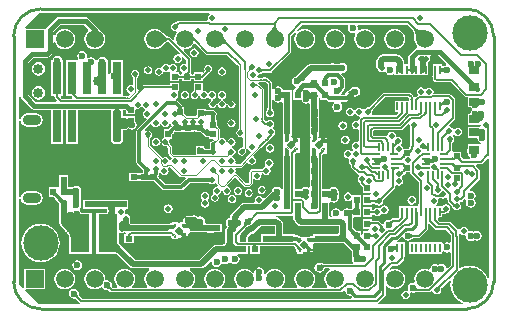
<source format=gbl>
G04*
G04 #@! TF.GenerationSoftware,Altium Limited,Altium Designer,20.1.11 (218)*
G04*
G04 Layer_Physical_Order=6*
G04 Layer_Color=16711680*
%FSLAX44Y44*%
%MOMM*%
G71*
G04*
G04 #@! TF.SameCoordinates,FB7AA9F9-362F-42BE-8F52-ADE0DE83CFEB*
G04*
G04*
G04 #@! TF.FilePolarity,Positive*
G04*
G01*
G75*
%ADD10C,0.2500*%
%ADD11C,0.1000*%
%ADD12C,0.2000*%
%ADD13C,0.1500*%
%ADD15C,1.0000*%
%ADD16C,0.1200*%
%ADD19C,0.4000*%
%ADD22C,0.2540*%
%ADD23R,0.2000X0.7000*%
%ADD29R,0.5100X0.6000*%
%ADD34R,0.2000X0.6500*%
%ADD35R,0.7500X0.2000*%
%ADD36R,0.6500X0.2000*%
%ADD37R,0.6000X0.5100*%
%ADD38R,0.8800X0.7100*%
%ADD39R,0.2600X0.2400*%
%ADD40R,0.1000X0.1000*%
G04:AMPARAMS|DCode=41|XSize=0.1mm|YSize=0.235mm|CornerRadius=0mm|HoleSize=0mm|Usage=FLASHONLY|Rotation=135.000|XOffset=0mm|YOffset=0mm|HoleType=Round|Shape=Rectangle|*
%AMROTATEDRECTD41*
4,1,4,0.1184,0.0477,-0.0477,-0.1184,-0.1184,-0.0477,0.0477,0.1184,0.1184,0.0477,0.0*
%
%ADD41ROTATEDRECTD41*%

%ADD42R,0.3900X0.1100*%
%ADD43R,0.2400X0.2600*%
%ADD44P,0.7354X4X180.0*%
G04:AMPARAMS|DCode=45|XSize=0.235mm|YSize=0.1mm|CornerRadius=0mm|HoleSize=0mm|Usage=FLASHONLY|Rotation=135.000|XOffset=0mm|YOffset=0mm|HoleType=Round|Shape=Rectangle|*
%AMROTATEDRECTD45*
4,1,4,0.1184,-0.0477,0.0477,-0.1184,-0.1184,0.0477,-0.0477,0.1184,0.1184,-0.0477,0.0*
%
%ADD45ROTATEDRECTD45*%

%ADD46R,0.2400X0.2600*%
%ADD47R,0.1000X0.1000*%
G04:AMPARAMS|DCode=48|XSize=0.1mm|YSize=0.235mm|CornerRadius=0mm|HoleSize=0mm|Usage=FLASHONLY|Rotation=225.000|XOffset=0mm|YOffset=0mm|HoleType=Round|Shape=Rectangle|*
%AMROTATEDRECTD48*
4,1,4,-0.0477,0.1184,0.1184,-0.0477,0.0477,-0.1184,-0.1184,0.0477,-0.0477,0.1184,0.0*
%
%ADD48ROTATEDRECTD48*%

%ADD49R,0.1100X0.3900*%
%ADD50R,0.2600X0.2400*%
%ADD51P,0.7354X4X270.0*%
G04:AMPARAMS|DCode=52|XSize=0.235mm|YSize=0.1mm|CornerRadius=0mm|HoleSize=0mm|Usage=FLASHONLY|Rotation=225.000|XOffset=0mm|YOffset=0mm|HoleType=Round|Shape=Rectangle|*
%AMROTATEDRECTD52*
4,1,4,0.0477,0.1184,0.1184,0.0477,-0.0477,-0.1184,-0.1184,-0.0477,0.0477,0.1184,0.0*
%
%ADD52ROTATEDRECTD52*%

%ADD77C,0.8500*%
%ADD83C,0.3000*%
%ADD84C,0.5000*%
G04:AMPARAMS|DCode=89|XSize=0.9mm|YSize=1.6mm|CornerRadius=0.45mm|HoleSize=0mm|Usage=FLASHONLY|Rotation=270.000|XOffset=0mm|YOffset=0mm|HoleType=Round|Shape=RoundedRectangle|*
%AMROUNDEDRECTD89*
21,1,0.9000,0.7000,0,0,270.0*
21,1,0.0000,1.6000,0,0,270.0*
1,1,0.9000,-0.3500,0.0000*
1,1,0.9000,-0.3500,0.0000*
1,1,0.9000,0.3500,0.0000*
1,1,0.9000,0.3500,0.0000*
%
%ADD89ROUNDEDRECTD89*%
%ADD90C,1.5000*%
%ADD91R,1.5000X1.5000*%
%ADD92C,3.0000*%
%ADD93C,0.6000*%
%ADD94C,0.4800*%
%ADD102R,0.7366X2.7940*%
G04:AMPARAMS|DCode=103|XSize=2.794mm|YSize=0.7366mm|CornerRadius=0mm|HoleSize=0mm|Usage=FLASHONLY|Rotation=90.000|XOffset=0mm|YOffset=0mm|HoleType=Round|Shape=Octagon|*
%AMOCTAGOND103*
4,1,8,0.1842,1.3970,-0.1842,1.3970,-0.3683,1.2129,-0.3683,-1.2129,-0.1842,-1.3970,0.1842,-1.3970,0.3683,-1.2129,0.3683,1.2129,0.1842,1.3970,0.0*
%
%ADD103OCTAGOND103*%

%ADD104R,1.6500X3.2000*%
%ADD105C,0.4500*%
G36*
X140161Y241100D02*
X140014Y240940D01*
X139883Y240769D01*
X139767Y240588D01*
X139668Y240396D01*
X139584Y240194D01*
X139515Y239981D01*
X139463Y239758D01*
X139426Y239524D01*
X139405Y239279D01*
X139400Y239024D01*
X137024Y241400D01*
X137279Y241405D01*
X137524Y241426D01*
X137758Y241463D01*
X137981Y241515D01*
X138194Y241584D01*
X138396Y241667D01*
X138588Y241767D01*
X138769Y241883D01*
X138940Y242014D01*
X139100Y242161D01*
X140161Y241100D01*
D02*
G37*
G36*
X221795Y240101D02*
X221930Y239596D01*
X222155Y239046D01*
X222470Y238452D01*
X222875Y237813D01*
X223370Y237130D01*
X224630Y235632D01*
X225395Y234816D01*
X226250Y233956D01*
X215750D01*
X216605Y234816D01*
X218630Y237130D01*
X219125Y237813D01*
X219530Y238452D01*
X219845Y239046D01*
X220070Y239596D01*
X220205Y240101D01*
X220250Y240562D01*
X221750D01*
X221795Y240101D01*
D02*
G37*
G36*
X340430Y237295D02*
X340882Y237033D01*
X341430Y236803D01*
X342073Y236606D01*
X342811Y236441D01*
X343644Y236308D01*
X345595Y236139D01*
X346712Y236103D01*
X347925Y236100D01*
X340500Y228675D01*
X340497Y229888D01*
X340292Y232956D01*
X340159Y233789D01*
X339994Y234527D01*
X339797Y235170D01*
X339567Y235718D01*
X339305Y236170D01*
X339011Y236528D01*
X340072Y237589D01*
X340430Y237295D01*
D02*
G37*
G36*
X180880Y225260D02*
X180608Y223411D01*
X180177Y223775D01*
X179710Y224041D01*
X179208Y224207D01*
X178670Y224275D01*
X178097Y224243D01*
X177488Y224112D01*
X176845Y223883D01*
X176165Y223554D01*
X175451Y223127D01*
X174701Y222601D01*
X176642Y232440D01*
X180880Y225260D01*
D02*
G37*
G36*
X125616Y232995D02*
X127930Y230970D01*
X128613Y230475D01*
X129252Y230070D01*
X129846Y229755D01*
X130396Y229530D01*
X130901Y229395D01*
X131362Y229350D01*
Y227850D01*
X130901Y227805D01*
X130396Y227670D01*
X129846Y227445D01*
X129252Y227130D01*
X128613Y226725D01*
X127930Y226230D01*
X126432Y224970D01*
X125616Y224205D01*
X124756Y223350D01*
Y233850D01*
X125616Y232995D01*
D02*
G37*
G36*
X337974Y235814D02*
X338008Y235703D01*
X338234Y235428D01*
X338401Y235139D01*
X338574Y234727D01*
X338738Y234194D01*
X338883Y233545D01*
X339000Y232810D01*
X339198Y229843D01*
X339202Y228671D01*
X339226Y228612D01*
X339225Y228600D01*
X339524Y226329D01*
X340401Y224212D01*
X341795Y222395D01*
X341822Y222374D01*
X341435Y221070D01*
X340651Y220914D01*
X339593Y220207D01*
X334613Y215227D01*
X333906Y214169D01*
X333657Y212920D01*
Y207100D01*
X330692D01*
Y209330D01*
X330692Y209330D01*
X330405Y210774D01*
X329588Y211998D01*
X329588Y211998D01*
X326998Y214588D01*
X325774Y215405D01*
X324330Y215693D01*
X324330Y215693D01*
X312920D01*
X311476Y215405D01*
X310252Y214588D01*
X310252Y214587D01*
X308332Y212668D01*
X307515Y211444D01*
X307227Y210000D01*
X307227Y210000D01*
Y205000D01*
X307515Y203556D01*
X308332Y202332D01*
X309149Y201787D01*
X309405Y201404D01*
X310595Y200609D01*
X312000Y200329D01*
X313405Y200609D01*
X313665Y200783D01*
X315044Y200361D01*
X315972Y198972D01*
X317361Y198044D01*
X319000Y197718D01*
X320639Y198044D01*
X321430Y198572D01*
X322700Y197894D01*
Y197700D01*
X351100D01*
Y207100D01*
X350773D01*
Y208855D01*
X351595Y209405D01*
X352391Y210595D01*
X352671Y212000D01*
X352398Y213367D01*
X352393Y213407D01*
X353095Y214637D01*
X359249D01*
X366423Y207463D01*
X366005Y206084D01*
X365361Y205956D01*
X364800Y205581D01*
X363820Y205789D01*
X363380Y206041D01*
X363100Y206474D01*
Y207100D01*
X354700D01*
Y197700D01*
X354700Y197700D01*
X354652Y196730D01*
X354762Y196465D01*
X354762Y196456D01*
X354775Y196177D01*
X354828Y196129D01*
X354869Y195469D01*
X354871Y195221D01*
X354933Y195075D01*
X355083Y194319D01*
X355514Y193674D01*
X356794Y192394D01*
X356794Y192394D01*
X357439Y191963D01*
X358200Y191812D01*
X370126D01*
X381948Y179990D01*
X382593Y179559D01*
X383354Y179408D01*
X384400D01*
Y170750D01*
X387452D01*
X387972Y169972D01*
X388284Y169764D01*
Y168236D01*
X387972Y168028D01*
X387044Y166639D01*
X386768Y165250D01*
X384400D01*
Y155750D01*
X395413D01*
X395626Y155521D01*
X395281Y154629D01*
X394916Y154288D01*
X394370Y154318D01*
X394204Y154250D01*
X384400D01*
Y144750D01*
X392513D01*
X392718Y144500D01*
X393044Y142861D01*
X393972Y141472D01*
X395361Y140544D01*
X395480Y140520D01*
X395355Y139250D01*
X384400D01*
Y136173D01*
X384043Y135639D01*
X383717Y134000D01*
X384043Y132361D01*
X384400Y131827D01*
Y129750D01*
X385767D01*
X386043Y128361D01*
X386175Y128163D01*
X385577Y127043D01*
X380629D01*
X380380Y127292D01*
X380333Y127417D01*
X379587Y128216D01*
X379345Y128515D01*
X379200Y128719D01*
Y129118D01*
X379221Y129153D01*
X379200Y129243D01*
Y129278D01*
X379238Y129372D01*
X379200Y129461D01*
Y133250D01*
X372451D01*
X372352Y133305D01*
X371506Y134482D01*
X371506Y134482D01*
Y139854D01*
X371566Y139982D01*
X371573Y140142D01*
X371586Y140243D01*
X371607Y140340D01*
X371639Y140439D01*
X371680Y140540D01*
X371734Y140644D01*
X371802Y140754D01*
X371886Y140869D01*
X371988Y140990D01*
X372135Y141144D01*
X372183Y141265D01*
X372909Y142352D01*
X373189Y143757D01*
X372909Y145162D01*
X372113Y146352D01*
X372192Y147486D01*
X373405Y147405D01*
X374595Y146609D01*
X376000Y146329D01*
X377405Y146609D01*
X378596Y147405D01*
X379391Y148595D01*
X379670Y150000D01*
X379391Y151405D01*
X378596Y152596D01*
X377405Y153391D01*
X376000Y153671D01*
X374595Y153391D01*
X373591Y152720D01*
X373247Y152630D01*
X372070Y152885D01*
X371595Y153596D01*
X370405Y154391D01*
X369232Y154624D01*
X368855Y155317D01*
X368722Y155910D01*
X373406Y160594D01*
X373837Y161239D01*
X373988Y162000D01*
Y177000D01*
X373837Y177761D01*
X373406Y178406D01*
X370456Y181356D01*
X369811Y181787D01*
X369050Y181938D01*
X356363D01*
X355513Y183208D01*
X355671Y184000D01*
X355391Y185405D01*
X354595Y186595D01*
X353405Y187391D01*
X352000Y187670D01*
X350595Y187391D01*
X349405Y186595D01*
X349264Y186385D01*
X347736D01*
X347595Y186595D01*
X346405Y187391D01*
X345000Y187670D01*
X343595Y187391D01*
X342405Y186595D01*
X341609Y185405D01*
X341329Y184000D01*
X341609Y182595D01*
X342405Y181405D01*
X341579Y180528D01*
X340896Y179846D01*
X340752Y179788D01*
X340139Y179186D01*
X340116Y179181D01*
X340093Y179179D01*
X338868Y179583D01*
X338795Y179650D01*
X338757Y179841D01*
X338326Y180486D01*
X336406Y182406D01*
X335761Y182837D01*
X335000Y182988D01*
X314000D01*
X314000Y182988D01*
X313239Y182837D01*
X312594Y182406D01*
X301354Y171166D01*
X301222Y171118D01*
X301103Y171009D01*
X301023Y170947D01*
X300938Y170893D01*
X300847Y170846D01*
X300746Y170804D01*
X300634Y170768D01*
X300508Y170739D01*
X300367Y170716D01*
X300210Y170703D01*
X299997Y170699D01*
X299878Y170646D01*
X298595Y170391D01*
X297405Y169595D01*
X297139Y169198D01*
X295611D01*
X295345Y169595D01*
X294155Y170391D01*
X292750Y170671D01*
X291345Y170391D01*
X290154Y169595D01*
X289580Y168736D01*
X289335Y168668D01*
X288415Y168667D01*
X288169Y168736D01*
X287595Y169595D01*
X286404Y170391D01*
X284999Y170670D01*
X283595Y170391D01*
X282404Y169595D01*
X281608Y168404D01*
X281329Y167000D01*
X281608Y165595D01*
X282404Y164404D01*
X283595Y163608D01*
X284999Y163329D01*
X286404Y163608D01*
X287595Y164404D01*
X288169Y165264D01*
X288414Y165332D01*
X289334Y165332D01*
X289580Y165264D01*
X290154Y164405D01*
X291345Y163609D01*
X292750Y163330D01*
X293340Y162152D01*
X292944Y161756D01*
X292513Y161111D01*
X292362Y160350D01*
Y160163D01*
X291092Y159453D01*
X290000Y159670D01*
X288595Y159391D01*
X287405Y158595D01*
X286609Y157405D01*
X286329Y156000D01*
X286609Y154595D01*
X287405Y153405D01*
X288595Y152609D01*
X290000Y152330D01*
X291092Y152547D01*
X292362Y151837D01*
Y142162D01*
X291092Y141453D01*
X289999Y141670D01*
X288595Y141391D01*
X287404Y140595D01*
X286608Y139404D01*
X286329Y138000D01*
X286608Y136595D01*
X287404Y135404D01*
X287615Y135263D01*
Y133736D01*
X287405Y133595D01*
X287264Y133385D01*
X285736D01*
X285595Y133595D01*
X284405Y134391D01*
X283000Y134670D01*
X281595Y134391D01*
X280404Y133595D01*
X279609Y132405D01*
X279329Y131000D01*
X279609Y129595D01*
X280404Y128405D01*
X281595Y127609D01*
X283000Y127330D01*
X283456Y127420D01*
X283983Y126790D01*
X284282Y126290D01*
X284025Y125000D01*
X284305Y123595D01*
X285032Y122508D01*
X285079Y122387D01*
X285226Y122233D01*
X285328Y122112D01*
X285412Y121997D01*
X285480Y121887D01*
X285534Y121783D01*
X285576Y121682D01*
X285607Y121583D01*
X285628Y121486D01*
X285641Y121385D01*
X285648Y121225D01*
X285708Y121097D01*
Y120304D01*
X285859Y119543D01*
X286290Y118898D01*
X290944Y114244D01*
X291589Y113813D01*
X291860Y113759D01*
X292133Y113175D01*
X292292Y112539D01*
X292286Y112418D01*
X291609Y111405D01*
X291329Y110000D01*
X291609Y108595D01*
X292404Y107405D01*
X292748Y107175D01*
X292798Y107053D01*
X292871Y107023D01*
X292888Y107001D01*
X292896Y106982D01*
X292898Y106980D01*
X292907Y106949D01*
X292923Y106879D01*
X292937Y106779D01*
X292947Y106652D01*
X292952Y106468D01*
X293072Y106196D01*
X293163Y105739D01*
X293594Y105094D01*
X294918Y103771D01*
X294967Y103637D01*
X295457Y103108D01*
X295605Y102923D01*
X295716Y102764D01*
X295750Y102705D01*
Y102173D01*
X295741Y102125D01*
X295750Y102112D01*
Y97800D01*
X302194D01*
X302428Y97635D01*
Y97373D01*
X301226Y96200D01*
X295750D01*
Y87800D01*
X303250D01*
Y88941D01*
X303302Y88945D01*
X303553Y88952D01*
X303689Y89012D01*
X305097D01*
X305225Y88952D01*
X305385Y88945D01*
X305485Y88932D01*
X305583Y88911D01*
X305682Y88879D01*
X305782Y88838D01*
X305887Y88784D01*
X305997Y88716D01*
X306112Y88632D01*
X306233Y88530D01*
X306387Y88383D01*
X306508Y88336D01*
X307595Y87609D01*
X309000Y87330D01*
X310405Y87609D01*
X311595Y88405D01*
X312391Y89595D01*
X312646Y90878D01*
X312698Y90997D01*
X312703Y91210D01*
X312716Y91367D01*
X312738Y91508D01*
X312768Y91634D01*
X312804Y91746D01*
X312846Y91847D01*
X312893Y91938D01*
X312947Y92023D01*
X313009Y92104D01*
X313118Y92222D01*
X313166Y92354D01*
X322406Y101594D01*
X322837Y102239D01*
X322988Y103000D01*
Y104155D01*
X324258Y104833D01*
X324595Y104609D01*
X325999Y104329D01*
X327404Y104609D01*
X328595Y105404D01*
X329390Y106595D01*
X329670Y108000D01*
X329390Y109404D01*
X328927Y110098D01*
X328698Y111000D01*
X328927Y111901D01*
X329179Y112278D01*
X329343Y112419D01*
X329367Y112465D01*
X329455Y112605D01*
X329489Y112652D01*
X330115Y113362D01*
X330270Y113519D01*
X330324Y113652D01*
X330389Y113716D01*
X330467Y113776D01*
X330470Y113798D01*
X331240Y114568D01*
X331364Y114614D01*
X332090Y115287D01*
X332363Y115506D01*
X332603Y115673D01*
X332737Y115750D01*
X333425D01*
X333515Y115729D01*
X333550Y115750D01*
X335962D01*
Y114897D01*
X336113Y114136D01*
X336544Y113491D01*
X342932Y107104D01*
Y89730D01*
X342871Y89591D01*
X342863Y89081D01*
X342841Y88727D01*
X342835Y88677D01*
X342775Y88623D01*
X342762Y88335D01*
X342652Y88069D01*
X341959Y87244D01*
X341672Y87100D01*
X337329D01*
X337204Y88370D01*
X338404Y88609D01*
X339595Y89404D01*
X340391Y90595D01*
X340670Y92000D01*
X340391Y93405D01*
X339595Y94595D01*
X338404Y95391D01*
X336999Y95670D01*
X335595Y95391D01*
X334404Y94595D01*
X333608Y93405D01*
X333329Y92000D01*
X333608Y90595D01*
X334404Y89404D01*
X335595Y88609D01*
X336795Y88370D01*
X336670Y87100D01*
X326700D01*
Y77700D01*
X326700Y77700D01*
X326700D01*
X325950Y76784D01*
X325904Y76738D01*
X321207D01*
X320446Y76587D01*
X319801Y76156D01*
X318680Y75035D01*
X317438Y75282D01*
X315799Y74956D01*
X314410Y74027D01*
X313482Y72638D01*
X313415Y72304D01*
X313009Y72032D01*
X312056Y71842D01*
X312031Y71852D01*
X311910Y71901D01*
X310056Y73756D01*
X309411Y74187D01*
X308650Y74338D01*
X303689D01*
X303553Y74398D01*
X303302Y74405D01*
X303250Y74409D01*
Y76200D01*
X295750D01*
Y67800D01*
X301087D01*
X301250Y67470D01*
X300461Y66200D01*
X295750D01*
Y63369D01*
X294480Y62859D01*
X294250Y63099D01*
Y63284D01*
X294288Y63380D01*
X294250Y63466D01*
Y63504D01*
X294268Y63584D01*
X294250Y63611D01*
Y66200D01*
X291924D01*
X291851Y66236D01*
X291748Y66200D01*
X291739D01*
X291635Y66231D01*
X291579Y66200D01*
X290590D01*
X290499Y66253D01*
X290099Y66535D01*
X289042Y67436D01*
X288433Y68024D01*
X288327Y68067D01*
X288293Y68100D01*
X288238Y68180D01*
X288208Y68186D01*
X287753Y68640D01*
Y76523D01*
X288118Y77739D01*
X288230Y77800D01*
X294250D01*
Y84683D01*
X294303Y84771D01*
X294278Y84873D01*
X294318Y84970D01*
X294250Y86200D01*
D01*
X294155Y86535D01*
X294250Y87800D01*
D01*
X294318Y89031D01*
X294278Y89127D01*
X294303Y89229D01*
X294250Y89317D01*
Y96200D01*
X287628D01*
X286595Y96371D01*
X285911Y97123D01*
X285595Y97595D01*
X284405Y98391D01*
X283000Y98671D01*
X281595Y98391D01*
X280404Y97595D01*
X279609Y96405D01*
X279329Y95000D01*
X279609Y93595D01*
X280404Y92404D01*
X281595Y91609D01*
X283000Y91329D01*
X284405Y91609D01*
X285480Y92327D01*
X286030Y92194D01*
X286750Y91847D01*
Y89317D01*
X286697Y89229D01*
X286722Y89127D01*
X286682Y89031D01*
X286750Y87800D01*
D01*
X286872Y87370D01*
X286750Y86200D01*
D01*
X286576Y85002D01*
X286496Y84970D01*
X286247Y84904D01*
X285911Y84848D01*
X285493Y84812D01*
X284966Y84798D01*
X284754Y84704D01*
X284186Y84591D01*
X283639Y84956D01*
X282000Y85282D01*
X280361Y84956D01*
X278972Y84028D01*
X278204Y82878D01*
X277611Y82764D01*
X277389D01*
X276796Y82878D01*
X276028Y84028D01*
X274639Y84956D01*
X273000Y85282D01*
X271361Y84956D01*
X269972Y84028D01*
X269044Y82639D01*
X268718Y81000D01*
X269044Y79361D01*
X269257Y79043D01*
X268678Y77959D01*
X268323Y77936D01*
X267483Y78703D01*
X267379Y79148D01*
X267388Y83569D01*
X267394Y83922D01*
X267395Y83934D01*
X267394Y83937D01*
X267395Y83960D01*
X267382Y83991D01*
X267398Y84031D01*
X267353Y84141D01*
Y87000D01*
X267330Y87113D01*
Y90001D01*
X268600Y90666D01*
X269441Y90104D01*
X271080Y89778D01*
X272719Y90104D01*
X274108Y91032D01*
X275036Y92421D01*
X275362Y94060D01*
X275180Y94979D01*
X275565Y95556D01*
X275853Y97000D01*
X275565Y98444D01*
X275262Y98898D01*
X275282Y99000D01*
X274956Y100639D01*
X274028Y102028D01*
X272639Y102956D01*
X271000Y103282D01*
X269361Y102956D01*
X267972Y102028D01*
X267729Y101665D01*
X267604Y101519D01*
X266452Y101220D01*
X266285Y101200D01*
X266265D01*
X266099Y101268D01*
X265934Y101200D01*
X261068D01*
Y109970D01*
X261061D01*
X261064Y110020D01*
X261068Y110275D01*
Y112058D01*
X261061Y114031D01*
X261068D01*
Y119970D01*
X261061D01*
X261064Y120020D01*
X261068Y120275D01*
Y122058D01*
X261061Y124031D01*
X261068D01*
Y130527D01*
X262028Y131426D01*
X265530D01*
X265530Y133050D01*
X265530Y133050D01*
X265530Y133050D01*
Y138050D01*
X265530D01*
Y144674D01*
X258554D01*
X257812Y145662D01*
X258330Y146800D01*
X258330D01*
X258398Y148031D01*
X258349Y148150D01*
X258375Y148276D01*
X258330Y148344D01*
Y149682D01*
X258552Y150800D01*
X258513Y151000D01*
X258552Y151200D01*
Y152967D01*
X258579Y153031D01*
X258576Y153038D01*
X258579Y153046D01*
X258552Y155232D01*
Y158215D01*
X258578Y158923D01*
X258569Y158946D01*
X258579Y158969D01*
X258552Y159033D01*
Y160800D01*
X258353Y161805D01*
Y162220D01*
X258528Y163102D01*
X258579Y163225D01*
X258575Y163233D01*
X258579Y163241D01*
X258552Y165341D01*
Y168048D01*
X258578Y168727D01*
X258569Y168751D01*
X258579Y168775D01*
X258528Y168898D01*
X258353Y169781D01*
Y172964D01*
X258379Y173028D01*
X258381Y173927D01*
X258398Y173969D01*
X258397Y173972D01*
X258398Y173975D01*
X258387Y176894D01*
X258388Y177569D01*
X258394Y177922D01*
X258395Y177934D01*
X258394Y177936D01*
X258395Y177960D01*
X258383Y177990D01*
Y177993D01*
X258398Y178030D01*
X258382Y178069D01*
X258380Y178701D01*
X258560Y178906D01*
X259549Y178561D01*
X259830Y178284D01*
Y176800D01*
X264907D01*
X264910Y176798D01*
X264962Y176726D01*
X265007Y176700D01*
X265023Y176651D01*
X265145Y176509D01*
X265178Y176493D01*
X265191Y176458D01*
X265343Y176300D01*
X265409Y176271D01*
X265443Y176206D01*
X265656Y176139D01*
X266287Y175717D01*
X267341Y175507D01*
X267341Y175507D01*
X270900D01*
X271285Y174237D01*
X270971Y174028D01*
X270043Y172638D01*
X269717Y171000D01*
X270043Y169361D01*
X270971Y167972D01*
X272361Y167043D01*
X274000Y166717D01*
X275638Y167043D01*
X277027Y167972D01*
X277956Y169361D01*
X278282Y171000D01*
X277956Y172638D01*
X277027Y174028D01*
X276714Y174237D01*
X277099Y175507D01*
X281290D01*
X282344Y175717D01*
X283055Y176191D01*
X283268Y176280D01*
X283482Y176492D01*
X283706Y176712D01*
X284079Y176786D01*
X285138Y177493D01*
X286861Y179216D01*
X286931Y179239D01*
X286947Y179273D01*
X286982Y179287D01*
X287426Y179716D01*
X287715Y179973D01*
X288999Y179717D01*
X290638Y180043D01*
X292027Y180972D01*
X292956Y182361D01*
X293282Y184000D01*
X292956Y185638D01*
X292027Y187028D01*
X290638Y187956D01*
X288999Y188282D01*
X287361Y187956D01*
X286023Y187062D01*
X285781Y187014D01*
X284723Y186307D01*
X282787Y184370D01*
X282691Y184302D01*
X282658Y184247D01*
X282597Y184227D01*
X282550Y184134D01*
X280523Y182107D01*
X279816Y181049D01*
X279809Y181013D01*
X277804D01*
X277169Y182283D01*
X277756Y183161D01*
X277779Y183277D01*
X277818Y183308D01*
X277832Y183333D01*
X277841Y183341D01*
X277853Y183370D01*
X277857Y183377D01*
X277865Y183389D01*
X278736Y184386D01*
X278943Y184596D01*
X278988Y184705D01*
X280027Y185744D01*
X280623Y186637D01*
X280833Y187691D01*
X280833Y187691D01*
Y194134D01*
X280833Y194134D01*
X280623Y195188D01*
X280027Y196081D01*
X280026Y196081D01*
X277607Y198500D01*
X277838Y199217D01*
X278155Y199748D01*
X279638Y200043D01*
X281028Y200972D01*
X281956Y202361D01*
X282282Y204000D01*
X281956Y205638D01*
X281028Y207028D01*
X279638Y207956D01*
X277999Y208282D01*
X276361Y207956D01*
X276086Y207772D01*
X271913D01*
X271638Y207956D01*
X270000Y208282D01*
X268361Y207956D01*
X268086Y207772D01*
X251750D01*
X251750Y207772D01*
X250306Y207485D01*
X249082Y206667D01*
X249082Y206667D01*
X242673Y200259D01*
X242556Y200235D01*
X241332Y199418D01*
X241332Y199417D01*
X238686Y196771D01*
X238361Y196706D01*
X236972Y195778D01*
X236044Y194389D01*
X235718Y192750D01*
X236044Y191111D01*
X236972Y189722D01*
X238361Y188794D01*
X238608Y188745D01*
X238977Y187529D01*
X238273Y186825D01*
X237566Y185767D01*
X237453Y185200D01*
X236830D01*
Y176800D01*
X243787D01*
X243874Y176361D01*
X244802Y174972D01*
X246191Y174044D01*
X247830Y173718D01*
X249469Y174044D01*
X249496Y174062D01*
X249695Y174058D01*
X250780Y173392D01*
X250781Y173025D01*
X250807Y172962D01*
Y168975D01*
X250807Y168975D01*
X250830Y168862D01*
Y168196D01*
X250762Y168030D01*
X250774Y168001D01*
X250763Y167971D01*
X250833Y166436D01*
X250830Y165200D01*
D01*
X250762Y163969D01*
X250780Y163924D01*
X250765Y163878D01*
X250830Y163747D01*
Y163138D01*
X250807Y163025D01*
X250807Y163025D01*
Y161000D01*
X250807Y161000D01*
X250830Y160887D01*
Y158196D01*
X250762Y158031D01*
X250773Y158002D01*
X250763Y157973D01*
X250830Y156435D01*
X250830Y155200D01*
D01*
X250762Y153969D01*
X250786Y153912D01*
X250767Y153852D01*
X250830Y153732D01*
Y151113D01*
X250807Y151000D01*
X250830Y150887D01*
Y148298D01*
X250772Y148197D01*
X250795Y148112D01*
X250762Y148031D01*
X250830Y146800D01*
X250830D01*
X251633Y145530D01*
X251630Y145500D01*
X251130Y144674D01*
X251130Y143404D01*
Y139550D01*
Y133050D01*
X251130D01*
X250982Y131841D01*
X250830Y131200D01*
X250830Y131200D01*
Y130135D01*
X250762Y129970D01*
X250802Y129873D01*
X250777Y129771D01*
X250830Y129683D01*
Y124196D01*
X250762Y124031D01*
X250830Y123865D01*
X250830Y123667D01*
X250827Y123624D01*
X250830Y122800D01*
X250895Y121530D01*
X250830Y121200D01*
X250827Y120376D01*
X250830Y120333D01*
Y120135D01*
X250762Y119970D01*
X250830Y119804D01*
Y114196D01*
X250762Y114031D01*
X250830Y113865D01*
X250830Y113667D01*
X250827Y113624D01*
X250830Y112800D01*
X250895Y111530D01*
X250830Y111200D01*
X250827Y110376D01*
X250830Y110333D01*
Y110135D01*
X250762Y109970D01*
X250830Y109804D01*
Y104196D01*
X250762Y104031D01*
X250830Y103865D01*
Y103667D01*
X250827Y103624D01*
X250828Y103352D01*
X249632Y102627D01*
X249139Y102956D01*
X247500Y103282D01*
X245861Y102956D01*
X244472Y102028D01*
X243919Y101200D01*
X243265D01*
X243099Y101268D01*
X242934Y101200D01*
X238068D01*
Y109970D01*
X238060D01*
X238064Y110020D01*
X238068Y110275D01*
Y112058D01*
X238060Y114031D01*
X238068D01*
Y119970D01*
X238060D01*
X238064Y120020D01*
X238068Y120275D01*
Y122058D01*
X238060Y124031D01*
X238068D01*
Y130623D01*
X239096Y131626D01*
X242280D01*
X242280Y133250D01*
X242280Y133250D01*
X242280Y133250D01*
Y138250D01*
X242280D01*
Y144874D01*
X235778D01*
X234978Y146000D01*
X235330Y146800D01*
X235330D01*
X235398Y148031D01*
X235358Y148127D01*
X235383Y148229D01*
X235330Y148317D01*
Y150887D01*
X235352Y151000D01*
Y152964D01*
X235379Y153028D01*
X235381Y153927D01*
X235398Y153969D01*
X235397Y153972D01*
X235398Y153975D01*
X235387Y156894D01*
X235388Y157569D01*
X235394Y157922D01*
X235395Y157934D01*
X235394Y157936D01*
X235394Y157960D01*
X235383Y157990D01*
Y157993D01*
X235398Y158031D01*
X235382Y158069D01*
X235379Y158975D01*
X235352Y159038D01*
Y162964D01*
X235379Y163028D01*
X235381Y163927D01*
X235398Y163969D01*
X235397Y163972D01*
X235398Y163975D01*
X235387Y166894D01*
X235388Y167569D01*
X235394Y167922D01*
X235395Y167934D01*
X235394Y167936D01*
X235394Y167960D01*
X235383Y167990D01*
Y167993D01*
X235398Y168030D01*
X235382Y168069D01*
X235379Y168975D01*
X235352Y169038D01*
Y172964D01*
X235379Y173028D01*
X235381Y173927D01*
X235398Y173969D01*
X235397Y173972D01*
X235398Y173975D01*
X235387Y176894D01*
X235388Y177569D01*
X235394Y177922D01*
X235395Y177934D01*
X235394Y177936D01*
X235394Y177960D01*
X235383Y177990D01*
Y177993D01*
X235398Y178030D01*
X235382Y178069D01*
X235379Y178975D01*
X235352Y179038D01*
Y180000D01*
X235330Y180113D01*
Y180887D01*
X235352Y181000D01*
X235330Y181113D01*
Y185200D01*
X229226D01*
X229060Y185268D01*
X227967Y185889D01*
X227039Y187278D01*
X225650Y188206D01*
X224011Y188532D01*
X222372Y188206D01*
X220983Y187278D01*
X220258Y186193D01*
X218988Y186539D01*
Y190998D01*
X218988Y191000D01*
X218837Y191761D01*
X218406Y192406D01*
X215406Y195406D01*
X214761Y195837D01*
X214000Y195988D01*
X211080D01*
X210319Y195837D01*
X210000Y195624D01*
X206912D01*
X206288Y196815D01*
X206643Y198091D01*
X207641Y198605D01*
X208000Y198533D01*
X209327Y198797D01*
X209672Y199028D01*
X209687Y199021D01*
X209701Y199027D01*
X209714Y199021D01*
X210162Y199207D01*
X210613Y199383D01*
X210767Y199530D01*
X210888Y199632D01*
X211003Y199716D01*
X211113Y199784D01*
X211217Y199838D01*
X211318Y199879D01*
X211417Y199911D01*
X211514Y199932D01*
X211615Y199945D01*
X211775Y199952D01*
X211903Y200012D01*
X217152D01*
X217913Y200163D01*
X218558Y200594D01*
X234406Y216442D01*
X234837Y217087D01*
X234988Y217848D01*
X234988Y217848D01*
Y231176D01*
X238521Y234709D01*
X239477Y233870D01*
X238801Y232987D01*
X237924Y230871D01*
X237625Y228600D01*
X237924Y226329D01*
X238801Y224212D01*
X240195Y222395D01*
X242013Y221001D01*
X244129Y220124D01*
X246400Y219825D01*
X248671Y220124D01*
X250788Y221001D01*
X252605Y222395D01*
X253999Y224212D01*
X254876Y226329D01*
X255175Y228600D01*
X254876Y230871D01*
X253999Y232987D01*
X252605Y234805D01*
X250788Y236199D01*
X248671Y237076D01*
X246400Y237375D01*
X244129Y237076D01*
X242013Y236199D01*
X241130Y235522D01*
X240291Y236479D01*
X244419Y240608D01*
X282779D01*
X283377Y239488D01*
X283242Y239285D01*
X282916Y237646D01*
X283242Y236007D01*
X284170Y234618D01*
X285559Y233689D01*
X287198Y233364D01*
X288559Y233634D01*
X288666Y233568D01*
X289251Y232958D01*
X289446Y232614D01*
X288724Y230871D01*
X288425Y228600D01*
X288724Y226329D01*
X289601Y224212D01*
X290995Y222395D01*
X292812Y221001D01*
X294929Y220124D01*
X297200Y219825D01*
X299471Y220124D01*
X301588Y221001D01*
X303405Y222395D01*
X304799Y224212D01*
X305676Y226329D01*
X305975Y228600D01*
X305676Y230871D01*
X304799Y232987D01*
X303405Y234805D01*
X301588Y236199D01*
X299471Y237076D01*
X297200Y237375D01*
X294929Y237076D01*
X292812Y236199D01*
X292429Y235905D01*
X291276Y236622D01*
X291480Y237646D01*
X291154Y239285D01*
X291019Y239488D01*
X291617Y240608D01*
X333181D01*
X337974Y235814D01*
D02*
G37*
G36*
X165947Y248958D02*
X165404Y248595D01*
X164608Y247404D01*
X164329Y246000D01*
X164477Y245258D01*
X163603Y243988D01*
X140000D01*
X139239Y243837D01*
X138594Y243406D01*
X138354Y243166D01*
X138222Y243118D01*
X138103Y243009D01*
X138023Y242947D01*
X137938Y242893D01*
X137847Y242846D01*
X137746Y242804D01*
X137634Y242768D01*
X137508Y242738D01*
X137367Y242716D01*
X137210Y242703D01*
X136997Y242698D01*
X136878Y242646D01*
X135595Y242391D01*
X134405Y241595D01*
X133609Y240405D01*
X133329Y239000D01*
X133609Y237595D01*
X134405Y236405D01*
X135595Y235609D01*
X137000Y235329D01*
X137468Y235423D01*
X138185Y234270D01*
X137201Y232987D01*
X136324Y230871D01*
X136025Y228600D01*
X136042Y228470D01*
X134903Y227909D01*
X132806Y230006D01*
X132161Y230437D01*
X131704Y230528D01*
X131489Y230643D01*
X131133Y230677D01*
X130811Y230763D01*
X130397Y230933D01*
X129905Y231194D01*
X129343Y231550D01*
X128741Y231987D01*
X126503Y233945D01*
X125672Y234771D01*
X125612Y234796D01*
X125605Y234805D01*
X123787Y236199D01*
X121671Y237076D01*
X119400Y237375D01*
X117129Y237076D01*
X115013Y236199D01*
X113195Y234805D01*
X111801Y232987D01*
X110924Y230871D01*
X110625Y228600D01*
X110924Y226329D01*
X111801Y224212D01*
X113195Y222395D01*
X115013Y221001D01*
X117129Y220124D01*
X119400Y219825D01*
X121671Y220124D01*
X123787Y221001D01*
X125605Y222395D01*
X125612Y222404D01*
X125672Y222429D01*
X126519Y223271D01*
X127295Y223998D01*
X128730Y225206D01*
X129343Y225650D01*
X129904Y226006D01*
X130397Y226267D01*
X130769Y226419D01*
X140527Y216662D01*
X139901Y215491D01*
X139000Y215671D01*
X137595Y215391D01*
X136405Y214596D01*
X135609Y213405D01*
X135330Y212000D01*
X135609Y210595D01*
X136405Y209405D01*
X137595Y208609D01*
X139000Y208330D01*
X140405Y208609D01*
X141595Y209405D01*
X142391Y210595D01*
X142670Y212000D01*
X142491Y212901D01*
X143662Y213526D01*
X146162Y211026D01*
Y208055D01*
X144892Y207289D01*
X144000Y207466D01*
X142673Y207202D01*
X141549Y206451D01*
X140797Y205326D01*
X140533Y204000D01*
X140797Y202673D01*
X141549Y201548D01*
X141960Y201273D01*
X142460Y200210D01*
Y198523D01*
X142407Y198515D01*
X142220Y198499D01*
X141963Y198492D01*
X141855Y198444D01*
X141065D01*
X140957Y198492D01*
X140700Y198499D01*
X140513Y198515D01*
X140460Y198523D01*
Y200210D01*
X137734D01*
X137349Y201480D01*
X137451Y201548D01*
X138202Y202673D01*
X138466Y204000D01*
X138202Y205326D01*
X137451Y206451D01*
X136326Y207202D01*
X135000Y207466D01*
X133673Y207202D01*
X132549Y206451D01*
X131452D01*
X131451Y206451D01*
X130327Y207203D01*
X129000Y207467D01*
X127673Y207203D01*
X126549Y206451D01*
X125797Y205327D01*
X125696Y204815D01*
X124327Y204203D01*
X123000Y204467D01*
X121673Y204203D01*
X120549Y203451D01*
X119797Y202327D01*
X119533Y201000D01*
X119797Y199673D01*
X120549Y198549D01*
X121673Y197797D01*
X123000Y197533D01*
X124327Y197797D01*
X125451Y198549D01*
X126203Y199673D01*
X126304Y200185D01*
X127673Y200797D01*
X129000Y200533D01*
X130327Y200797D01*
X131369Y201493D01*
X131531Y201450D01*
X132470Y200279D01*
X132460Y200210D01*
X132460Y200080D01*
Y193110D01*
X140460D01*
Y194797D01*
X140513Y194805D01*
X140699Y194821D01*
X140957Y194828D01*
X141065Y194876D01*
X141855D01*
X141963Y194828D01*
X142220Y194821D01*
X142408Y194805D01*
X142460Y194797D01*
Y193110D01*
X150460D01*
Y194794D01*
X150526Y194805D01*
X150706Y194821D01*
X150958Y194828D01*
X151065Y194876D01*
X151855D01*
X151963Y194828D01*
X152220Y194821D01*
X152408Y194805D01*
X152460Y194797D01*
Y193110D01*
X160460D01*
Y194995D01*
X160543Y195012D01*
X161122Y195398D01*
X164576Y198852D01*
X164582Y198853D01*
X164604Y198881D01*
X164692Y198969D01*
X164797Y199007D01*
X165076Y199263D01*
X165190Y199356D01*
X165492Y199575D01*
X165625Y199661D01*
X166176Y199966D01*
X166367Y200057D01*
X166370Y200060D01*
X166374Y200060D01*
X166485Y200185D01*
X167351Y200764D01*
X168102Y201888D01*
X168366Y203215D01*
X168102Y204542D01*
X167351Y205666D01*
X166226Y206418D01*
X164900Y206682D01*
X163573Y206418D01*
X162448Y205666D01*
X161697Y204542D01*
X161433Y203215D01*
X161697Y201888D01*
X161772Y201776D01*
X161775Y201681D01*
X161837Y201541D01*
X161858Y201474D01*
X161867Y201425D01*
X161868Y201391D01*
X161865Y201363D01*
X161856Y201330D01*
X161838Y201285D01*
X161803Y201224D01*
X161745Y201146D01*
X161627Y201017D01*
X161591Y200916D01*
X160752Y200089D01*
X160460Y200210D01*
X160460Y200210D01*
X152460D01*
Y198523D01*
X152407Y198515D01*
X152220Y198499D01*
X151963Y198492D01*
X151855Y198444D01*
X151065D01*
X150958Y198492D01*
X150706Y198499D01*
X150526Y198514D01*
X150460Y198526D01*
Y200210D01*
X150460D01*
X150118Y200627D01*
X150138Y200730D01*
Y211850D01*
X150138Y211850D01*
X149987Y212611D01*
X149556Y213256D01*
X144109Y218703D01*
X144670Y219842D01*
X144800Y219825D01*
X147071Y220124D01*
X149187Y221001D01*
X151005Y222395D01*
X152304Y224088D01*
X152739Y224334D01*
X153669Y224519D01*
X162594Y215594D01*
X162594Y215594D01*
X163239Y215163D01*
X164000Y215012D01*
X180976D01*
X189394Y206594D01*
X189974Y206207D01*
X190456Y205776D01*
Y152591D01*
X190453Y152579D01*
X190409Y152472D01*
X190343Y152345D01*
X190254Y152201D01*
X190148Y152053D01*
X189824Y151673D01*
X189627Y151471D01*
X189603Y151413D01*
X188877Y150327D01*
X188613Y149000D01*
X188877Y147673D01*
X189629Y146549D01*
X190753Y145797D01*
X192080Y145533D01*
X193086Y145734D01*
X194356Y145021D01*
Y136838D01*
X194353Y136837D01*
X194217Y136794D01*
X194052Y136755D01*
X193873Y136725D01*
X193375Y136685D01*
X193093Y136682D01*
X193035Y136658D01*
X191753Y136403D01*
X190629Y135651D01*
X189877Y134527D01*
X189613Y133200D01*
X189877Y131873D01*
X190629Y130749D01*
X191753Y129997D01*
X193080Y129733D01*
X194407Y129997D01*
X195531Y130749D01*
X196283Y131873D01*
X196531Y133121D01*
X196562Y133189D01*
X196580Y133770D01*
X196603Y133978D01*
X196635Y134172D01*
X196674Y134337D01*
X196717Y134473D01*
X196761Y134580D01*
X196767Y134591D01*
X197128Y134952D01*
X197532Y135927D01*
X197618Y135944D01*
X198877Y135673D01*
X199629Y134549D01*
X200568Y133921D01*
X200995Y132553D01*
X196712Y128270D01*
X196527Y127823D01*
X191577Y122874D01*
X188433D01*
X187724Y124144D01*
X187927Y125160D01*
X187663Y126487D01*
X186911Y127611D01*
X185787Y128363D01*
X184933Y128533D01*
Y129827D01*
X185787Y129997D01*
X186911Y130749D01*
X187663Y131873D01*
X187927Y133200D01*
X187663Y134527D01*
X186911Y135651D01*
X185787Y136403D01*
X185134Y136532D01*
Y137827D01*
X185787Y137957D01*
X186911Y138709D01*
X187663Y139833D01*
X187927Y141160D01*
X187663Y142487D01*
X186911Y143611D01*
X185787Y144363D01*
X184460Y144627D01*
X183133Y144363D01*
X182009Y143611D01*
X181257Y142487D01*
X181107Y141733D01*
X179813D01*
X179663Y142487D01*
X178911Y143611D01*
X177787Y144363D01*
X176460Y144627D01*
X175981Y144531D01*
X174711Y145492D01*
Y151920D01*
X174587Y152544D01*
X174233Y153074D01*
X173258Y154049D01*
X173209Y154170D01*
X172838Y154548D01*
X172323Y155104D01*
X172306Y155127D01*
X172233Y155237D01*
X172176Y155337D01*
X172134Y155426D01*
X172105Y155505D01*
X172086Y155574D01*
X172076Y155635D01*
X172069Y155746D01*
X172050Y155785D01*
Y158673D01*
X172066Y158694D01*
X172050Y158813D01*
X172050Y158844D01*
X172102Y158969D01*
X172050Y160000D01*
X171621D01*
X171593Y160173D01*
X171508Y161441D01*
X171502Y161981D01*
X171469Y162059D01*
Y162248D01*
X171502Y162326D01*
X171513Y163609D01*
X171663Y163833D01*
X171927Y165160D01*
X171663Y166487D01*
X170911Y167611D01*
X169787Y168363D01*
X169147Y168490D01*
X169033Y168513D01*
Y169807D01*
X169147Y169830D01*
X169787Y169957D01*
X170911Y170709D01*
X171663Y171833D01*
X171790Y172473D01*
X171813Y172587D01*
X173107D01*
X173130Y172473D01*
X173257Y171833D01*
X174009Y170709D01*
X175133Y169957D01*
X176460Y169693D01*
X177787Y169957D01*
X178911Y170709D01*
X179663Y171833D01*
X179790Y172473D01*
X179813Y172587D01*
X181107D01*
X181130Y172473D01*
X181257Y171833D01*
X182009Y170709D01*
X183133Y169957D01*
X184460Y169693D01*
X185787Y169957D01*
X186911Y170709D01*
X187663Y171833D01*
X187927Y173160D01*
X187663Y174487D01*
X186911Y175611D01*
X185787Y176363D01*
X184460Y176627D01*
X183133Y176363D01*
X182009Y175611D01*
X181257Y174487D01*
X181130Y173847D01*
X181107Y173733D01*
X179813D01*
X179790Y173847D01*
X179663Y174487D01*
X178911Y175611D01*
X177787Y176363D01*
X177147Y176490D01*
X177033Y176513D01*
Y177807D01*
X177147Y177830D01*
X177787Y177957D01*
X178911Y178709D01*
X179663Y179833D01*
X179927Y181160D01*
X179663Y182487D01*
X178911Y183611D01*
X177787Y184363D01*
X176460Y184627D01*
X175133Y184363D01*
X174009Y183611D01*
X173257Y182487D01*
X172993Y181160D01*
X173257Y179833D01*
X174009Y178709D01*
X175133Y177957D01*
X175773Y177830D01*
X175887Y177807D01*
Y176513D01*
X175773Y176490D01*
X175133Y176363D01*
X174009Y175611D01*
X173257Y174487D01*
X173130Y173847D01*
X173107Y173733D01*
X171813D01*
X171790Y173847D01*
X171663Y174487D01*
X170911Y175611D01*
X169787Y176363D01*
X169205Y176478D01*
Y177773D01*
X169327Y177797D01*
X170451Y178549D01*
X171203Y179673D01*
X171467Y181000D01*
X171203Y182327D01*
X170451Y183451D01*
X169327Y184203D01*
X168000Y184467D01*
X166673Y184203D01*
X165549Y183451D01*
X165261Y183020D01*
X163739Y183020D01*
X163451Y183451D01*
X162326Y184202D01*
X161000Y184466D01*
X160460Y184909D01*
Y191210D01*
X152460D01*
Y185405D01*
X152374Y185198D01*
Y184809D01*
X152361Y184784D01*
X152323Y184730D01*
X152265Y184666D01*
X152179Y184591D01*
X152064Y184508D01*
X151917Y184421D01*
X151704Y184315D01*
X151598Y184194D01*
X150726Y183611D01*
X149974Y182487D01*
X149710Y181160D01*
X149974Y179833D01*
X150726Y178709D01*
X151850Y177957D01*
X153177Y177693D01*
X154503Y177957D01*
X155628Y178709D01*
X156380Y179833D01*
X156425Y180061D01*
X157720D01*
X157797Y179673D01*
X158548Y178548D01*
X159673Y177797D01*
X161000Y177533D01*
X162326Y177797D01*
X163451Y178548D01*
X163739Y178979D01*
X165261Y178980D01*
X165549Y178549D01*
X166673Y177797D01*
X167255Y177682D01*
Y176387D01*
X167133Y176363D01*
X166009Y175611D01*
X165257Y174487D01*
X164993Y173160D01*
X165257Y171833D01*
X166009Y170709D01*
X167133Y169957D01*
X167773Y169830D01*
X167887Y169807D01*
Y168513D01*
X167773Y168490D01*
X167133Y168363D01*
X166801Y168141D01*
X165432Y168081D01*
X165363Y168049D01*
X165145D01*
X165069Y168082D01*
X164522Y168092D01*
X164223Y168110D01*
X163080Y168473D01*
Y168473D01*
X163080Y168473D01*
X163080Y169050D01*
X162050Y169102D01*
X162005Y169083D01*
X161884Y169089D01*
X161819Y169050D01*
X161810Y169050D01*
X155080D01*
Y164185D01*
X155063Y164130D01*
X153930Y163631D01*
X146256D01*
X144918Y164969D01*
X144869Y165090D01*
X144691Y165272D01*
X144357Y165632D01*
X144242Y165776D01*
X144155Y165900D01*
X144130Y165944D01*
Y171000D01*
X143063D01*
X142935Y171645D01*
X142382Y172472D01*
X139052Y175802D01*
X138225Y176355D01*
X137250Y176549D01*
X137310Y177794D01*
X137327Y177797D01*
X138451Y178549D01*
X139203Y179673D01*
X139467Y181000D01*
X139203Y182327D01*
X138860Y182840D01*
X139538Y184110D01*
X140460D01*
Y191210D01*
X132460D01*
Y189526D01*
X132394Y189515D01*
X132213Y189499D01*
X131962Y189492D01*
X131855Y189444D01*
X110660D01*
X109977Y189308D01*
X109398Y188922D01*
X105877Y185400D01*
X104704Y185886D01*
Y195409D01*
X104707Y195421D01*
X104751Y195528D01*
X104817Y195655D01*
X104906Y195799D01*
X105012Y195947D01*
X105336Y196327D01*
X105533Y196529D01*
X105557Y196587D01*
X106283Y197673D01*
X106547Y199000D01*
X106283Y200327D01*
X105531Y201451D01*
X104407Y202203D01*
X103080Y202467D01*
X101753Y202203D01*
X100629Y201451D01*
X99877Y200327D01*
X99613Y199000D01*
X99877Y197673D01*
X100584Y196616D01*
X100610Y196546D01*
X101008Y196122D01*
X101140Y195958D01*
X101254Y195799D01*
X101343Y195655D01*
X101409Y195528D01*
X101453Y195421D01*
X101456Y195409D01*
Y189975D01*
X100466Y189298D01*
X100186Y189231D01*
X99000Y189467D01*
X97673Y189203D01*
X96549Y188451D01*
X95797Y187327D01*
X95533Y186000D01*
X95797Y184673D01*
X96549Y183549D01*
X97673Y182797D01*
X97767Y182779D01*
X98185Y181401D01*
X97107Y180324D01*
X96160D01*
X95841Y180537D01*
X95080Y180688D01*
X92363D01*
Y210490D01*
X82597D01*
Y200613D01*
X81722Y200028D01*
X80933Y198847D01*
X79989Y198937D01*
X79663Y199058D01*
Y210490D01*
X79066D01*
X79036Y210639D01*
X78108Y212028D01*
X76719Y212956D01*
X75080Y213282D01*
X73441Y212956D01*
X72052Y212028D01*
X71124Y210639D01*
X71094Y210490D01*
X69897D01*
X68918Y211194D01*
X68528Y211778D01*
X67139Y212706D01*
X65500Y213032D01*
X63861Y212706D01*
X63329Y212351D01*
X62186Y213114D01*
X62362Y214000D01*
X62036Y215639D01*
X61108Y217028D01*
X59719Y217956D01*
X58080Y218282D01*
X56441Y217956D01*
X55052Y217028D01*
X54124Y215639D01*
X53798Y214000D01*
X54124Y212361D01*
X54626Y211610D01*
X53847Y210490D01*
X44497D01*
Y180150D01*
X48434D01*
X48510Y180114D01*
X48649Y180107D01*
X48727Y180094D01*
X48815Y180071D01*
X48916Y180035D01*
X49030Y179982D01*
X49158Y179910D01*
X49298Y179817D01*
X49449Y179702D01*
X49611Y179563D01*
X49804Y179379D01*
X49686Y178146D01*
X49621Y177988D01*
X40904D01*
X39915Y178977D01*
X40401Y180150D01*
X41563D01*
Y210490D01*
X41265D01*
X41036Y211639D01*
X40108Y213028D01*
X38719Y213956D01*
X37080Y214282D01*
X35441Y213956D01*
X34052Y213028D01*
X33124Y211639D01*
X32895Y210490D01*
X31797D01*
Y180150D01*
X34621D01*
X34625Y180098D01*
X34632Y179847D01*
X34692Y179711D01*
Y179400D01*
X34843Y178639D01*
X35274Y177994D01*
X36782Y176486D01*
X36296Y175313D01*
X18581D01*
X12543Y181352D01*
Y208589D01*
X16592Y212637D01*
X27940D01*
X29189Y212886D01*
X30247Y213593D01*
X32787Y216133D01*
X33494Y217191D01*
X33743Y218440D01*
Y225379D01*
X35013Y225632D01*
X35601Y224212D01*
X36995Y222395D01*
X38812Y221001D01*
X40929Y220124D01*
X43200Y219825D01*
X45471Y220124D01*
X47587Y221001D01*
X49405Y222395D01*
X50799Y224212D01*
X51676Y226329D01*
X51975Y228600D01*
X51676Y230871D01*
X50799Y232987D01*
X49405Y234805D01*
X47587Y236199D01*
X45471Y237076D01*
X43200Y237375D01*
X40929Y237076D01*
X38812Y236199D01*
X36995Y234805D01*
X35601Y232987D01*
X35013Y231568D01*
X33743Y231821D01*
Y234869D01*
X39451Y240577D01*
X59609D01*
X63404Y236782D01*
X63320Y235515D01*
X62395Y234805D01*
X61001Y232987D01*
X60124Y230871D01*
X59825Y228600D01*
X60124Y226329D01*
X61001Y224212D01*
X62395Y222395D01*
X64212Y221001D01*
X66329Y220124D01*
X68600Y219825D01*
X70871Y220124D01*
X72987Y221001D01*
X74805Y222395D01*
X76199Y224212D01*
X77076Y226329D01*
X77375Y228600D01*
X77076Y230871D01*
X76199Y232987D01*
X74805Y234805D01*
X72987Y236199D01*
X71762Y236707D01*
X71614Y237449D01*
X70907Y238507D01*
X63267Y246147D01*
X62209Y246854D01*
X60960Y247103D01*
X38100D01*
X36851Y246854D01*
X35793Y246147D01*
X28173Y238527D01*
X27610Y237685D01*
X26672Y237360D01*
X26236Y237300D01*
X26137Y237300D01*
X10496D01*
X9970Y238570D01*
X21628Y250228D01*
X165562Y250228D01*
X165947Y248958D01*
D02*
G37*
G36*
X191558Y208036D02*
X191586Y207989D01*
X191631Y207928D01*
X191774Y207760D01*
X192267Y207241D01*
X192433Y207073D01*
X191726Y206366D01*
X191559Y206533D01*
X190764Y207242D01*
X190734Y207253D01*
X191547Y208067D01*
X191558Y208036D01*
D02*
G37*
G36*
X201976Y202600D02*
X201656Y202597D01*
X201075Y202550D01*
X200815Y202507D01*
X200575Y202450D01*
X200355Y202381D01*
X200155Y202297D01*
X199975Y202201D01*
X199815Y202091D01*
X199676Y201968D01*
X198968Y202675D01*
X199091Y202815D01*
X199201Y202975D01*
X199298Y203155D01*
X199381Y203355D01*
X199450Y203575D01*
X199507Y203815D01*
X199550Y204075D01*
X199580Y204355D01*
X199600Y204976D01*
X201976Y202600D01*
D02*
G37*
G36*
X196505Y203469D02*
X196500Y203419D01*
X196491Y203231D01*
X196480Y201961D01*
X195480D01*
X195449Y203490D01*
X196511D01*
X196505Y203469D01*
D02*
G37*
G36*
X209898Y203503D02*
X210086Y203345D01*
X210277Y203206D01*
X210472Y203085D01*
X210671Y202983D01*
X210874Y202899D01*
X211080Y202834D01*
X211289Y202787D01*
X211503Y202759D01*
X211720Y202750D01*
Y201250D01*
X211503Y201241D01*
X211289Y201213D01*
X211080Y201166D01*
X210874Y201101D01*
X210671Y201017D01*
X210472Y200915D01*
X210277Y200794D01*
X210086Y200655D01*
X209898Y200497D01*
X209714Y200320D01*
Y203680D01*
X209898Y203503D01*
D02*
G37*
G36*
X364597Y200204D02*
X364481Y200337D01*
X364343Y200455D01*
X364182Y200559D01*
X363997Y200650D01*
X363790Y200726D01*
X363560Y200789D01*
X363306Y200837D01*
X363030Y200872D01*
X362731Y200893D01*
X362409Y200900D01*
X362878Y203900D01*
X363203Y203905D01*
X364049Y203975D01*
X364287Y204017D01*
X364504Y204068D01*
X364700Y204129D01*
X364874Y204199D01*
X365026Y204278D01*
X365157Y204367D01*
X364597Y200204D01*
D02*
G37*
G36*
X165901Y201034D02*
X165681Y200929D01*
X165069Y200590D01*
X164881Y200469D01*
X164530Y200215D01*
X164367Y200082D01*
X164065Y199804D01*
X162427Y200288D01*
X162582Y200458D01*
X162710Y200631D01*
X162811Y200807D01*
X162885Y200986D01*
X162932Y201168D01*
X162953Y201353D01*
X162946Y201541D01*
X162912Y201731D01*
X162851Y201925D01*
X162763Y202122D01*
X165901Y201034D01*
D02*
G37*
G36*
X148680Y200200D02*
X148492Y200000D01*
X148346Y199821D01*
X148243Y199664D01*
X148182Y199527D01*
X148165Y199412D01*
X148191Y199317D01*
X148259Y199244D01*
X148370Y199191D01*
X148524Y199160D01*
X148721Y199149D01*
X144478D01*
X144685Y199160D01*
X144893Y199193D01*
X145102Y199247D01*
X145312Y199324D01*
X145524Y199422D01*
X145736Y199542D01*
X145950Y199684D01*
X146166Y199847D01*
X146382Y200033D01*
X146600Y200240D01*
X148680Y200200D01*
D02*
G37*
G36*
X357848Y196716D02*
X357811Y196670D01*
X357777Y196595D01*
X357749Y196490D01*
X357725Y196355D01*
X357705Y196190D01*
X357679Y195770D01*
X357670Y195231D01*
X356170D01*
X356168Y195515D01*
X356115Y196355D01*
X356091Y196490D01*
X356062Y196595D01*
X356030Y196670D01*
X355992Y196716D01*
X355951Y196730D01*
X357890D01*
X357848Y196716D01*
D02*
G37*
G36*
X104536Y197057D02*
X104158Y196614D01*
X104005Y196399D01*
X103875Y196189D01*
X103769Y195984D01*
X103686Y195784D01*
X103627Y195589D01*
X103592Y195398D01*
X103580Y195213D01*
X102580D01*
X102568Y195398D01*
X102533Y195589D01*
X102474Y195784D01*
X102391Y195984D01*
X102285Y196189D01*
X102155Y196399D01*
X102002Y196614D01*
X101825Y196833D01*
X101400Y197286D01*
X104760D01*
X104536Y197057D01*
D02*
G37*
G36*
X153521Y195160D02*
X153506Y195303D01*
X153460Y195430D01*
X153383Y195543D01*
X153276Y195640D01*
X153138Y195723D01*
X152970Y195790D01*
X152771Y195842D01*
X152542Y195880D01*
X152281Y195903D01*
X151990Y195910D01*
Y197410D01*
X152281Y197418D01*
X152542Y197440D01*
X152771Y197477D01*
X152970Y197530D01*
X153138Y197598D01*
X153276Y197680D01*
X153383Y197778D01*
X153460Y197890D01*
X153506Y198018D01*
X153521Y198160D01*
Y195160D01*
D02*
G37*
G36*
X149445Y198018D02*
X149489Y197890D01*
X149565Y197778D01*
X149670Y197680D01*
X149804Y197598D01*
X149970Y197530D01*
X150164Y197477D01*
X150389Y197440D01*
X150645Y197418D01*
X150929Y197410D01*
Y195910D01*
X150645Y195903D01*
X150389Y195880D01*
X150164Y195842D01*
X149970Y195790D01*
X149804Y195723D01*
X149670Y195640D01*
X149565Y195543D01*
X149489Y195430D01*
X149445Y195303D01*
X149430Y195160D01*
Y198160D01*
X149445Y198018D01*
D02*
G37*
G36*
X143521Y195160D02*
X143506Y195303D01*
X143460Y195430D01*
X143383Y195543D01*
X143276Y195640D01*
X143138Y195723D01*
X142970Y195790D01*
X142771Y195842D01*
X142541Y195880D01*
X142281Y195903D01*
X141990Y195910D01*
Y197410D01*
X142281Y197418D01*
X142541Y197440D01*
X142771Y197477D01*
X142970Y197530D01*
X143138Y197598D01*
X143276Y197680D01*
X143383Y197778D01*
X143460Y197890D01*
X143506Y198018D01*
X143521Y198160D01*
Y195160D01*
D02*
G37*
G36*
X139414Y198018D02*
X139460Y197890D01*
X139537Y197778D01*
X139644Y197680D01*
X139782Y197598D01*
X139950Y197530D01*
X140149Y197477D01*
X140379Y197440D01*
X140639Y197418D01*
X140929Y197410D01*
Y195910D01*
X140639Y195903D01*
X140379Y195880D01*
X140149Y195842D01*
X139950Y195790D01*
X139782Y195723D01*
X139644Y195640D01*
X139537Y195543D01*
X139460Y195430D01*
X139414Y195303D01*
X139399Y195160D01*
Y198160D01*
X139414Y198018D01*
D02*
G37*
G36*
X210550Y193469D02*
X210529Y193475D01*
X210479Y193480D01*
X210291Y193489D01*
X209021Y193500D01*
Y194500D01*
X210550Y194531D01*
Y193469D01*
D02*
G37*
G36*
X205314Y190662D02*
X205343Y190628D01*
X205385Y190598D01*
X205438Y190572D01*
X205502Y190550D01*
X205578Y190532D01*
X205666Y190518D01*
X205766Y190508D01*
X206000Y190500D01*
Y189500D01*
X205877Y189498D01*
X205666Y189482D01*
X205578Y189468D01*
X205502Y189450D01*
X205438Y189428D01*
X205385Y189402D01*
X205343Y189372D01*
X205314Y189338D01*
X205296Y189300D01*
Y190700D01*
X205314Y190662D01*
D02*
G37*
G36*
X278019Y185508D02*
X277784Y185271D01*
X276829Y184177D01*
X276745Y184051D01*
X276684Y183940D01*
X276644Y183846D01*
X274810Y187624D01*
X274973Y187582D01*
X275145Y187569D01*
X275323Y187586D01*
X275510Y187632D01*
X275705Y187708D01*
X275907Y187813D01*
X276118Y187947D01*
X276336Y188111D01*
X276562Y188305D01*
X276796Y188528D01*
X278019Y185508D01*
D02*
G37*
G36*
X251980Y188030D02*
X247980Y187200D01*
Y191200D01*
X248744Y191220D01*
X249428Y191280D01*
X250031Y191380D01*
X250554Y191520D01*
X250998Y191700D01*
X251360Y191920D01*
X251643Y192180D01*
X251846Y192480D01*
X251969Y192820D01*
X252011Y193200D01*
X251980Y188030D01*
D02*
G37*
G36*
X133490Y186160D02*
X133476Y186303D01*
X133431Y186430D01*
X133356Y186542D01*
X133251Y186640D01*
X133116Y186723D01*
X132950Y186790D01*
X132755Y186842D01*
X132530Y186880D01*
X132275Y186903D01*
X131990Y186910D01*
Y188410D01*
X132275Y188417D01*
X132530Y188440D01*
X132755Y188477D01*
X132950Y188530D01*
X133116Y188598D01*
X133251Y188680D01*
X133356Y188778D01*
X133431Y188890D01*
X133476Y189018D01*
X133490Y189160D01*
Y186160D01*
D02*
G37*
G36*
X256826Y192120D02*
X256747Y191844D01*
X256752Y191525D01*
X256841Y191164D01*
X257014Y190761D01*
X257272Y190316D01*
X257613Y189828D01*
X258038Y189298D01*
X259141Y188112D01*
X257101Y185909D01*
X256480Y186510D01*
X255368Y187454D01*
X254878Y187798D01*
X254432Y188056D01*
X254029Y188228D01*
X253671Y188315D01*
X253356Y188316D01*
X253085Y188231D01*
X252859Y188061D01*
X256989Y192355D01*
X256826Y192120D01*
D02*
G37*
G36*
X229060Y178030D02*
X229078D01*
X229080Y178969D01*
X234080D01*
X234084Y178030D01*
X234100D01*
X234096Y177980D01*
X234090Y177581D01*
X234088Y176892D01*
X234100Y173969D01*
X234082D01*
X234080Y173030D01*
X229080D01*
X229076Y173969D01*
X229060D01*
X229064Y174020D01*
X229070Y174419D01*
X229072Y175108D01*
X229060Y178030D01*
X229030Y178120D01*
X228938Y178200D01*
X228785Y178270D01*
X228571Y178331D01*
X228295Y178383D01*
X227959Y178425D01*
X227102Y178481D01*
X226000Y178500D01*
Y180543D01*
X225706Y180706D01*
X225470Y180470D01*
X225308Y180629D01*
X224704Y181166D01*
X224623Y181222D01*
X224556Y181260D01*
X224502Y181280D01*
X224462Y181284D01*
X224563Y181337D01*
X224233Y181520D01*
X223508Y180795D01*
X223482Y181133D01*
X223460Y182463D01*
X223481Y182459D01*
X224541Y183519D01*
X224537Y183540D01*
X224570Y183556D01*
X224641Y183567D01*
X224750Y183572D01*
X225083Y183566D01*
X226070Y183500D01*
X226581Y183505D01*
X228295Y183617D01*
X228571Y183669D01*
X228785Y183730D01*
X228938Y183801D01*
X229030Y183880D01*
X229060Y183969D01*
Y178030D01*
D02*
G37*
G36*
X154903Y185159D02*
X154818Y185126D01*
X154743Y185074D01*
X154678Y185001D01*
X154623Y184908D01*
X154578Y184795D01*
X154543Y184662D01*
X154522Y184536D01*
X154531Y184462D01*
X154574Y184240D01*
X154633Y184000D01*
X154802Y183468D01*
X155038Y182867D01*
X155342Y182196D01*
X152184Y183345D01*
X152434Y183469D01*
X152657Y183601D01*
X152854Y183743D01*
X153025Y183893D01*
X153169Y184052D01*
X153287Y184219D01*
X153379Y184396D01*
X153445Y184581D01*
X153484Y184776D01*
X153492Y184895D01*
X153490Y185140D01*
X154998Y185171D01*
X154903Y185159D01*
D02*
G37*
G36*
X287580Y181357D02*
X287523Y181368D01*
X287444Y181352D01*
X287346Y181308D01*
X287226Y181236D01*
X287086Y181136D01*
X286926Y181008D01*
X286543Y180670D01*
X286079Y180220D01*
X283449Y183247D01*
X286289Y185285D01*
X287580Y181357D01*
D02*
G37*
G36*
X52624Y181400D02*
X52472Y181367D01*
X52363Y181313D01*
X52297Y181236D01*
X52275Y181138D01*
X52297Y181018D01*
X52363Y180876D01*
X52472Y180713D01*
X52624Y180527D01*
X52821Y180320D01*
X50700D01*
X50482Y180527D01*
X50265Y180713D01*
X50050Y180876D01*
X49836Y181018D01*
X49624Y181138D01*
X49412Y181236D01*
X49202Y181313D01*
X48993Y181367D01*
X48785Y181400D01*
X48578Y181411D01*
X52821D01*
X52624Y181400D01*
D02*
G37*
G36*
X38038Y181396D02*
X37910Y181350D01*
X37798Y181273D01*
X37700Y181166D01*
X37617Y181028D01*
X37550Y180860D01*
X37497Y180661D01*
X37460Y180431D01*
X37438Y180171D01*
X37430Y179881D01*
X35930D01*
X35923Y180171D01*
X35900Y180431D01*
X35863Y180661D01*
X35810Y180860D01*
X35742Y181028D01*
X35660Y181166D01*
X35563Y181273D01*
X35450Y181350D01*
X35322Y181396D01*
X35180Y181411D01*
X38180D01*
X38038Y181396D01*
D02*
G37*
G36*
X261773Y185501D02*
X262870Y184574D01*
X263356Y184236D01*
X263801Y183982D01*
X264205Y183812D01*
X264567Y183726D01*
X264888Y183723D01*
X265167Y183804D01*
X265405Y183969D01*
X261061Y179828D01*
X261235Y180057D01*
X261323Y180329D01*
X261326Y180645D01*
X261242Y181004D01*
X261073Y181407D01*
X260818Y181853D01*
X260477Y182342D01*
X260050Y182875D01*
X258939Y184071D01*
X261162Y186091D01*
X261773Y185501D01*
D02*
G37*
G36*
X95631Y179225D02*
X95681Y179220D01*
X95869Y179211D01*
X97139Y179200D01*
Y178200D01*
X95610Y178169D01*
Y179231D01*
X95631Y179225D01*
D02*
G37*
G36*
X337672Y178484D02*
X337725Y177645D01*
X337749Y177509D01*
X337778Y177404D01*
X337811Y177330D01*
X337848Y177285D01*
X337890Y177269D01*
X335951D01*
X335992Y177285D01*
X336030Y177330D01*
X336062Y177404D01*
X336091Y177509D01*
X336115Y177645D01*
X336135Y177810D01*
X336161Y178230D01*
X336170Y178769D01*
X337670D01*
X337672Y178484D01*
D02*
G37*
G36*
X282972Y177805D02*
X282963Y177799D01*
X282942Y177780D01*
X282569Y177417D01*
X282351Y177199D01*
X280230Y179321D01*
X280835Y179942D01*
X282972Y177805D01*
D02*
G37*
G36*
X266091Y181899D02*
X266156Y181778D01*
X266264Y181620D01*
X266415Y181427D01*
X266845Y180930D01*
X268221Y179501D01*
X266280Y177199D01*
X266129Y177357D01*
X266007Y177498D01*
X265915Y177623D01*
X265852Y177731D01*
X265819Y177823D01*
X265816Y177897D01*
X265842Y177956D01*
X265899Y177997D01*
X265984Y178022D01*
X266099Y178030D01*
X266069Y181984D01*
X266091Y181899D01*
D02*
G37*
G36*
X342950Y178027D02*
X342637Y177703D01*
X342148Y177129D01*
X341972Y176880D01*
X341843Y176655D01*
X341760Y176456D01*
X341723Y176281D01*
X341733Y176131D01*
X341788Y176006D01*
X341889Y175906D01*
X339950Y177269D01*
X339989Y177285D01*
X340057Y177333D01*
X340155Y177413D01*
X340625Y177842D01*
X341662Y178860D01*
X342950Y178027D01*
D02*
G37*
G36*
X365083Y172693D02*
X364864Y172855D01*
X364647Y172980D01*
X364431Y173065D01*
X364216Y173111D01*
X364003Y173119D01*
X363791Y173088D01*
X363581Y173018D01*
X363372Y172909D01*
X363164Y172761D01*
X362957Y172575D01*
X362950Y172588D01*
Y172568D01*
X362743Y172351D01*
X362557Y172134D01*
X362394Y171919D01*
X362252Y171705D01*
X362132Y171492D01*
X362034Y171281D01*
X361957Y171070D01*
X361903Y170861D01*
X361870Y170653D01*
X361859Y170447D01*
Y174689D01*
X361870Y174493D01*
X361903Y174340D01*
X361957Y174231D01*
X362034Y174166D01*
X362132Y174144D01*
X362252Y174166D01*
X362394Y174231D01*
X362557Y174340D01*
X362666Y174430D01*
X363968Y175905D01*
X364153Y176151D01*
X364472Y176616D01*
X365083Y172693D01*
D02*
G37*
G36*
X257084Y178030D02*
X257099D01*
X257096Y177980D01*
X257090Y177581D01*
X257088Y176892D01*
X257099Y173969D01*
X257082D01*
X257080Y173030D01*
X252080D01*
X252076Y173969D01*
X252061D01*
X252064Y174020D01*
X252071Y174419D01*
X252072Y175108D01*
X252061Y178030D01*
X252078D01*
X252080Y178969D01*
X257080D01*
X257084Y178030D01*
D02*
G37*
G36*
X393209Y172509D02*
X392870Y172481D01*
X391527Y172450D01*
X391530Y172470D01*
X390470Y173530D01*
X390450Y173527D01*
X390436Y173562D01*
X390427Y173635D01*
X390423Y173746D01*
X390430Y174081D01*
X390509Y175209D01*
X393209Y172509D01*
D02*
G37*
G36*
X394396Y177606D02*
X394475Y177584D01*
X394606Y177564D01*
X394790Y177547D01*
X396053Y177505D01*
X397000Y177500D01*
Y172500D01*
X394370Y172369D01*
Y177631D01*
X394396Y177606D01*
D02*
G37*
G36*
X217759Y169502D02*
X217787Y169289D01*
X217833Y169079D01*
X217898Y168873D01*
X217982Y168671D01*
X218084Y168472D01*
X218205Y168277D01*
X218345Y168085D01*
X218503Y167898D01*
X218680Y167714D01*
X215320D01*
X215496Y167898D01*
X215654Y168085D01*
X215794Y168277D01*
X215915Y168472D01*
X216017Y168671D01*
X216101Y168873D01*
X216166Y169079D01*
X216212Y169289D01*
X216240Y169502D01*
X216250Y169720D01*
X217750D01*
X217759Y169502D01*
D02*
G37*
G36*
X303161Y169100D02*
X303014Y168940D01*
X302883Y168769D01*
X302767Y168588D01*
X302668Y168396D01*
X302584Y168194D01*
X302515Y167981D01*
X302463Y167758D01*
X302426Y167524D01*
X302405Y167279D01*
X302400Y167024D01*
X300024Y169400D01*
X300279Y169405D01*
X300524Y169426D01*
X300758Y169463D01*
X300981Y169515D01*
X301194Y169584D01*
X301396Y169667D01*
X301588Y169767D01*
X301769Y169883D01*
X301940Y170014D01*
X302100Y170161D01*
X303161Y169100D01*
D02*
G37*
G36*
X357751Y165952D02*
X357734Y165926D01*
X357719Y165882D01*
X357706Y165820D01*
X357695Y165741D01*
X357679Y165529D01*
X357670Y165080D01*
X356170D01*
X356169Y165247D01*
X356134Y165820D01*
X356121Y165882D01*
X356106Y165926D01*
X356089Y165952D01*
X356069Y165961D01*
X357771D01*
X357751Y165952D01*
D02*
G37*
G36*
X366976Y165600D02*
X366721Y165595D01*
X366476Y165574D01*
X366242Y165537D01*
X366019Y165485D01*
X365806Y165416D01*
X365604Y165333D01*
X365412Y165233D01*
X365231Y165117D01*
X365060Y164986D01*
X364900Y164839D01*
X363839Y165900D01*
X363986Y166060D01*
X364117Y166231D01*
X364233Y166412D01*
X364333Y166604D01*
X364416Y166806D01*
X364485Y167019D01*
X364537Y167242D01*
X364574Y167476D01*
X364595Y167721D01*
X364600Y167976D01*
X366976Y165600D01*
D02*
G37*
G36*
X353848Y165916D02*
X353811Y165870D01*
X353778Y165795D01*
X353749Y165690D01*
X353725Y165555D01*
X353705Y165390D01*
X353679Y164970D01*
X353670Y164431D01*
X352170D01*
X352168Y164715D01*
X352115Y165555D01*
X352091Y165690D01*
X352062Y165795D01*
X352029Y165870D01*
X351992Y165916D01*
X351950Y165931D01*
X353890D01*
X353848Y165916D01*
D02*
G37*
G36*
X349889Y165931D02*
X349851Y165915D01*
X349782Y165867D01*
X349685Y165787D01*
X349215Y165358D01*
X348178Y164340D01*
X346890Y165173D01*
X347205Y165499D01*
X347699Y166074D01*
X347877Y166324D01*
X348009Y166549D01*
X348095Y166749D01*
X348135Y166923D01*
X348130Y167072D01*
X348078Y167196D01*
X347981Y167294D01*
X349889Y165931D01*
D02*
G37*
G36*
X345890D02*
X345851Y165915D01*
X345782Y165867D01*
X345685Y165787D01*
X345215Y165358D01*
X344178Y164340D01*
X342890Y165173D01*
X343205Y165499D01*
X343699Y166074D01*
X343877Y166324D01*
X344009Y166549D01*
X344095Y166749D01*
X344135Y166923D01*
X344130Y167072D01*
X344078Y167196D01*
X343981Y167294D01*
X345890Y165931D01*
D02*
G37*
G36*
X333890D02*
X333851Y165915D01*
X333782Y165867D01*
X333685Y165787D01*
X333215Y165358D01*
X332178Y164340D01*
X330890Y165173D01*
X331205Y165499D01*
X331699Y166074D01*
X331877Y166324D01*
X332009Y166549D01*
X332095Y166749D01*
X332135Y166923D01*
X332130Y167072D01*
X332078Y167196D01*
X331981Y167294D01*
X333890Y165931D01*
D02*
G37*
G36*
X329889D02*
X329851Y165915D01*
X329782Y165867D01*
X329685Y165787D01*
X329215Y165358D01*
X328178Y164340D01*
X326890Y165173D01*
X327205Y165499D01*
X327699Y166074D01*
X327877Y166324D01*
X328009Y166549D01*
X328095Y166749D01*
X328135Y166923D01*
X328130Y167072D01*
X328078Y167196D01*
X327981Y167294D01*
X329889Y165931D01*
D02*
G37*
G36*
X333988Y178933D02*
X334527Y178359D01*
X334775Y177823D01*
X334762Y177535D01*
X334652Y177269D01*
X333959Y176444D01*
X333672Y176300D01*
X322700D01*
Y166900D01*
X325021D01*
X325124Y166809D01*
X325445Y166334D01*
X325596Y165630D01*
X323954Y163988D01*
X303845D01*
X303166Y165258D01*
X303391Y165595D01*
X303646Y166878D01*
X303699Y166997D01*
X303703Y167210D01*
X303716Y167367D01*
X303738Y167508D01*
X303768Y167634D01*
X303804Y167746D01*
X303846Y167847D01*
X303893Y167938D01*
X303947Y168023D01*
X304009Y168104D01*
X304118Y168222D01*
X304166Y168354D01*
X314824Y179012D01*
X333883D01*
X333988Y178933D01*
D02*
G37*
G36*
X159081Y164000D02*
X158937Y163980D01*
X158765Y163919D01*
X158566Y163818D01*
X158340Y163677D01*
X158087Y163495D01*
X157810Y163268D01*
X158258Y163011D01*
X158147Y163056D01*
X158023Y163071D01*
X157887Y163057D01*
X157737Y163014D01*
X157573Y162941D01*
X157397Y162838D01*
X157208Y162706D01*
X157005Y162544D01*
X156605Y162173D01*
X156411Y161982D01*
X156129Y162264D01*
X155262Y162530D01*
X155522Y162799D01*
X155928Y163271D01*
X156074Y163473D01*
X156181Y163654D01*
X156250Y163813D01*
X156280Y163949D01*
X156272Y164064D01*
X156226Y164157D01*
X156141Y164228D01*
X156599Y163964D01*
X157075Y164507D01*
X157257Y164760D01*
X157398Y164986D01*
X157499Y165185D01*
X157560Y165357D01*
X157580Y165501D01*
X159081Y164000D01*
D02*
G37*
G36*
X162080Y167826D02*
X162169Y167652D01*
X162320Y167500D01*
X162530Y167367D01*
X162799Y167255D01*
X163130Y167163D01*
X163519Y167092D01*
X163969Y167041D01*
X164480Y167010D01*
X165049Y167000D01*
Y164699D01*
X165479Y167000D01*
X167001Y167066D01*
X166525Y163740D01*
X166475Y163789D01*
X166400Y163833D01*
X166301Y163873D01*
X166177Y163906D01*
X166028Y163935D01*
X165855Y163958D01*
X165436Y163990D01*
X164980Y163999D01*
X164480Y163990D01*
X163519Y163908D01*
X163130Y163837D01*
X162799Y163745D01*
X162530Y163633D01*
X162320Y163500D01*
X162169Y163347D01*
X162080Y163174D01*
X162050Y162980D01*
Y168020D01*
X162080Y167826D01*
D02*
G37*
G36*
X257218Y167127D02*
X257235Y166829D01*
X257280Y163225D01*
X252280D01*
X252246Y163969D01*
X252061D01*
X252102Y164018D01*
X252139Y164162D01*
X252172Y164402D01*
X252205Y164873D01*
X252061Y168030D01*
X252269D01*
X252280Y168775D01*
X257280D01*
X257218Y167127D01*
D02*
G37*
G36*
X142100Y166857D02*
X142161Y166685D01*
X142262Y166486D01*
X142403Y166260D01*
X142585Y166007D01*
X142812Y165730D01*
X143069Y166178D01*
X143024Y166067D01*
X143009Y165943D01*
X143023Y165807D01*
X143066Y165657D01*
X143139Y165494D01*
X143242Y165317D01*
X143374Y165128D01*
X143536Y164925D01*
X143907Y164525D01*
X144098Y164331D01*
X143815Y164049D01*
X143549Y163182D01*
X143281Y163442D01*
X142809Y163848D01*
X142607Y163994D01*
X142426Y164101D01*
X142267Y164170D01*
X142131Y164200D01*
X142016Y164192D01*
X141923Y164146D01*
X141853Y164061D01*
X142116Y164519D01*
X141573Y164995D01*
X141320Y165177D01*
X141094Y165318D01*
X140895Y165419D01*
X140723Y165480D01*
X140579Y165500D01*
X142080Y167001D01*
X142100Y166857D01*
D02*
G37*
G36*
X234084Y168030D02*
X234100D01*
X234096Y167980D01*
X234090Y167581D01*
X234088Y166892D01*
X234100Y163969D01*
X234082D01*
X234080Y163030D01*
X229080D01*
X229076Y163969D01*
X229060D01*
X229064Y164020D01*
X229070Y164419D01*
X229072Y165108D01*
X229060Y168030D01*
X229078D01*
X229080Y168969D01*
X234080D01*
X234084Y168030D01*
D02*
G37*
G36*
X210531Y160030D02*
X209469D01*
X209475Y160051D01*
X209480Y160101D01*
X209489Y160289D01*
X209500Y161559D01*
X210500D01*
X210531Y160030D01*
D02*
G37*
G36*
X170434Y163781D02*
X170431Y163733D01*
X170420Y162335D01*
X169011Y161970D01*
X170420D01*
X170426Y161399D01*
X170516Y160049D01*
X170570Y159719D01*
X170636Y159450D01*
X170714Y159240D01*
X170804Y159089D01*
X170906Y159000D01*
X171019Y158969D01*
X165980D01*
X166254Y159000D01*
X166499Y159089D01*
X166715Y159240D01*
X166902Y159450D01*
X167060Y159719D01*
X167190Y160049D01*
X167290Y160439D01*
X167362Y160889D01*
X167406Y161399D01*
X167417Y161836D01*
X167375Y162492D01*
X167350Y162664D01*
X167319Y162811D01*
X167283Y162934D01*
X167241Y163033D01*
X167193Y163107D01*
X167140Y163156D01*
X170437Y163800D01*
X170434Y163781D01*
D02*
G37*
G36*
X101161Y157011D02*
X100943Y157124D01*
X100671Y157148D01*
X100345Y157084D01*
X99966Y156931D01*
X99533Y156689D01*
X99046Y156359D01*
X98505Y155940D01*
X97262Y154837D01*
X96560Y154152D01*
X94260Y155821D01*
Y152680D01*
X93660Y152669D01*
X92649Y152578D01*
X92239Y152500D01*
X91891Y152398D01*
X91607Y152274D01*
X91386Y152128D01*
X91228Y151958D01*
X91134Y151767D01*
X91102Y151552D01*
Y157808D01*
X91134Y157593D01*
X91228Y157402D01*
X91386Y157233D01*
X91607Y157086D01*
X91891Y156962D01*
X92239Y156860D01*
X92649Y156782D01*
X93123Y156725D01*
X93452Y156704D01*
X93997Y157263D01*
X95571Y159098D01*
X95905Y159589D01*
X96143Y160018D01*
X96285Y160388D01*
X96333Y160696D01*
X96285Y160944D01*
X96141Y161131D01*
X101161Y157011D01*
D02*
G37*
G36*
X138766Y157042D02*
X138860Y157136D01*
X138869Y157078D01*
X138899Y157005D01*
X138949Y156917D01*
X139019Y156814D01*
X139050Y156773D01*
X139881Y155989D01*
X139756Y155990D01*
X139864Y155878D01*
X137742Y153756D01*
X137549Y153947D01*
X136806Y154601D01*
X136703Y154671D01*
X136615Y154721D01*
X136542Y154750D01*
X136484Y154760D01*
X137730Y156006D01*
X136110Y156019D01*
X136103Y155907D01*
X136082Y155821D01*
X136046Y155761D01*
X135997Y155729D01*
X135933Y155724D01*
X135855Y155745D01*
X135762Y155794D01*
X135655Y155869D01*
X135534Y155970D01*
X135399Y156099D01*
X137600Y158141D01*
X138766Y157042D01*
D02*
G37*
G36*
X215286Y154820D02*
X215102Y154997D01*
X214914Y155155D01*
X214723Y155294D01*
X214528Y155415D01*
X214329Y155518D01*
X214126Y155601D01*
X213920Y155666D01*
X213711Y155713D01*
X213497Y155741D01*
X213280Y155750D01*
Y157250D01*
X213497Y157259D01*
X213711Y157287D01*
X213920Y157334D01*
X214126Y157399D01*
X214329Y157483D01*
X214528Y157585D01*
X214723Y157706D01*
X214914Y157845D01*
X215102Y158003D01*
X215286Y158180D01*
Y154820D01*
D02*
G37*
G36*
X125257Y155833D02*
X126009Y154709D01*
X127133Y153957D01*
X128460Y153693D01*
X129787Y153957D01*
X130911Y154709D01*
X131663Y155833D01*
X131813Y156587D01*
X133108D01*
X133257Y155833D01*
X133879Y154903D01*
X132977Y154002D01*
X132960Y153998D01*
X132929Y153954D01*
X132886Y153910D01*
X132812Y153883D01*
X131611Y152764D01*
X131125Y152372D01*
X130698Y152071D01*
X130576Y152000D01*
X129450D01*
X129422Y152015D01*
X129370Y152000D01*
X129299D01*
X129242Y152020D01*
X129202Y152000D01*
X127030D01*
Y144294D01*
X126009Y143611D01*
X125257Y142487D01*
X125130Y141847D01*
X125107Y141733D01*
X123813D01*
X123790Y141847D01*
X123663Y142487D01*
X122911Y143611D01*
X121787Y144363D01*
X120460Y144627D01*
X119133Y144363D01*
X118009Y143611D01*
X117257Y142487D01*
X116993Y141160D01*
X117257Y139833D01*
X118009Y138709D01*
X119133Y137957D01*
X120460Y137693D01*
X121787Y137957D01*
X122911Y138709D01*
X123663Y139833D01*
X123790Y140473D01*
X123813Y140587D01*
X125107D01*
X125130Y140473D01*
X125257Y139833D01*
X126009Y138709D01*
X127133Y137957D01*
X128381Y137709D01*
X128449Y137678D01*
X129030Y137660D01*
X129239Y137637D01*
X129432Y137605D01*
X129597Y137566D01*
X129733Y137523D01*
X129840Y137479D01*
X129851Y137473D01*
X130736Y136587D01*
Y131640D01*
X131212Y130492D01*
X133196Y128507D01*
X133777Y127867D01*
X133400Y126700D01*
X133257Y126487D01*
X133108Y125733D01*
X131813D01*
X131663Y126487D01*
X130911Y127611D01*
X129787Y128363D01*
X128460Y128627D01*
X127133Y128363D01*
X126663Y128048D01*
X125708Y128338D01*
X115624Y138422D01*
Y144159D01*
X115627Y144171D01*
X115671Y144278D01*
X115737Y144405D01*
X115826Y144549D01*
X115932Y144697D01*
X116256Y145077D01*
X116453Y145279D01*
X116477Y145337D01*
X117203Y146423D01*
X117467Y147750D01*
X117203Y149077D01*
X116451Y150201D01*
X115327Y150953D01*
X114000Y151217D01*
X112673Y150953D01*
X111951Y150470D01*
X111141Y151456D01*
X115889Y156204D01*
X117254Y155834D01*
X117280Y155799D01*
X118009Y154709D01*
X119133Y153957D01*
X120460Y153693D01*
X121787Y153957D01*
X122911Y154709D01*
X123663Y155833D01*
X123813Y156587D01*
X125107D01*
X125257Y155833D01*
D02*
G37*
G36*
X257215Y157156D02*
X257235Y156781D01*
X257280Y153031D01*
X252280D01*
X252239Y153969D01*
X252061D01*
X252102Y154019D01*
X252139Y154170D01*
X252172Y154419D01*
X252200Y154844D01*
X252061Y158031D01*
X252266D01*
X252280Y158969D01*
X257280D01*
X257215Y157156D01*
D02*
G37*
G36*
X234084Y158031D02*
X234100D01*
X234096Y157980D01*
X234090Y157580D01*
X234088Y156892D01*
X234100Y153969D01*
X234082D01*
X234080Y153031D01*
X229080D01*
X229076Y153969D01*
X229060D01*
X229064Y154019D01*
X229070Y154419D01*
X229072Y155108D01*
X229060Y158031D01*
X229078D01*
X229080Y158969D01*
X234080D01*
X234084Y158031D01*
D02*
G37*
G36*
X402700Y152817D02*
X401200Y152335D01*
X401191Y152573D01*
X401162Y152785D01*
X401115Y152973D01*
X401049Y153137D01*
X400965Y153276D01*
X400861Y153390D01*
X400739Y153480D01*
X400597Y153545D01*
X400437Y153585D01*
X400258Y153600D01*
X402665Y155595D01*
X402700Y152817D01*
D02*
G37*
G36*
X170440Y155937D02*
X170501Y155765D01*
X170602Y155566D01*
X170743Y155340D01*
X170925Y155087D01*
X170997Y154999D01*
X170989Y155677D01*
X171000Y155512D01*
X171027Y155345D01*
X171072Y155177D01*
X171134Y155009D01*
X171214Y154839D01*
X171310Y154669D01*
X171424Y154498D01*
X171493Y154407D01*
X172054Y153801D01*
X172438Y153411D01*
X171868Y152841D01*
Y152283D01*
X171725Y152425D01*
X171046Y153023D01*
X171019Y153031D01*
X171019Y153104D01*
X169913Y154075D01*
X169660Y154257D01*
X169434Y154398D01*
X169235Y154499D01*
X169063Y154560D01*
X168919Y154580D01*
X170420Y156081D01*
X170440Y155937D01*
D02*
G37*
G36*
X340013Y153824D02*
X339858Y153739D01*
X339720Y153637D01*
X339598Y153516D01*
X339492Y153378D01*
X339403Y153221D01*
X339330Y153047D01*
X339273Y152854D01*
X339232Y152643D01*
X339208Y152415D01*
X339200Y152168D01*
X337200Y152973D01*
X337196Y153217D01*
X337143Y153886D01*
X337111Y154089D01*
X337026Y154462D01*
X336973Y154633D01*
X336912Y154794D01*
X336845Y154944D01*
X340013Y153824D01*
D02*
G37*
G36*
X142040Y155446D02*
X142102Y155352D01*
X142206Y155270D01*
X142352Y155198D01*
X142539Y155138D01*
X142768Y155088D01*
X143039Y155050D01*
X143351Y155022D01*
X144100Y155000D01*
Y152000D01*
X143705Y151994D01*
X142768Y151912D01*
X142539Y151862D01*
X142352Y151802D01*
X142206Y151730D01*
X142102Y151648D01*
X142040Y151554D01*
X142019Y151449D01*
Y155550D01*
X142040Y155446D01*
D02*
G37*
G36*
X153610Y157430D02*
X153700Y156920D01*
X153850Y156470D01*
X154060Y156080D01*
X154330Y155750D01*
X154660Y155480D01*
X154741Y155437D01*
X154840Y155500D01*
X154991Y155653D01*
X155080Y155826D01*
X155111Y156019D01*
Y155250D01*
X155500Y155120D01*
X156010Y155030D01*
X156580Y155000D01*
X155111Y154020D01*
Y150981D01*
X155080Y151174D01*
X154991Y151348D01*
X154840Y151500D01*
X154630Y151633D01*
X154361Y151745D01*
X154031Y151837D01*
X153640Y151908D01*
X153190Y151959D01*
X152681Y151990D01*
X152111Y152000D01*
Y152020D01*
X152080Y152000D01*
X148080Y155000D01*
X148555Y155030D01*
X148980Y155120D01*
X149355Y155270D01*
X149680Y155480D01*
X149955Y155750D01*
X150180Y156080D01*
X150355Y156470D01*
X150480Y156920D01*
X150555Y157430D01*
X150580Y158000D01*
X153580D01*
X153610Y157430D01*
D02*
G37*
G36*
X192592Y152602D02*
X192627Y152411D01*
X192686Y152216D01*
X192769Y152015D01*
X192875Y151811D01*
X193005Y151601D01*
X193158Y151386D01*
X193335Y151167D01*
X193760Y150714D01*
X190400D01*
X190624Y150943D01*
X191002Y151386D01*
X191155Y151601D01*
X191285Y151811D01*
X191391Y152015D01*
X191474Y152216D01*
X191533Y152411D01*
X191568Y152602D01*
X191580Y152787D01*
X192580D01*
X192592Y152602D01*
D02*
G37*
G36*
X135221Y150520D02*
X134644Y149922D01*
X133731Y148842D01*
X133396Y148360D01*
X133140Y147916D01*
X132965Y147511D01*
X132871Y147145D01*
X132856Y146817D01*
X132922Y146528D01*
X133069Y146277D01*
X129307Y150939D01*
X129517Y150752D01*
X129775Y150655D01*
X130081Y150647D01*
X130434Y150728D01*
X130834Y150898D01*
X131282Y151158D01*
X131778Y151507D01*
X132321Y151946D01*
X133549Y153091D01*
X135221Y150520D01*
D02*
G37*
G36*
X152852Y150562D02*
X154080Y149950D01*
X155111Y149898D01*
X155155Y149917D01*
X155276Y149911D01*
X155341Y149950D01*
X155350Y149950D01*
X157567D01*
X157591Y149937D01*
X157638Y149950D01*
X157783D01*
X157850Y149913D01*
X158030Y149791D01*
X159469Y148537D01*
X159926Y148087D01*
X160005Y148055D01*
X160363Y147698D01*
X160963Y147297D01*
X161129Y147049D01*
X161377Y146883D01*
X161778Y146283D01*
X161863Y146198D01*
X162690Y145645D01*
X163487Y145486D01*
X163645Y145418D01*
X164081Y145409D01*
X164438Y145386D01*
X164730Y145350D01*
X164955Y145305D01*
X165030Y145283D01*
Y144000D01*
X168881D01*
X169379Y142730D01*
X169330Y142685D01*
X168793Y142243D01*
X168597Y142103D01*
X168441Y142005D01*
X168348Y141958D01*
X168345Y141957D01*
X168308Y141952D01*
X168275Y141932D01*
X168243Y141921D01*
X168218Y141899D01*
X168172Y141872D01*
X167485Y141735D01*
X166658Y141182D01*
X166105Y140355D01*
X165911Y139380D01*
Y136573D01*
X165878Y136497D01*
X165862Y135786D01*
X165861Y135775D01*
X165381Y135744D01*
X165139Y135742D01*
X165060Y135709D01*
X163202D01*
X163128Y135742D01*
X162587Y135756D01*
X162147Y135795D01*
X161786Y135854D01*
X161508Y135928D01*
X161318Y136006D01*
X161210Y136071D01*
X161171Y136107D01*
X161165Y136115D01*
X161162Y136123D01*
X161145Y136280D01*
X161130Y136307D01*
Y138000D01*
X154030D01*
Y130684D01*
X135612D01*
X133984Y132312D01*
Y137260D01*
X133508Y138408D01*
X132147Y139769D01*
X132142Y139780D01*
X132097Y139887D01*
X132054Y140023D01*
X132015Y140188D01*
X131985Y140367D01*
X131945Y140865D01*
X131942Y141147D01*
X131918Y141205D01*
X131663Y142487D01*
X131500Y142730D01*
X132179Y144000D01*
X134130D01*
Y146134D01*
X134145Y146162D01*
X134130Y146214D01*
Y147466D01*
X134310Y147779D01*
X134591Y148182D01*
X135448Y149196D01*
X136000Y149768D01*
X136030Y149845D01*
X136135Y149950D01*
X143080D01*
Y149950D01*
X144080Y149950D01*
X144080Y149950D01*
X152080D01*
Y149950D01*
X152665Y150485D01*
X152810Y150563D01*
X152852Y150562D01*
D02*
G37*
G36*
X160959Y153484D02*
X160959Y153345D01*
X161022Y153162D01*
X161145Y152933D01*
X161329Y152660D01*
X161575Y152341D01*
X161957Y151904D01*
X162082Y151816D01*
X162205Y151741D01*
X162314Y151690D01*
X162410Y151661D01*
X162491Y151655D01*
X162558Y151672D01*
X162444Y151369D01*
X163171Y150616D01*
X161793Y149642D01*
X161379Y148544D01*
X160852Y148977D01*
X160685Y148859D01*
X160204Y149332D01*
X158692Y150650D01*
X158416Y150837D01*
X158182Y150966D01*
X157988Y151038D01*
X157836Y151053D01*
X157724Y151011D01*
X161019Y153577D01*
X160959Y153484D01*
D02*
G37*
G36*
X368976Y148600D02*
X368721Y148595D01*
X368476Y148574D01*
X368242Y148537D01*
X368019Y148485D01*
X367806Y148416D01*
X367604Y148333D01*
X367412Y148233D01*
X367231Y148117D01*
X367060Y147986D01*
X366900Y147839D01*
X365839Y148900D01*
X365986Y149060D01*
X366117Y149231D01*
X366233Y149412D01*
X366333Y149604D01*
X366416Y149806D01*
X366485Y150019D01*
X366537Y150242D01*
X366574Y150476D01*
X366595Y150721D01*
X366600Y150976D01*
X368976Y148600D01*
D02*
G37*
G36*
X166091Y149626D02*
X166109Y149618D01*
X166212Y149586D01*
X166343Y149560D01*
X166502Y149538D01*
X166905Y149510D01*
X167420Y149500D01*
X166894Y146500D01*
X166091Y146690D01*
Y145605D01*
X166067Y145775D01*
X165994Y145927D01*
X165873Y146061D01*
X165703Y146178D01*
X165485Y146276D01*
X165218Y146357D01*
X164902Y146419D01*
X164539Y146464D01*
X164126Y146491D01*
X163666Y146500D01*
Y149500D01*
X164126Y149509D01*
X164902Y149580D01*
X165218Y149643D01*
X165485Y149724D01*
X165703Y149822D01*
X165873Y149939D01*
X165994Y150073D01*
X166067Y150225D01*
X166091Y150395D01*
Y149626D01*
D02*
G37*
G36*
X394413Y152908D02*
X394545Y152716D01*
X394765Y152443D01*
X395953Y151139D01*
X398768Y148268D01*
X395232Y144732D01*
X395068Y144900D01*
X394680Y145346D01*
X394585Y145476D01*
X394507Y145596D01*
X394447Y145706D01*
X394404Y145807D01*
X394378Y145899D01*
X394370Y145981D01*
Y153020D01*
X394413Y152908D01*
D02*
G37*
G36*
X233349Y149182D02*
X233293Y148975D01*
X233243Y148677D01*
X233200Y148287D01*
X233186Y148031D01*
X234100D01*
X233906Y148000D01*
X233732Y147910D01*
X233580Y147760D01*
X233447Y147550D01*
X233335Y147281D01*
X233243Y146951D01*
X233172Y146560D01*
X233121Y146110D01*
X233100Y145770D01*
X233080Y144050D01*
X230080D01*
X230077Y144983D01*
X229971Y146657D01*
X229917Y146951D01*
X229825Y147281D01*
X229713Y147550D01*
X229580Y147760D01*
X229428Y147910D01*
X229254Y148000D01*
X229060Y148031D01*
X229884D01*
X229811Y149182D01*
X229748Y149299D01*
X233412D01*
X233349Y149182D01*
D02*
G37*
G36*
X115456Y145807D02*
X115078Y145364D01*
X114925Y145149D01*
X114795Y144939D01*
X114689Y144734D01*
X114606Y144534D01*
X114547Y144339D01*
X114512Y144148D01*
X114500Y143963D01*
X113500D01*
X113488Y144148D01*
X113453Y144339D01*
X113394Y144534D01*
X113311Y144734D01*
X113205Y144939D01*
X113075Y145149D01*
X112922Y145364D01*
X112745Y145583D01*
X112320Y146036D01*
X115680D01*
X115456Y145807D01*
D02*
G37*
G36*
X256554Y148987D02*
X256496Y148780D01*
X256446Y148483D01*
X256402Y148097D01*
X256398Y148031D01*
X257099D01*
X256944Y148000D01*
X256805Y147910D01*
X256682Y147760D01*
X256575Y147550D01*
X256485Y147281D01*
X256411Y146951D01*
X256354Y146560D01*
X256313Y146110D01*
X256303Y145786D01*
X256280Y143900D01*
X253280D01*
X253277Y144823D01*
X253161Y146602D01*
X253085Y146951D01*
X252975Y147281D01*
X252841Y147550D01*
X252682Y147760D01*
X252500Y147910D01*
X252292Y148000D01*
X252061Y148031D01*
X253069D01*
X253006Y148987D01*
X252942Y149105D01*
X256618D01*
X256554Y148987D01*
D02*
G37*
G36*
X371021Y141859D02*
X370863Y141671D01*
X370724Y141480D01*
X370603Y141285D01*
X370500Y141086D01*
X370417Y140883D01*
X370352Y140677D01*
X370305Y140468D01*
X370277Y140254D01*
X370268Y140037D01*
X368768D01*
X368759Y140254D01*
X368731Y140468D01*
X368684Y140677D01*
X368619Y140883D01*
X368535Y141086D01*
X368433Y141285D01*
X368312Y141480D01*
X368173Y141671D01*
X368015Y141859D01*
X367838Y142043D01*
X371198D01*
X371021Y141859D01*
D02*
G37*
G36*
X363752Y141185D02*
X363805Y140345D01*
X363829Y140210D01*
X363857Y140105D01*
X363890Y140029D01*
X363928Y139985D01*
X363969Y139970D01*
X362030D01*
X362072Y139985D01*
X362109Y140029D01*
X362142Y140105D01*
X362171Y140210D01*
X362195Y140345D01*
X362215Y140510D01*
X362241Y140929D01*
X362250Y141469D01*
X363750D01*
X363752Y141185D01*
D02*
G37*
G36*
X359752D02*
X359805Y140345D01*
X359829Y140210D01*
X359857Y140105D01*
X359891Y140029D01*
X359928Y139985D01*
X359969Y139970D01*
X358031D01*
X358072Y139985D01*
X358110Y140029D01*
X358142Y140105D01*
X358171Y140210D01*
X358195Y140345D01*
X358215Y140510D01*
X358241Y140929D01*
X358250Y141469D01*
X359750D01*
X359752Y141185D01*
D02*
G37*
G36*
X355752D02*
X355805Y140345D01*
X355829Y140210D01*
X355858Y140105D01*
X355891Y140029D01*
X355928Y139985D01*
X355970Y139970D01*
X354030D01*
X354072Y139985D01*
X354109Y140029D01*
X354142Y140105D01*
X354171Y140210D01*
X354195Y140345D01*
X354215Y140510D01*
X354241Y140929D01*
X354250Y141469D01*
X355750D01*
X355752Y141185D01*
D02*
G37*
G36*
X317780Y139939D02*
X316220D01*
X316225Y139947D01*
X316231Y139972D01*
X316235Y140012D01*
X316242Y140142D01*
X316250Y140750D01*
X317750D01*
X317780Y139939D01*
D02*
G37*
G36*
X325833Y139672D02*
X325574Y139602D01*
X325093Y139438D01*
X324870Y139345D01*
X324462Y139135D01*
X324276Y139018D01*
X324102Y138894D01*
X323940Y138762D01*
X323791Y138623D01*
X323030Y139053D01*
Y137862D01*
X322824Y137646D01*
X322640Y137430D01*
X322477Y137216D01*
X322335Y137002D01*
X322215Y136790D01*
X322117Y136578D01*
X322040Y136367D01*
X321985Y136158D01*
X321951Y135949D01*
X321939Y135741D01*
X321969Y139970D01*
X321980Y139781D01*
X322012Y139635D01*
X322065Y139531D01*
X322139Y139469D01*
X322235Y139450D01*
X322351Y139472D01*
X322489Y139537D01*
X322648Y139643D01*
X322660Y139653D01*
X322717Y139729D01*
X322823Y139910D01*
X322907Y140098D01*
X322968Y140292D01*
X323007Y140494D01*
X323022Y140702D01*
X323016Y140918D01*
X322986Y141141D01*
X322934Y141370D01*
X325833Y139672D01*
D02*
G37*
G36*
X171978Y142049D02*
X171594Y141659D01*
X170465Y140373D01*
X170283Y140120D01*
X170142Y139894D01*
X170041Y139695D01*
X169980Y139523D01*
X169960Y139379D01*
X168459Y140880D01*
X168603Y140900D01*
X168775Y140961D01*
X168974Y141062D01*
X169200Y141203D01*
X169453Y141385D01*
X170042Y141869D01*
X170739Y142514D01*
X171129Y142898D01*
X171978Y142049D01*
D02*
G37*
G36*
X313969Y139970D02*
X312061Y138606D01*
X312158Y138704D01*
X312210Y138828D01*
X312215Y138977D01*
X312175Y139151D01*
X312089Y139351D01*
X311957Y139576D01*
X311779Y139826D01*
X311555Y140101D01*
X310970Y140727D01*
X312258Y141560D01*
X313969Y139970D01*
D02*
G37*
G36*
X130863Y140816D02*
X130910Y140235D01*
X130953Y139975D01*
X131010Y139735D01*
X131079Y139515D01*
X131163Y139315D01*
X131259Y139135D01*
X131369Y138975D01*
X131492Y138835D01*
X130785Y138128D01*
X130645Y138251D01*
X130485Y138361D01*
X130305Y138457D01*
X130105Y138541D01*
X129885Y138610D01*
X129645Y138667D01*
X129385Y138710D01*
X129105Y138740D01*
X128484Y138760D01*
X130860Y141136D01*
X130863Y140816D01*
D02*
G37*
G36*
X208739Y137250D02*
X208720Y137239D01*
X208681Y137208D01*
X208542Y137080D01*
X207636Y136191D01*
X206929Y136898D01*
X207988Y138000D01*
X208739Y137250D01*
D02*
G37*
G36*
X334711Y156152D02*
X335372Y155784D01*
X335609Y154595D01*
X335657Y154524D01*
X335660Y154412D01*
X335711Y154299D01*
X335744Y154211D01*
X335771Y154124D01*
X335835Y153842D01*
X335852Y153733D01*
X335898Y153156D01*
X335901Y152954D01*
X335957Y152825D01*
Y138468D01*
X335814Y138325D01*
X335328Y137597D01*
X335157Y136739D01*
Y136438D01*
X334825Y136129D01*
X334524Y135884D01*
X334336Y135750D01*
X333962D01*
X333942Y135764D01*
X333874Y135750D01*
X333807D01*
X333722Y135787D01*
X333625Y135750D01*
X329692D01*
X329686Y135757D01*
X329407Y137161D01*
X328611Y138352D01*
X327845Y138864D01*
Y139405D01*
X328641Y140595D01*
X328921Y142000D01*
X328641Y143405D01*
X327845Y144595D01*
X326655Y145391D01*
X325250Y145670D01*
X324885Y145598D01*
X323698Y145991D01*
X323565Y146532D01*
X323391Y147405D01*
X322595Y148595D01*
X321405Y149391D01*
X320000Y149670D01*
X318595Y149391D01*
X317404Y148595D01*
X316609Y147405D01*
X316530Y147009D01*
X315129Y146475D01*
X315111Y146487D01*
X314350Y146638D01*
X305173D01*
X304438Y147374D01*
Y150626D01*
X305124Y151312D01*
X328281D01*
X329041Y151463D01*
X329687Y151894D01*
X334095Y156302D01*
X334711Y156152D01*
D02*
G37*
G36*
X348781Y138352D02*
X348866Y138173D01*
X348970Y138015D01*
X349091Y137879D01*
X349231Y137763D01*
X349389Y137668D01*
X349507Y137619D01*
X349510Y137620D01*
X349678Y137688D01*
X349816Y137770D01*
X349923Y137867D01*
X350000Y137980D01*
X350046Y138108D01*
X350061Y138250D01*
Y137507D01*
X350204Y137500D01*
X350061Y137266D01*
Y135250D01*
X350046Y135393D01*
X350000Y135520D01*
X349923Y135632D01*
X349816Y135730D01*
X349678Y135813D01*
X349510Y135880D01*
X349311Y135933D01*
X349081Y135970D01*
X348923Y135984D01*
X348439Y135943D01*
X348227Y135911D01*
X347593Y135771D01*
X347383Y135710D01*
X347172Y135642D01*
X348714Y138552D01*
X348781Y138352D01*
D02*
G37*
G36*
X308061Y135250D02*
X308046Y135393D01*
X308000Y135520D01*
X307923Y135632D01*
X307816Y135730D01*
X307678Y135813D01*
X307510Y135880D01*
X307311Y135933D01*
X307081Y135970D01*
X306821Y135992D01*
X306530Y136000D01*
Y137500D01*
X306821Y137507D01*
X307081Y137530D01*
X307311Y137568D01*
X307510Y137620D01*
X307678Y137688D01*
X307816Y137770D01*
X307923Y137867D01*
X308000Y137980D01*
X308046Y138108D01*
X308061Y138250D01*
Y135250D01*
D02*
G37*
G36*
X169962Y136201D02*
X170025Y135215D01*
X170048Y135092D01*
X170075Y134994D01*
X170106Y134922D01*
X170140Y134874D01*
X166780D01*
X166814Y134922D01*
X166845Y134994D01*
X166872Y135092D01*
X166895Y135215D01*
X166915Y135362D01*
X166944Y135732D01*
X166960Y136474D01*
X169960D01*
X169962Y136201D01*
D02*
G37*
G36*
X337384Y133969D02*
X337009Y133581D01*
X336413Y132875D01*
X336192Y132557D01*
X336022Y132262D01*
X335903Y131991D01*
X335836Y131743D01*
X335819Y131519D01*
X335853Y131318D01*
X335939Y131141D01*
X333691Y134489D01*
X333819Y134354D01*
X333982Y134282D01*
X334179Y134271D01*
X334410Y134323D01*
X334676Y134436D01*
X334976Y134612D01*
X335311Y134849D01*
X335679Y135149D01*
X336520Y135934D01*
X337384Y133969D01*
D02*
G37*
G36*
X196112Y135525D02*
X195989Y135385D01*
X195879Y135225D01*
X195783Y135045D01*
X195699Y134845D01*
X195630Y134625D01*
X195573Y134385D01*
X195530Y134125D01*
X195500Y133845D01*
X195480Y133224D01*
X193104Y135600D01*
X193424Y135603D01*
X194005Y135650D01*
X194265Y135693D01*
X194505Y135750D01*
X194725Y135819D01*
X194925Y135903D01*
X195105Y135999D01*
X195265Y136109D01*
X195404Y136232D01*
X196112Y135525D01*
D02*
G37*
G36*
X239282Y133061D02*
X239163Y133138D01*
X239024Y133174D01*
X238864Y133169D01*
X238683Y133122D01*
X238482Y133033D01*
X238259Y132904D01*
X238016Y132732D01*
X237751Y132520D01*
X237160Y131970D01*
X236000Y132930D01*
X236304Y133245D01*
X236783Y133806D01*
X236957Y134053D01*
X237088Y134276D01*
X237175Y134477D01*
X237219Y134655D01*
X237220Y134810D01*
X237177Y134942D01*
X237091Y135052D01*
X239282Y133061D01*
D02*
G37*
G36*
X262532Y132861D02*
X262413Y132938D01*
X262274Y132974D01*
X262114Y132969D01*
X261933Y132922D01*
X261732Y132833D01*
X261509Y132704D01*
X261266Y132532D01*
X261001Y132320D01*
X260410Y131770D01*
X259250Y132731D01*
X259554Y133045D01*
X260033Y133606D01*
X260207Y133853D01*
X260338Y134076D01*
X260425Y134277D01*
X260469Y134455D01*
X260470Y134610D01*
X260427Y134742D01*
X260341Y134852D01*
X262532Y132861D01*
D02*
G37*
G36*
X321928Y133518D02*
X321890Y133479D01*
X321857Y133415D01*
X321829Y133326D01*
X321805Y133210D01*
X321785Y133069D01*
X321759Y132711D01*
X321750Y132250D01*
X320250D01*
X320248Y132493D01*
X320195Y133210D01*
X320171Y133326D01*
X320142Y133415D01*
X320109Y133479D01*
X320072Y133518D01*
X320030Y133531D01*
X321969D01*
X321928Y133518D01*
D02*
G37*
G36*
X369030Y132933D02*
X368687Y132580D01*
X368158Y131968D01*
X367971Y131709D01*
X367836Y131481D01*
X367752Y131285D01*
X367721Y131120D01*
X367742Y130986D01*
X367814Y130883D01*
X367939Y130812D01*
X364884Y131939D01*
X365041Y131900D01*
X365210Y131894D01*
X365391Y131921D01*
X365585Y131980D01*
X365791Y132073D01*
X366009Y132199D01*
X366240Y132357D01*
X366483Y132549D01*
X366738Y132773D01*
X367006Y133030D01*
X369030Y132933D01*
D02*
G37*
G36*
X166746Y131480D02*
X166698Y131514D01*
X166626Y131545D01*
X166528Y131572D01*
X166405Y131595D01*
X166258Y131615D01*
X165888Y131644D01*
X165147Y131660D01*
Y134660D01*
X165419Y134662D01*
X166405Y134725D01*
X166528Y134748D01*
X166626Y134775D01*
X166698Y134806D01*
X166746Y134840D01*
Y131480D01*
D02*
G37*
G36*
X160101Y135875D02*
X160193Y135620D01*
X160345Y135395D01*
X160558Y135200D01*
X160831Y135035D01*
X161164Y134900D01*
X161558Y134795D01*
X162011Y134720D01*
X162525Y134675D01*
X163099Y134660D01*
Y131660D01*
X162530Y131654D01*
X161180Y131559D01*
X160849Y131503D01*
X160579Y131433D01*
X160369Y131352D01*
X160219Y131257D01*
X160130Y131150D01*
X160100Y131031D01*
X160069Y136160D01*
X160101Y135875D01*
D02*
G37*
G36*
X184436Y130800D02*
X184116Y130797D01*
X183535Y130750D01*
X183275Y130707D01*
X183035Y130650D01*
X182815Y130581D01*
X182615Y130498D01*
X182435Y130401D01*
X182275Y130291D01*
X182136Y130168D01*
X181428Y130876D01*
X181551Y131015D01*
X181661Y131175D01*
X181758Y131355D01*
X181841Y131555D01*
X181910Y131775D01*
X181967Y132015D01*
X182010Y132275D01*
X182040Y132555D01*
X182060Y133176D01*
X184436Y130800D01*
D02*
G37*
G36*
X304030Y130030D02*
X304015Y130072D01*
X303971Y130110D01*
X303895Y130142D01*
X303790Y130171D01*
X303655Y130195D01*
X303491Y130215D01*
X303071Y130241D01*
X302530Y130250D01*
Y131750D01*
X302815Y131752D01*
X303655Y131805D01*
X303790Y131829D01*
X303895Y131858D01*
X303971Y131890D01*
X304015Y131928D01*
X304030Y131970D01*
Y130030D01*
D02*
G37*
G36*
X256090Y132400D02*
X256172Y131440D01*
X256243Y131049D01*
X256335Y130719D01*
X256447Y130449D01*
X256580Y130239D01*
X256733Y130090D01*
X256906Y130000D01*
X257099Y129970D01*
X252061D01*
X252254Y130000D01*
X252428Y130090D01*
X252580Y130239D01*
X252713Y130449D01*
X252825Y130719D01*
X252917Y131049D01*
X252988Y131440D01*
X253039Y131889D01*
X253070Y132400D01*
X253080Y132970D01*
X256080D01*
X256090Y132400D01*
D02*
G37*
G36*
X402480Y130420D02*
X401967Y129847D01*
X400847Y130967D01*
X400865Y130974D01*
X400892Y130990D01*
X400927Y131017D01*
X401024Y131100D01*
X401323Y131384D01*
X401420Y131480D01*
X402480Y130420D01*
D02*
G37*
G36*
X333309Y129511D02*
X333136Y129601D01*
X332939Y129639D01*
X332717Y129625D01*
X332471Y129558D01*
X332200Y129440D01*
X331905Y129270D01*
X331586Y129047D01*
X331242Y128772D01*
X330480Y128066D01*
X328616Y129031D01*
X329035Y129463D01*
X329690Y130229D01*
X329926Y130562D01*
X330101Y130862D01*
X330215Y131128D01*
X330268Y131361D01*
X330260Y131560D01*
X330191Y131726D01*
X330061Y131859D01*
X333309Y129511D01*
D02*
G37*
G36*
X233083Y133017D02*
X233189Y131343D01*
X233243Y131049D01*
X233335Y130719D01*
X233447Y130449D01*
X233580Y130239D01*
X233732Y130090D01*
X233906Y130000D01*
X234100Y129970D01*
X233276D01*
X233349Y128818D01*
X233412Y128701D01*
X229748D01*
X229811Y128818D01*
X229867Y129025D01*
X229917Y129324D01*
X229960Y129712D01*
X229974Y129970D01*
X229060D01*
X229254Y130000D01*
X229428Y130090D01*
X229580Y130239D01*
X229713Y130449D01*
X229825Y130719D01*
X229917Y131049D01*
X229988Y131440D01*
X230039Y131889D01*
X230060Y132230D01*
X230080Y133950D01*
X233080D01*
X233083Y133017D01*
D02*
G37*
G36*
X372030Y126980D02*
X372010Y126794D01*
X371950Y126628D01*
X371851Y126481D01*
X371711Y126353D01*
X371530Y126245D01*
X371311Y126157D01*
X371050Y126088D01*
X370751Y126039D01*
X370410Y126010D01*
X370031Y126000D01*
Y128000D01*
X370410Y128010D01*
X370751Y128040D01*
X371050Y128090D01*
X371311Y128160D01*
X371530Y128250D01*
X371711Y128360D01*
X371851Y128490D01*
X371950Y128640D01*
X372010Y128810D01*
X372030Y129000D01*
Y126980D01*
D02*
G37*
G36*
X377809Y129226D02*
X377740Y129060D01*
X377732Y128861D01*
X377785Y128628D01*
X377899Y128362D01*
X378074Y128062D01*
X378310Y127729D01*
X378607Y127363D01*
X379384Y126531D01*
X377519Y125566D01*
X377127Y125945D01*
X376414Y126547D01*
X376095Y126770D01*
X375800Y126940D01*
X375529Y127058D01*
X375283Y127125D01*
X375061Y127139D01*
X374864Y127101D01*
X374691Y127011D01*
X377939Y129359D01*
X377809Y129226D01*
D02*
G37*
G36*
X312291Y124535D02*
X312211Y124576D01*
X312121Y124594D01*
X312022Y124590D01*
X311914Y124564D01*
X311796Y124516D01*
X311668Y124445D01*
X311531Y124352D01*
X311384Y124237D01*
X311227Y124099D01*
X311061Y123939D01*
X308939Y126061D01*
X311209Y128100D01*
X312291Y124535D01*
D02*
G37*
G36*
X356282Y124087D02*
X352800Y123700D01*
X352215Y126700D01*
X352543Y126707D01*
X353100Y126763D01*
X353330Y126811D01*
X353527Y126874D01*
X353692Y126950D01*
X353824Y127040D01*
X353924Y127144D01*
X353991Y127263D01*
X354026Y127395D01*
X356282Y124087D01*
D02*
G37*
G36*
X300942Y124555D02*
X300872Y124375D01*
X300830Y124195D01*
X300816Y124017D01*
X300831Y123840D01*
X300874Y123664D01*
X300946Y123490D01*
X301046Y123316D01*
X301174Y123144D01*
X301331Y122972D01*
X299555Y122627D01*
X299396Y122781D01*
X298911Y123204D01*
X298745Y123331D01*
X298237Y123676D01*
X298064Y123778D01*
X297888Y123873D01*
X301041Y124737D01*
X300942Y124555D01*
D02*
G37*
G36*
X289199Y123102D02*
X289041Y122914D01*
X288902Y122723D01*
X288781Y122528D01*
X288678Y122329D01*
X288595Y122126D01*
X288530Y121920D01*
X288483Y121711D01*
X288455Y121497D01*
X288446Y121280D01*
X286946D01*
X286937Y121497D01*
X286909Y121711D01*
X286862Y121920D01*
X286797Y122126D01*
X286714Y122329D01*
X286611Y122528D01*
X286490Y122723D01*
X286351Y122914D01*
X286193Y123102D01*
X286016Y123286D01*
X289376D01*
X289199Y123102D01*
D02*
G37*
G36*
X372796Y123124D02*
X373792Y122251D01*
X373975Y122125D01*
X374131Y122036D01*
X374261Y121983D01*
X374365Y121968D01*
X374441Y121989D01*
X372061Y120508D01*
X372106Y120562D01*
X372112Y120643D01*
X372081Y120752D01*
X372011Y120889D01*
X371903Y121054D01*
X371757Y121246D01*
X371351Y121714D01*
X370793Y122293D01*
X372481Y123434D01*
X372796Y123124D01*
D02*
G37*
G36*
X330796Y123124D02*
X331792Y122251D01*
X331975Y122125D01*
X332131Y122036D01*
X332261Y121983D01*
X332365Y121968D01*
X332442Y121989D01*
X330061Y120508D01*
X330106Y120562D01*
X330112Y120643D01*
X330080Y120752D01*
X330011Y120889D01*
X329903Y121054D01*
X329757Y121246D01*
X329351Y121714D01*
X328793Y122293D01*
X330480Y123434D01*
X330796Y123124D01*
D02*
G37*
G36*
X257037Y124031D02*
X257099D01*
X257086Y123986D01*
X257075Y123850D01*
X257052Y123059D01*
X257099Y119970D01*
X257032D01*
X257030Y119530D01*
X252530D01*
X252528Y119970D01*
X252061D01*
X252150Y120014D01*
X252229Y120149D01*
X252300Y120374D01*
X252361Y120689D01*
X252413Y121095D01*
X252444Y121550D01*
X252300Y123625D01*
X252229Y123850D01*
X252150Y123986D01*
X252061Y124031D01*
X252522D01*
X252530Y124469D01*
X257030D01*
X257037Y124031D01*
D02*
G37*
G36*
X234084D02*
X234100D01*
X234096Y123981D01*
X234090Y123581D01*
X234088Y122892D01*
X234100Y119970D01*
X234082D01*
X234080Y119031D01*
X229080D01*
X229076Y119970D01*
X229060D01*
X229064Y120020D01*
X229070Y120420D01*
X229072Y121108D01*
X229060Y124031D01*
X229078D01*
X229080Y124970D01*
X234080D01*
X234084Y124031D01*
D02*
G37*
G36*
X377990Y122016D02*
X378050Y122013D01*
X379969Y122000D01*
Y120000D01*
X379590Y119990D01*
X379249Y119960D01*
X378950Y119910D01*
X378689Y119840D01*
X378470Y119750D01*
X378289Y119640D01*
X378149Y119510D01*
X378050Y119360D01*
X377990Y119190D01*
X377970Y119000D01*
Y122020D01*
X377990Y122016D01*
D02*
G37*
G36*
X296897Y121503D02*
X297085Y121345D01*
X297277Y121206D01*
X297472Y121085D01*
X297670Y120983D01*
X297873Y120899D01*
X298079Y120834D01*
X298289Y120787D01*
X298502Y120759D01*
X298719Y120750D01*
X298719Y119250D01*
X298502Y119241D01*
X298289Y119213D01*
X298079Y119166D01*
X297873Y119101D01*
X297671Y119017D01*
X297472Y118915D01*
X297277Y118794D01*
X297085Y118655D01*
X296898Y118497D01*
X296714Y118320D01*
X296713Y121680D01*
X296897Y121503D01*
D02*
G37*
G36*
X344642Y120611D02*
X344743Y120430D01*
X344860Y120271D01*
X344993Y120133D01*
X345142Y120016D01*
X345307Y119920D01*
X345488Y119846D01*
X345642Y119804D01*
X345656Y119805D01*
X345790Y119829D01*
X345896Y119858D01*
X345970Y119890D01*
X346016Y119928D01*
X346031Y119970D01*
Y119754D01*
X346127Y119750D01*
X346031Y119556D01*
Y118031D01*
X346016Y118072D01*
X345970Y118110D01*
X345896Y118142D01*
X345790Y118171D01*
X345656Y118195D01*
X345490Y118215D01*
X345114Y118238D01*
X344774Y118207D01*
X344561Y118173D01*
X344120Y118076D01*
X343893Y118013D01*
X343180Y117767D01*
X344558Y120813D01*
X344642Y120611D01*
D02*
G37*
G36*
X111571Y121213D02*
X112314Y120559D01*
X112417Y120489D01*
X112505Y120439D01*
X112578Y120409D01*
X112636Y120400D01*
X110260Y118024D01*
X110251Y118082D01*
X110221Y118155D01*
X110171Y118243D01*
X110101Y118346D01*
X110010Y118465D01*
X109769Y118746D01*
X109256Y119282D01*
X111378Y121404D01*
X111571Y121213D01*
D02*
G37*
G36*
X316441Y119780D02*
X316431Y119546D01*
X316442Y119321D01*
X316472Y119104D01*
X316522Y118896D01*
X316593Y118697D01*
X316683Y118507D01*
X316793Y118325D01*
X316922Y118153D01*
X317072Y117988D01*
X315845Y117094D01*
X315690Y117238D01*
X315524Y117370D01*
X315346Y117490D01*
X315156Y117600D01*
X314954Y117698D01*
X314741Y117786D01*
X314516Y117862D01*
X314279Y117927D01*
X314030Y117980D01*
X313770Y118023D01*
X316470Y120023D01*
X316441Y119780D01*
D02*
G37*
G36*
X333309Y117011D02*
X333136Y117101D01*
X332939Y117139D01*
X332717Y117125D01*
X332471Y117058D01*
X332200Y116940D01*
X331905Y116770D01*
X331586Y116547D01*
X331242Y116272D01*
X330480Y115566D01*
X328823Y116424D01*
X329345Y114431D01*
X329165Y114248D01*
X328476Y113467D01*
X328382Y113338D01*
X328236Y113107D01*
X328184Y113005D01*
X327082Y116142D01*
X327236Y116078D01*
X327393Y116040D01*
X327553Y116028D01*
X327716Y116042D01*
X327882Y116082D01*
X328051Y116148D01*
X328223Y116240D01*
X328398Y116358D01*
X328576Y116502D01*
X328709Y116626D01*
X329035Y116963D01*
X329690Y117729D01*
X329926Y118062D01*
X330101Y118362D01*
X330215Y118628D01*
X330268Y118861D01*
X330260Y119060D01*
X330191Y119226D01*
X330061Y119359D01*
X333309Y117011D01*
D02*
G37*
G36*
X367980Y119821D02*
X368012Y119665D01*
X368065Y119503D01*
X368139Y119334D01*
X368235Y119159D01*
X368351Y118977D01*
X368489Y118788D01*
X368648Y118592D01*
X369030Y118181D01*
X368120Y116970D01*
X367812Y117268D01*
X367258Y117739D01*
X367014Y117912D01*
X366791Y118042D01*
X366590Y118130D01*
X366410Y118176D01*
X366251Y118180D01*
X366114Y118141D01*
X365999Y118061D01*
X367970Y119970D01*
X367980Y119821D01*
D02*
G37*
G36*
X323241Y118050D02*
X323129Y118017D01*
X323004Y117963D01*
X322866Y117886D01*
X322716Y117788D01*
X322554Y117668D01*
X322192Y117363D01*
X321781Y116970D01*
X321760Y116982D01*
X321781Y116439D01*
X320219D01*
X320225Y116447D01*
X320230Y116472D01*
X320235Y116512D01*
X320242Y116642D01*
X320250Y117250D01*
X321327D01*
X320470Y117780D01*
X320518Y117834D01*
X320549Y117881D01*
X320565Y117923D01*
X320564Y117960D01*
X320547Y117991D01*
X320514Y118016D01*
X320465Y118036D01*
X320399Y118050D01*
X320317Y118058D01*
X320219Y118061D01*
X323341D01*
X323241Y118050D01*
D02*
G37*
G36*
X358513Y120128D02*
X358551Y119969D01*
X358606Y119806D01*
X358678Y119641D01*
X358767Y119473D01*
X358873Y119303D01*
X358996Y119129D01*
X359136Y118953D01*
X359468Y118593D01*
X358914Y117970D01*
X359750D01*
X359752Y117684D01*
X359805Y116845D01*
X359829Y116709D01*
X359857Y116604D01*
X359891Y116530D01*
X359928Y116485D01*
X359969Y116469D01*
X358031D01*
X358072Y116485D01*
X358110Y116530D01*
X358142Y116604D01*
X358171Y116709D01*
X358195Y116845D01*
X358215Y117009D01*
X358241Y117430D01*
X358245Y117667D01*
X358181Y117717D01*
X358038Y117810D01*
X357894Y117882D01*
X357750Y117935D01*
X357606Y117966D01*
X357462Y117977D01*
X357319Y117968D01*
X357175Y117938D01*
X357032Y117888D01*
X358493Y120285D01*
X358513Y120128D01*
D02*
G37*
G36*
X211678Y116393D02*
X211672Y116395D01*
X211653Y116396D01*
X211193Y116400D01*
X211080Y116400D01*
Y117600D01*
X211678Y117607D01*
Y116393D01*
D02*
G37*
G36*
X308061Y112098D02*
X308050Y112305D01*
X308017Y112513D01*
X307963Y112722D01*
X307886Y112932D01*
X307788Y113144D01*
X307668Y113356D01*
X307526Y113570D01*
X307363Y113785D01*
X307177Y114002D01*
X306970Y114220D01*
Y116341D01*
X307177Y116144D01*
X307363Y115992D01*
X307526Y115883D01*
X307668Y115817D01*
X307788Y115795D01*
X307886Y115817D01*
X307963Y115883D01*
X308017Y115992D01*
X308050Y116144D01*
X308061Y116341D01*
Y112098D01*
D02*
G37*
G36*
X210319Y192163D02*
X211080Y192012D01*
X213176D01*
X215011Y190177D01*
Y169903D01*
X214952Y169775D01*
X214945Y169615D01*
X214932Y169514D01*
X214910Y169416D01*
X214879Y169318D01*
X214837Y169217D01*
X214783Y169112D01*
X214715Y169002D01*
X214632Y168887D01*
X214530Y168766D01*
X214382Y168613D01*
X214335Y168492D01*
X213608Y167404D01*
X213329Y166000D01*
X213608Y164595D01*
X214404Y163404D01*
X215595Y162609D01*
X217000Y162329D01*
X218404Y162609D01*
X219595Y163404D01*
X220391Y164595D01*
X220670Y166000D01*
X220391Y167404D01*
X219664Y168492D01*
X219617Y168613D01*
X219469Y168766D01*
X219368Y168887D01*
X219284Y169002D01*
X219216Y169112D01*
X219162Y169217D01*
X219120Y169318D01*
X219089Y169416D01*
X219067Y169514D01*
X219054Y169615D01*
X219047Y169775D01*
X218988Y169903D01*
Y176469D01*
X220258Y176816D01*
X220983Y175731D01*
X222372Y174802D01*
X224011Y174477D01*
X225650Y174802D01*
X226502Y175372D01*
X226943Y175280D01*
X227772Y174716D01*
X227772Y174431D01*
X227766Y174078D01*
X227765Y174065D01*
X227766Y174063D01*
X227766Y174040D01*
X227777Y174010D01*
Y174007D01*
X227762Y173969D01*
X227778Y173931D01*
X227781Y173025D01*
X227808Y172962D01*
Y169036D01*
X227781Y168972D01*
X227779Y168073D01*
X227762Y168030D01*
X227763Y168028D01*
X227762Y168025D01*
X227773Y165106D01*
X227772Y164431D01*
X227766Y164078D01*
X227765Y164066D01*
X227766Y164063D01*
X227766Y164040D01*
X227777Y164010D01*
Y164007D01*
X227762Y163969D01*
X227778Y163931D01*
X227781Y163025D01*
X227808Y162962D01*
Y159036D01*
X227781Y158972D01*
X227779Y158073D01*
X227762Y158031D01*
X227763Y158028D01*
X227762Y158025D01*
X227773Y155106D01*
X227772Y154431D01*
X227766Y154078D01*
X227765Y154066D01*
X227766Y154064D01*
X227766Y154040D01*
X227777Y154010D01*
Y154007D01*
X227762Y153969D01*
X227778Y153931D01*
X227781Y153025D01*
X227808Y152962D01*
Y151000D01*
X227830Y150887D01*
Y148317D01*
X227777Y148229D01*
X227802Y148127D01*
X227762Y148031D01*
X227830Y147865D01*
Y146800D01*
X227895D01*
X228380Y145700D01*
X227880Y144874D01*
X227880Y143604D01*
Y139750D01*
X227880Y138250D01*
X227880D01*
Y133250D01*
X227880D01*
X227868Y132441D01*
X227830Y131200D01*
X227830D01*
X227762Y129970D01*
X227802Y129873D01*
X227777Y129771D01*
X227830Y129683D01*
Y127113D01*
X227808Y127000D01*
Y125035D01*
X227781Y124972D01*
X227779Y124073D01*
X227762Y124031D01*
X227763Y124028D01*
X227762Y124025D01*
X227773Y121106D01*
X227772Y120431D01*
X227766Y120078D01*
X227765Y120065D01*
X227766Y120063D01*
X227766Y120040D01*
X227777Y120010D01*
Y120007D01*
X227762Y119970D01*
X227778Y119931D01*
X227781Y119025D01*
X227808Y118962D01*
Y115035D01*
X227781Y114972D01*
X227779Y114073D01*
X227762Y114031D01*
X227763Y114028D01*
X227762Y114025D01*
X227773Y111106D01*
X227772Y110431D01*
X227766Y110078D01*
X227765Y110065D01*
X227766Y110063D01*
X227766Y110040D01*
X227777Y110010D01*
Y110007D01*
X227762Y109970D01*
X227778Y109931D01*
X227781Y109025D01*
X227808Y108962D01*
Y105036D01*
X227781Y104972D01*
X227779Y104073D01*
X227762Y104031D01*
X227763Y104028D01*
X227762Y104025D01*
X227771Y101705D01*
X226502Y101318D01*
X226028Y102028D01*
X224638Y102956D01*
X223000Y103282D01*
X221361Y102956D01*
X219972Y102028D01*
X219043Y100639D01*
X218917Y100005D01*
X218412Y99668D01*
X218412Y99668D01*
X212514Y93770D01*
X210975Y94026D01*
X210595Y94595D01*
X209404Y95391D01*
X208000Y95670D01*
X206595Y95391D01*
X205404Y94595D01*
X204608Y93405D01*
X204329Y92000D01*
X204520Y91042D01*
X203747Y89773D01*
X195080D01*
X193636Y89485D01*
X192412Y88668D01*
X184412Y80668D01*
X183595Y79444D01*
X183307Y78000D01*
X182576Y76983D01*
X182441Y76956D01*
X181052Y76028D01*
X180124Y74639D01*
X179798Y73000D01*
X180124Y71361D01*
X180918Y70173D01*
X180412Y69668D01*
X179595Y68444D01*
X179307Y67000D01*
X179307Y67000D01*
Y58120D01*
X179283Y58068D01*
X179237Y57198D01*
X179118Y56520D01*
X178933Y55967D01*
X178696Y55526D01*
X178407Y55173D01*
X178054Y54884D01*
X177613Y54647D01*
X177060Y54462D01*
X176382Y54343D01*
X175512Y54297D01*
X175460Y54272D01*
X175331D01*
X175325Y54274D01*
X175324Y54272D01*
X171580D01*
X170136Y53985D01*
X168912Y53168D01*
X168912Y53168D01*
X157517Y41772D01*
X102643D01*
X92312Y52103D01*
X92291Y52160D01*
X92277Y52166D01*
X92272Y52180D01*
X91445Y53041D01*
X90751Y53835D01*
X90170Y54577D01*
X89704Y55262D01*
X89352Y55886D01*
X89109Y56439D01*
X89030Y56703D01*
Y63972D01*
X90300Y64710D01*
X90807Y64421D01*
X92267Y64237D01*
X93687Y64626D01*
X93891Y64728D01*
X94303D01*
X94344Y64708D01*
X94992Y63457D01*
X94846Y63250D01*
X93880D01*
Y55750D01*
X102280D01*
Y62012D01*
X111049D01*
Y62020D01*
X111100Y62016D01*
X111355Y62012D01*
X113138D01*
X115111Y62020D01*
Y62012D01*
X121049D01*
Y62020D01*
X121100Y62016D01*
X121355Y62012D01*
X123138D01*
X125111Y62020D01*
Y62012D01*
X132880D01*
Y60250D01*
X133329D01*
Y59911D01*
X134330D01*
Y58800D01*
X139330D01*
Y59911D01*
X142519Y59911D01*
X142447Y61000D01*
X142399Y61210D01*
X142344Y61361D01*
X142281Y61451D01*
X142211Y61480D01*
X142189Y61553D01*
X142126Y61662D01*
X142020Y61808D01*
X141945Y61900D01*
X141808Y62015D01*
X141479Y62238D01*
X141178Y62403D01*
X140903Y62511D01*
X140657Y62561D01*
X140437Y62554D01*
X140245Y62489D01*
X140080Y62366D01*
X140828Y63114D01*
X140089Y63870D01*
X141294Y64785D01*
X142060Y66141D01*
X142482Y65738D01*
X143015Y65301D01*
X143714Y66000D01*
X143591Y65835D01*
X143526Y65643D01*
X143519Y65423D01*
X143569Y65177D01*
X143677Y64903D01*
X143754Y64762D01*
X144118Y64550D01*
X144515Y64359D01*
X144906Y64210D01*
X145292Y64104D01*
X145673Y64041D01*
X146049Y64019D01*
X145293Y63198D01*
X146049Y62519D01*
X144209Y62021D01*
X143710Y61480D01*
X146049D01*
X145960Y61451D01*
X145880Y61361D01*
X145810Y61210D01*
X145787Y61130D01*
X146130Y61184D01*
Y61500D01*
X146696Y61505D01*
X147729Y61582D01*
Y63542D01*
X148999Y64750D01*
X151967D01*
X152080Y64728D01*
X152193Y64750D01*
X153467D01*
X153580Y64728D01*
X153580Y64728D01*
X164044D01*
X164108Y64701D01*
X165007Y64699D01*
X165049Y64682D01*
X165052Y64683D01*
X165055Y64682D01*
X167974Y64693D01*
X168649Y64692D01*
X169002Y64686D01*
X169014Y64685D01*
X169016Y64686D01*
X169040Y64686D01*
X169070Y64697D01*
X169073D01*
X169111Y64682D01*
X169149Y64698D01*
X170055Y64701D01*
X170118Y64728D01*
X172080D01*
X172193Y64750D01*
X176280D01*
Y72250D01*
X172193D01*
X172080Y72273D01*
X170116D01*
X170052Y72299D01*
X169153Y72301D01*
X169111Y72318D01*
X169108Y72317D01*
X169105Y72318D01*
X166186Y72307D01*
X165511Y72308D01*
X165158Y72314D01*
X165145Y72315D01*
X165144Y72314D01*
X165120Y72315D01*
X165090Y72303D01*
X165087D01*
X165049Y72318D01*
X165011Y72302D01*
X164105Y72299D01*
X164042Y72273D01*
X163233D01*
X162191Y73542D01*
X162282Y74000D01*
X161956Y75639D01*
X161028Y77028D01*
X159638Y77956D01*
X158000Y78282D01*
X156361Y77956D01*
X156164Y77825D01*
X156028Y78028D01*
X154639Y78956D01*
X153000Y79282D01*
X151361Y78956D01*
X151086Y78773D01*
X149994D01*
X149719Y78956D01*
X148080Y79282D01*
X146441Y78956D01*
X145052Y78028D01*
X144124Y76639D01*
X143798Y75000D01*
X143903Y74470D01*
X142861Y73200D01*
X140830D01*
Y73159D01*
X139330Y73159D01*
Y73200D01*
X134582D01*
X134330Y73200D01*
X133329Y73159D01*
Y73159D01*
X132697Y72517D01*
X132074Y72256D01*
X131378Y72276D01*
X131208Y72253D01*
X131049Y72318D01*
X130884Y72250D01*
X128193D01*
X128080Y72273D01*
X126116D01*
X126052Y72299D01*
X125153Y72301D01*
X125111Y72318D01*
X125108Y72317D01*
X125105Y72318D01*
X122186Y72307D01*
X121511Y72308D01*
X121158Y72314D01*
X121146Y72315D01*
X121144Y72314D01*
X121120Y72315D01*
X121090Y72303D01*
X121087D01*
X121049Y72318D01*
X121011Y72302D01*
X120105Y72299D01*
X120042Y72273D01*
X116116D01*
X116052Y72299D01*
X115153Y72301D01*
X115111Y72318D01*
X115108Y72317D01*
X115105Y72318D01*
X112186Y72307D01*
X111511Y72308D01*
X111158Y72314D01*
X111146Y72315D01*
X111144Y72314D01*
X111120Y72315D01*
X111090Y72303D01*
X111087D01*
X111049Y72318D01*
X111011Y72302D01*
X110105Y72299D01*
X110042Y72273D01*
X106116D01*
X106052Y72299D01*
X105153Y72301D01*
X105111Y72318D01*
X105108Y72317D01*
X105105Y72318D01*
X102186Y72307D01*
X101511Y72308D01*
X101158Y72314D01*
X101145Y72315D01*
X101144Y72314D01*
X101120Y72315D01*
X101090Y72303D01*
X101087D01*
X101049Y72318D01*
X101011Y72302D01*
X100105Y72299D01*
X100042Y72273D01*
X99643D01*
X98772Y73143D01*
Y76500D01*
X98485Y77944D01*
X97668Y79168D01*
X96444Y79985D01*
X95459Y80181D01*
X94894Y80536D01*
X94519Y81472D01*
X94675Y82254D01*
X94431Y83480D01*
X94776Y84371D01*
X94979Y84750D01*
X97280D01*
Y92250D01*
X93193D01*
X93080Y92273D01*
X91116D01*
X91052Y92299D01*
X90153Y92301D01*
X90111Y92318D01*
X90108Y92317D01*
X90105Y92318D01*
X87186Y92307D01*
X86511Y92308D01*
X86158Y92314D01*
X86146Y92315D01*
X86144Y92314D01*
X86120Y92315D01*
X86090Y92303D01*
X86087D01*
X86049Y92318D01*
X86011Y92302D01*
X85105Y92299D01*
X85042Y92273D01*
X81116D01*
X81052Y92299D01*
X80153Y92301D01*
X80111Y92318D01*
X80108Y92317D01*
X80105Y92318D01*
X77186Y92307D01*
X76511Y92308D01*
X76158Y92314D01*
X76146Y92315D01*
X76143Y92314D01*
X76120Y92315D01*
X76090Y92303D01*
X76087D01*
X76049Y92318D01*
X76011Y92302D01*
X75105Y92299D01*
X75042Y92273D01*
X71116D01*
X71052Y92299D01*
X70153Y92301D01*
X70111Y92318D01*
X70108Y92317D01*
X70105Y92318D01*
X67186Y92307D01*
X66511Y92308D01*
X66158Y92314D01*
X66146Y92315D01*
X66143Y92314D01*
X66120Y92315D01*
X66090Y92303D01*
X66087D01*
X66049Y92318D01*
X66011Y92302D01*
X65105Y92299D01*
X65042Y92273D01*
X63080D01*
X62967Y92250D01*
X58880D01*
Y84750D01*
X62967D01*
X63080Y84727D01*
X65044D01*
X65108Y84701D01*
X66007Y84699D01*
X66049Y84682D01*
X66052Y84683D01*
X66055Y84682D01*
X68974Y84693D01*
X69649Y84692D01*
X70002Y84686D01*
X70014Y84685D01*
X70016Y84686D01*
X70040Y84685D01*
X70070Y84697D01*
X70073D01*
X70111Y84682D01*
X70149Y84698D01*
X71055Y84701D01*
X71118Y84727D01*
X75044D01*
X75108Y84701D01*
X76007Y84699D01*
X76049Y84682D01*
X76052Y84683D01*
X76055Y84682D01*
X78974Y84693D01*
X79101Y84693D01*
X79188Y83308D01*
X79084Y82682D01*
X78946Y82168D01*
X78791Y81786D01*
X78637Y81533D01*
X78503Y81388D01*
X78390Y81311D01*
X78262Y81265D01*
X77939Y81230D01*
X77884Y81200D01*
X70130D01*
Y46800D01*
X86431D01*
X87036Y46367D01*
X88999Y44675D01*
X90145Y43563D01*
X90207Y43538D01*
X98413Y35332D01*
X99636Y34515D01*
X101080Y34227D01*
X101080Y34227D01*
X114529D01*
X114968Y33086D01*
X114958Y32957D01*
X113195Y31605D01*
X111801Y29787D01*
X110924Y27671D01*
X110625Y25400D01*
X110924Y23129D01*
X111801Y21012D01*
X113185Y19208D01*
X113124Y18723D01*
X112858Y17938D01*
X100542D01*
X100276Y18723D01*
X100215Y19208D01*
X101599Y21012D01*
X102476Y23129D01*
X102775Y25400D01*
X102476Y27671D01*
X101599Y29787D01*
X100205Y31605D01*
X98387Y32999D01*
X96271Y33876D01*
X94000Y34175D01*
X91729Y33876D01*
X89613Y32999D01*
X87795Y31605D01*
X86401Y29787D01*
X85524Y27671D01*
X85225Y25400D01*
X85524Y23129D01*
X86401Y21012D01*
X87785Y19208D01*
X87724Y18723D01*
X87458Y17938D01*
X83874D01*
X83869Y17943D01*
X83824Y18071D01*
X83704Y18205D01*
X83634Y18301D01*
X83568Y18417D01*
X83504Y18555D01*
X83446Y18719D01*
X83395Y18911D01*
X83356Y19111D01*
X83303Y19673D01*
X83299Y19988D01*
X83273Y20049D01*
X82956Y21639D01*
X82028Y23028D01*
X80639Y23956D01*
X79000Y24282D01*
X78496Y24182D01*
X77355Y25250D01*
X77375Y25400D01*
X77076Y27671D01*
X76199Y29787D01*
X74805Y31605D01*
X72987Y32999D01*
X70871Y33876D01*
X68600Y34175D01*
X66329Y33876D01*
X64212Y32999D01*
X62395Y31605D01*
X61001Y29787D01*
X60124Y27671D01*
X59825Y25400D01*
X60124Y23129D01*
X61001Y21012D01*
X62395Y19195D01*
X64212Y17801D01*
X66329Y16924D01*
X68600Y16625D01*
X70871Y16924D01*
X72987Y17801D01*
X73745Y18382D01*
X74050Y18377D01*
X75302Y17975D01*
X75972Y16972D01*
X77361Y16044D01*
X78951Y15727D01*
X79012Y15701D01*
X79346Y15697D01*
X79622Y15678D01*
X79870Y15647D01*
X80090Y15605D01*
X80281Y15554D01*
X80445Y15496D01*
X80583Y15432D01*
X80699Y15366D01*
X80795Y15296D01*
X80929Y15176D01*
X81057Y15131D01*
X81644Y14544D01*
X82289Y14113D01*
X83050Y13962D01*
X276576Y13962D01*
X277337Y14113D01*
X277982Y14544D01*
X279554Y16116D01*
X280725Y15490D01*
X280718Y15455D01*
X281044Y13816D01*
X281972Y12427D01*
X283361Y11499D01*
X284909Y11191D01*
X284982Y11157D01*
X285159Y11151D01*
X285273Y11136D01*
X285390Y11109D01*
X285512Y11069D01*
X285641Y11015D01*
X285777Y10943D01*
X285921Y10853D01*
X286073Y10741D01*
X286233Y10608D01*
X286425Y10426D01*
X286615Y9823D01*
X285806Y8582D01*
X58229D01*
X55869Y10943D01*
X55824Y11071D01*
X55704Y11205D01*
X55634Y11301D01*
X55568Y11417D01*
X55504Y11555D01*
X55446Y11719D01*
X55395Y11911D01*
X55356Y12111D01*
X55303Y12672D01*
X55299Y12988D01*
X55273Y13049D01*
X54956Y14639D01*
X54028Y16028D01*
X52639Y16956D01*
X51000Y17282D01*
X49361Y16956D01*
X47972Y16028D01*
X47044Y14639D01*
X46718Y13000D01*
X47044Y11361D01*
X47972Y9972D01*
X49361Y9044D01*
X50951Y8727D01*
X51012Y8701D01*
X51346Y8697D01*
X51622Y8678D01*
X51870Y8647D01*
X52090Y8605D01*
X52281Y8554D01*
X52445Y8496D01*
X52583Y8432D01*
X52699Y8366D01*
X52795Y8296D01*
X52929Y8176D01*
X53057Y8131D01*
X56000Y5188D01*
X56218Y5042D01*
X55833Y3772D01*
X21628D01*
X9970Y15430D01*
X10496Y16700D01*
X26500D01*
Y34100D01*
X9100D01*
Y18096D01*
X7830Y17570D01*
X4852Y20547D01*
Y92999D01*
X6122Y93124D01*
X6391Y91776D01*
X7650Y89890D01*
X9536Y88631D01*
X11760Y88188D01*
X18760D01*
X20984Y88631D01*
X22869Y89890D01*
X24129Y91776D01*
X24572Y94000D01*
X24129Y96224D01*
X22869Y98109D01*
X20984Y99369D01*
X18760Y99812D01*
X11760D01*
X9536Y99369D01*
X7650Y98109D01*
X6391Y96224D01*
X6122Y94876D01*
X4852Y95001D01*
Y159000D01*
X6122Y159125D01*
X6391Y157776D01*
X7651Y155891D01*
X9536Y154631D01*
X11760Y154188D01*
X18760D01*
X20984Y154631D01*
X22870Y155891D01*
X24129Y157776D01*
X24572Y160000D01*
X24129Y162224D01*
X22870Y164109D01*
X20984Y165369D01*
X18760Y165812D01*
X11760D01*
X9536Y165369D01*
X7651Y164109D01*
X6391Y162224D01*
X6122Y160875D01*
X4852Y161000D01*
Y179346D01*
X6122Y179471D01*
X6266Y178751D01*
X6973Y177693D01*
X14923Y169743D01*
X15981Y169036D01*
X17230Y168787D01*
X31797D01*
Y139510D01*
X41563D01*
Y168787D01*
X44497D01*
Y139510D01*
X54263D01*
Y168787D01*
X82317D01*
X82802Y167614D01*
X82597Y167409D01*
Y141952D01*
X85038Y139510D01*
X89922D01*
X92363Y141952D01*
Y151183D01*
X92544Y151236D01*
X92830Y151291D01*
X93730Y151371D01*
X94284Y151381D01*
X94456Y151456D01*
X95509Y151666D01*
X96567Y152373D01*
X97260Y153066D01*
X98583Y152182D01*
X100144Y151872D01*
X101705Y152182D01*
X103028Y153066D01*
X103912Y154389D01*
X104222Y155950D01*
X103912Y157511D01*
X103080Y158756D01*
Y163050D01*
X95080D01*
Y163050D01*
X95035Y163013D01*
X93680Y163282D01*
X93345Y163216D01*
X92363Y164021D01*
Y167409D01*
X92157Y167614D01*
X92643Y168787D01*
X94467D01*
X95080Y168174D01*
Y164950D01*
X103080D01*
Y168782D01*
X104350Y169662D01*
X105000Y169533D01*
X106326Y169797D01*
X107451Y170548D01*
X107739Y170979D01*
X109261Y170980D01*
X109549Y170549D01*
X110673Y169797D01*
X111525Y169628D01*
X111644Y168611D01*
X111605Y168317D01*
X110549Y167611D01*
X109797Y166487D01*
X109533Y165160D01*
X109797Y163833D01*
X110549Y162709D01*
X111673Y161957D01*
X112477Y161798D01*
X112965Y160490D01*
X104698Y152222D01*
X104145Y151396D01*
X103951Y150420D01*
Y124160D01*
X104145Y123185D01*
X104698Y122358D01*
X108445Y118611D01*
X108475Y118534D01*
X108967Y118020D01*
X109169Y117784D01*
X109222Y117713D01*
X109247Y117678D01*
X109248Y117674D01*
X109251Y117671D01*
X109263Y117649D01*
X109414Y116892D01*
X109404Y116508D01*
X109365Y116068D01*
X109306Y115707D01*
X109232Y115429D01*
X109154Y115239D01*
X109089Y115131D01*
X109052Y115091D01*
X109044Y115085D01*
X109036Y115082D01*
X108878Y115064D01*
X108852Y115050D01*
X107341D01*
X107276Y115089D01*
X107275Y115089D01*
X107151Y115085D01*
X107111Y115102D01*
X106080Y115050D01*
X105049Y115102D01*
X105009Y115085D01*
X104885Y115089D01*
X104884Y115089D01*
X104819Y115050D01*
X98080D01*
Y107950D01*
X104819D01*
X104884Y107911D01*
X104885Y107911D01*
X105009Y107915D01*
X105049Y107898D01*
X106080Y107950D01*
X107111Y107898D01*
X107151Y107915D01*
X107275Y107911D01*
X107276Y107911D01*
X107341Y107950D01*
X112819D01*
X112884Y107911D01*
X112885Y107911D01*
X113009Y107915D01*
X113049Y107898D01*
X114080Y107950D01*
X115111Y107898D01*
X115151Y107915D01*
X115275Y107911D01*
X115276Y107911D01*
X115341Y107950D01*
X117334D01*
X117456Y107898D01*
X117543Y107933D01*
X117634Y107911D01*
X117698Y107950D01*
X118740D01*
X118843Y107891D01*
X119259Y107599D01*
X120337Y106681D01*
X120957Y106081D01*
X121035Y106050D01*
X125888Y101198D01*
X126715Y100645D01*
X127690Y100451D01*
X142080D01*
X143055Y100645D01*
X143882Y101198D01*
X149136Y106451D01*
X164587D01*
X164662Y106418D01*
X165374Y106402D01*
X165683Y106378D01*
X165772Y106366D01*
X165814Y106358D01*
X165818Y106356D01*
X165823Y106356D01*
X165846Y106350D01*
X166673Y105797D01*
X168000Y105533D01*
X169326Y105797D01*
X170246Y106411D01*
X171218Y106317D01*
X171722Y106165D01*
X171852Y105852D01*
X173087Y104617D01*
X172461Y103446D01*
X172360Y103467D01*
X171033Y103203D01*
X169909Y102451D01*
X169157Y101327D01*
X168893Y100000D01*
X169157Y98673D01*
X169200Y98610D01*
X168607Y97211D01*
X167769Y96651D01*
X167018Y95527D01*
X166754Y94200D01*
X167018Y92873D01*
X167769Y91749D01*
X168894Y90997D01*
X170221Y90733D01*
X171547Y90997D01*
X172672Y91749D01*
X173423Y92873D01*
X173687Y94200D01*
X173423Y95527D01*
X173381Y95590D01*
X173974Y96989D01*
X174811Y97549D01*
X175563Y98673D01*
X175723Y99477D01*
X177017D01*
X177177Y98673D01*
X177929Y97549D01*
X179053Y96797D01*
X180380Y96533D01*
X181707Y96797D01*
X182831Y97549D01*
X183583Y98673D01*
X183847Y100000D01*
X183583Y101327D01*
X182831Y102451D01*
X181707Y103203D01*
X181363Y103271D01*
X180945Y104649D01*
X187500Y111204D01*
X194852Y103852D01*
X196000Y103376D01*
X199000D01*
X200148Y103852D01*
X202148Y105852D01*
X202624Y107000D01*
Y109771D01*
X203413Y110126D01*
X203894Y110235D01*
X204923Y109547D01*
X206250Y109283D01*
X207577Y109547D01*
X208701Y110299D01*
X209453Y111423D01*
X209717Y112750D01*
X209543Y113620D01*
X210334Y114617D01*
X210519Y114730D01*
X211198Y114714D01*
X211405Y114404D01*
X212595Y113609D01*
X214000Y113329D01*
X215405Y113609D01*
X216595Y114404D01*
X217391Y115595D01*
X217670Y117000D01*
X217391Y118405D01*
X217357Y118455D01*
X217905Y119859D01*
X219095Y120654D01*
X219891Y121845D01*
X220170Y123250D01*
X219891Y124655D01*
X219095Y125845D01*
X217905Y126641D01*
X216500Y126920D01*
X215095Y126641D01*
X213905Y125845D01*
X213109Y124655D01*
X212829Y123250D01*
X213109Y121845D01*
X213143Y121795D01*
X212595Y120391D01*
X211405Y119595D01*
X210889Y118823D01*
X210775Y118774D01*
X210378Y118695D01*
X210270Y118624D01*
X202000D01*
X200852Y118148D01*
X199852Y117148D01*
X199376Y116000D01*
Y107673D01*
X198328Y106624D01*
X196672D01*
X189148Y114148D01*
X188299Y114500D01*
X187715Y115647D01*
X187669Y115809D01*
X187675Y115894D01*
X187927Y117160D01*
X187689Y118356D01*
X187738Y118598D01*
X188429Y119626D01*
X192250D01*
X193398Y120102D01*
X197380Y124084D01*
X198843Y123751D01*
X199309Y123055D01*
X200433Y122303D01*
X201760Y122039D01*
X203086Y122303D01*
X204211Y123055D01*
X204963Y124179D01*
X205226Y125506D01*
X204963Y126833D01*
X204211Y127957D01*
X203358Y128527D01*
X202964Y129930D01*
X209123Y136088D01*
X209499Y136163D01*
X210144Y136594D01*
X213731Y140181D01*
X214125Y140444D01*
X216556Y142875D01*
X216819Y143269D01*
X219156Y145606D01*
X219587Y146251D01*
X219678Y146708D01*
X220345Y147155D01*
X221141Y148345D01*
X221420Y149750D01*
X221141Y151155D01*
X220345Y152345D01*
X219947Y152612D01*
X219601Y153885D01*
X219759Y154149D01*
X220391Y155095D01*
X220671Y156500D01*
X220391Y157905D01*
X219595Y159095D01*
X218405Y159891D01*
X217000Y160170D01*
X215595Y159891D01*
X214508Y159164D01*
X214387Y159117D01*
X214233Y158970D01*
X214112Y158868D01*
X213997Y158784D01*
X213887Y158716D01*
X213783Y158662D01*
X213689Y158623D01*
X211624Y160688D01*
Y186000D01*
X211148Y187148D01*
X207190Y191106D01*
X207200Y191329D01*
X207501Y192376D01*
X210000D01*
X210319Y192163D01*
D02*
G37*
G36*
X170911Y117161D02*
X170958Y116581D01*
X171001Y116321D01*
X171058Y116081D01*
X171128Y115861D01*
X171211Y115661D01*
X171307Y115481D01*
X171417Y115321D01*
X171540Y115181D01*
X170833Y114474D01*
X170693Y114597D01*
X170533Y114707D01*
X170353Y114803D01*
X170154Y114886D01*
X169933Y114956D01*
X169693Y115013D01*
X169433Y115056D01*
X169153Y115086D01*
X168532Y115106D01*
X170908Y117482D01*
X170911Y117161D01*
D02*
G37*
G36*
X113350Y116020D02*
X113804Y115890D01*
X113746Y115845D01*
X113694Y115774D01*
X113649Y115679D01*
X113609Y115559D01*
X113576Y115413D01*
X113549Y115243D01*
X113512Y114827D01*
X113500Y114312D01*
X113117Y114466D01*
X113049Y114019D01*
X109000Y113989D01*
X109285Y114021D01*
X109540Y114114D01*
X109765Y114267D01*
X109960Y114479D01*
X110125Y114752D01*
X110260Y115085D01*
X110365Y115479D01*
X110440Y115932D01*
X110485Y116446D01*
X110500Y117020D01*
X113500D01*
X113350Y116020D01*
D02*
G37*
G36*
X121786Y116446D02*
X122140D01*
X122106Y116398D01*
X122075Y116326D01*
X122048Y116228D01*
X122025Y116105D01*
X122005Y115958D01*
X121976Y115588D01*
X121960Y114846D01*
X121300D01*
X121049Y114019D01*
X117460Y113989D01*
X117745Y114022D01*
X118000Y114114D01*
X118225Y114267D01*
X118420Y114480D01*
X118585Y114753D01*
X118720Y115086D01*
X118825Y115479D01*
X118900Y115933D01*
X118904Y115974D01*
X118895Y116105D01*
X118872Y116228D01*
X118845Y116326D01*
X118814Y116398D01*
X118780Y116446D01*
X118945D01*
X118960Y117020D01*
X121960D01*
X121786Y116446D01*
D02*
G37*
G36*
X140516Y112112D02*
X141664Y111636D01*
X145316D01*
X145842Y110366D01*
X141024Y105549D01*
X128746D01*
X123981Y110315D01*
X123950Y110392D01*
X123402Y110961D01*
X122950Y111471D01*
X122583Y111934D01*
X122372Y112241D01*
X122815Y112905D01*
X123009Y113880D01*
Y114747D01*
X123042Y114823D01*
X123298Y115016D01*
X123396Y115043D01*
X124944Y114665D01*
X125239Y114223D01*
X126364Y113471D01*
X127690Y113208D01*
X129017Y113471D01*
X130142Y114223D01*
X130893Y115348D01*
X131157Y116674D01*
X130893Y118001D01*
X130579Y118470D01*
X130572Y118631D01*
X131206Y119818D01*
X132810D01*
X140516Y112112D01*
D02*
G37*
G36*
X115111Y113032D02*
X115479Y113010D01*
X116049Y113000D01*
Y110000D01*
X115479Y109990D01*
X115111Y109958D01*
Y108981D01*
X115080Y109174D01*
X114991Y109347D01*
X114840Y109500D01*
X114630Y109633D01*
X114361Y109745D01*
X114080Y109823D01*
X113799Y109745D01*
X113530Y109633D01*
X113320Y109500D01*
X113169Y109347D01*
X113080Y109174D01*
X113049Y108981D01*
Y109968D01*
X112681Y109990D01*
X112111Y110000D01*
Y113000D01*
X112681Y113010D01*
X113049Y113041D01*
Y114019D01*
X113080Y113826D01*
X113169Y113652D01*
X113320Y113499D01*
X113530Y113367D01*
X113799Y113255D01*
X114080Y113177D01*
X114361Y113255D01*
X114630Y113367D01*
X114840Y113499D01*
X114991Y113652D01*
X115080Y113826D01*
X115111Y114019D01*
Y113032D01*
D02*
G37*
G36*
X107111D02*
X107479Y113010D01*
X108049Y113000D01*
Y110000D01*
X107479Y109990D01*
X107111Y109958D01*
Y108981D01*
X107080Y109174D01*
X106990Y109347D01*
X106840Y109500D01*
X106630Y109633D01*
X106361Y109745D01*
X106080Y109823D01*
X105800Y109745D01*
X105529Y109633D01*
X105319Y109500D01*
X105169Y109347D01*
X105079Y109174D01*
X105049Y108981D01*
Y109968D01*
X104681Y109990D01*
X104110Y110000D01*
Y113000D01*
X104681Y113010D01*
X105049Y113041D01*
Y114019D01*
X105079Y113826D01*
X105169Y113652D01*
X105319Y113499D01*
X105529Y113367D01*
X105800Y113255D01*
X106080Y113177D01*
X106361Y113255D01*
X106630Y113367D01*
X106840Y113499D01*
X106990Y113652D01*
X107080Y113826D01*
X107111Y114019D01*
Y113032D01*
D02*
G37*
G36*
X257037Y114031D02*
X257099D01*
X257086Y113986D01*
X257075Y113850D01*
X257052Y113059D01*
X257099Y109970D01*
X257032D01*
X257030Y109530D01*
X252530D01*
X252528Y109970D01*
X252061D01*
X252150Y110014D01*
X252229Y110149D01*
X252300Y110374D01*
X252361Y110689D01*
X252413Y111095D01*
X252444Y111550D01*
X252300Y113625D01*
X252229Y113850D01*
X252150Y113986D01*
X252061Y114031D01*
X252522D01*
X252530Y114469D01*
X257030D01*
X257037Y114031D01*
D02*
G37*
G36*
X234084D02*
X234100D01*
X234096Y113981D01*
X234090Y113581D01*
X234088Y112892D01*
X234100Y109970D01*
X234082D01*
X234080Y109031D01*
X229080D01*
X229076Y109970D01*
X229060D01*
X229064Y110020D01*
X229070Y110420D01*
X229072Y111108D01*
X229060Y114031D01*
X229078D01*
X229080Y114970D01*
X234080D01*
X234084Y114031D01*
D02*
G37*
G36*
X313928Y110020D02*
X313890Y109989D01*
X313857Y109938D01*
X313829Y109866D01*
X313805Y109773D01*
X313785Y109660D01*
X313770Y109525D01*
X313752Y109196D01*
X313750Y109000D01*
X312250D01*
X312248Y109196D01*
X312215Y109660D01*
X312195Y109773D01*
X312171Y109866D01*
X312142Y109938D01*
X312110Y109989D01*
X312072Y110020D01*
X312030Y110030D01*
X313969D01*
X313928Y110020D01*
D02*
G37*
G36*
X363928Y110015D02*
X363890Y109971D01*
X363857Y109895D01*
X363829Y109790D01*
X363805Y109656D01*
X363785Y109490D01*
X363759Y109071D01*
X363750Y108531D01*
X362250D01*
X362248Y108815D01*
X362195Y109656D01*
X362171Y109790D01*
X362142Y109895D01*
X362109Y109971D01*
X362072Y110015D01*
X362030Y110030D01*
X363969D01*
X363928Y110015D01*
D02*
G37*
G36*
X351928D02*
X351890Y109971D01*
X351857Y109895D01*
X351829Y109790D01*
X351805Y109656D01*
X351785Y109490D01*
X351759Y109071D01*
X351750Y108531D01*
X350250D01*
X350248Y108815D01*
X350195Y109656D01*
X350171Y109790D01*
X350142Y109895D01*
X350109Y109971D01*
X350072Y110015D01*
X350031Y110030D01*
X351969D01*
X351928Y110015D01*
D02*
G37*
G36*
X321928D02*
X321890Y109971D01*
X321857Y109895D01*
X321829Y109790D01*
X321805Y109656D01*
X321785Y109490D01*
X321759Y109071D01*
X321750Y108531D01*
X320250D01*
X320248Y108815D01*
X320195Y109656D01*
X320171Y109790D01*
X320142Y109895D01*
X320109Y109971D01*
X320072Y110015D01*
X320030Y110030D01*
X321969D01*
X321928Y110015D01*
D02*
G37*
G36*
X374755Y109281D02*
X374771Y109078D01*
X374798Y108891D01*
X374835Y108720D01*
X374883Y108565D01*
X374942Y108426D01*
X375011Y108302D01*
X375091Y108195D01*
X375182Y108104D01*
X375283Y108028D01*
X372717D01*
X372818Y108104D01*
X372909Y108195D01*
X372989Y108302D01*
X373058Y108426D01*
X373117Y108565D01*
X373165Y108720D01*
X373202Y108891D01*
X373229Y109078D01*
X373245Y109281D01*
X373250Y109500D01*
X374750D01*
X374755Y109281D01*
D02*
G37*
G36*
X166286Y107320D02*
X166238Y107354D01*
X166165Y107385D01*
X166068Y107412D01*
X165945Y107435D01*
X165798Y107455D01*
X165428Y107484D01*
X164686Y107500D01*
Y110500D01*
X164958Y110502D01*
X165945Y110565D01*
X166068Y110588D01*
X166165Y110615D01*
X166238Y110646D01*
X166286Y110680D01*
Y107320D01*
D02*
G37*
G36*
X120910Y113620D02*
X120848Y113322D01*
X120864Y112987D01*
X120959Y112616D01*
X121132Y112210D01*
X121383Y111768D01*
X121713Y111290D01*
X122121Y110776D01*
X122607Y110226D01*
X123171Y109641D01*
X121710Y106859D01*
X121065Y107483D01*
X119922Y108456D01*
X119424Y108805D01*
X118976Y109063D01*
X118576Y109229D01*
X118225Y109304D01*
X117924Y109288D01*
X117671Y109180D01*
X117467Y108981D01*
X121049Y113883D01*
X120910Y113620D01*
D02*
G37*
G36*
X296182Y107896D02*
X296091Y107805D01*
X296011Y107698D01*
X295942Y107574D01*
X295883Y107435D01*
X295835Y107280D01*
X295798Y107109D01*
X295771Y106922D01*
X295755Y106719D01*
X295750Y106500D01*
X294250D01*
X294245Y106719D01*
X294229Y106922D01*
X294202Y107109D01*
X294165Y107280D01*
X294117Y107435D01*
X294058Y107574D01*
X293989Y107698D01*
X293909Y107805D01*
X293818Y107896D01*
X293717Y107972D01*
X296283D01*
X296182Y107896D01*
D02*
G37*
G36*
X375358Y107996D02*
X375230Y107950D01*
X375117Y107873D01*
X375020Y107766D01*
X374938Y107628D01*
X374870Y107460D01*
X374818Y107261D01*
X374780Y107031D01*
X374757Y106771D01*
X374750Y106481D01*
X373250D01*
X373242Y106771D01*
X373220Y107031D01*
X373182Y107261D01*
X373130Y107460D01*
X373063Y107628D01*
X372980Y107766D01*
X372882Y107873D01*
X372770Y107950D01*
X372643Y107996D01*
X372500Y108011D01*
X375500D01*
X375358Y107996D01*
D02*
G37*
G36*
X359759Y104503D02*
X359787Y104289D01*
X359834Y104080D01*
X359899Y103874D01*
X359982Y103671D01*
X360085Y103472D01*
X360206Y103277D01*
X360345Y103086D01*
X360503Y102898D01*
X360680Y102714D01*
X357320D01*
X357497Y102898D01*
X357655Y103086D01*
X357794Y103277D01*
X357915Y103472D01*
X358018Y103671D01*
X358101Y103874D01*
X358166Y104080D01*
X358213Y104289D01*
X358241Y104503D01*
X358250Y104720D01*
X359750D01*
X359759Y104503D01*
D02*
G37*
G36*
X296861Y105710D02*
X297443Y105211D01*
X297694Y105031D01*
X297919Y104899D01*
X298118Y104813D01*
X298291Y104774D01*
X298438Y104782D01*
X298558Y104837D01*
X298652Y104939D01*
X297011Y102398D01*
X297073Y102532D01*
X297097Y102683D01*
X297083Y102852D01*
X297030Y103038D01*
X296940Y103242D01*
X296812Y103462D01*
X296646Y103701D01*
X296442Y103956D01*
X295920Y104520D01*
X296530Y106030D01*
X296861Y105710D01*
D02*
G37*
G36*
X257037Y104031D02*
X257099D01*
X257086Y103986D01*
X257075Y103850D01*
X257052Y103059D01*
X257099Y99970D01*
X257032D01*
X257030Y99530D01*
X252530D01*
X252528Y99970D01*
X252061D01*
X252150Y100014D01*
X252229Y100149D01*
X252300Y100374D01*
X252361Y100689D01*
X252413Y101095D01*
X252444Y101550D01*
X252300Y103625D01*
X252229Y103850D01*
X252150Y103986D01*
X252061Y104031D01*
X252522D01*
X252530Y104469D01*
X257030D01*
X257037Y104031D01*
D02*
G37*
G36*
X234084D02*
X234100D01*
X234096Y103981D01*
X234090Y103581D01*
X234088Y102892D01*
X234100Y99970D01*
X234082D01*
X234080Y99031D01*
X229080D01*
X229076Y99970D01*
X229060D01*
X229064Y100020D01*
X229070Y100420D01*
X229072Y101108D01*
X229060Y104031D01*
X229078D01*
X229080Y104970D01*
X234080D01*
X234084Y104031D01*
D02*
G37*
G36*
X378161Y101100D02*
X378014Y100940D01*
X377883Y100769D01*
X377767Y100588D01*
X377668Y100396D01*
X377584Y100194D01*
X377515Y99981D01*
X377463Y99758D01*
X377426Y99524D01*
X377405Y99279D01*
X377400Y99024D01*
X375024Y101400D01*
X375279Y101405D01*
X375524Y101426D01*
X375758Y101463D01*
X375981Y101515D01*
X376194Y101584D01*
X376396Y101667D01*
X376588Y101767D01*
X376769Y101883D01*
X376940Y102014D01*
X377100Y102161D01*
X378161Y101100D01*
D02*
G37*
G36*
X362605Y94767D02*
X362362Y94859D01*
X361665Y95076D01*
X361442Y95129D01*
X361012Y95207D01*
X360804Y95231D01*
X360403Y95250D01*
X359658Y96750D01*
X359887Y96761D01*
X360101Y96792D01*
X360298Y96846D01*
X360479Y96920D01*
X360644Y97016D01*
X360792Y97133D01*
X360925Y97271D01*
X361042Y97430D01*
X361143Y97611D01*
X361227Y97813D01*
X362605Y94767D01*
D02*
G37*
G36*
X266150Y99880D02*
X266299Y99801D01*
X266549Y99730D01*
X266900Y99669D01*
X267349Y99617D01*
X269300Y99519D01*
X271099Y99500D01*
Y94500D01*
X270149Y94495D01*
X266549Y94270D01*
X266299Y94199D01*
X266150Y94120D01*
X266099Y94031D01*
Y99970D01*
X266150Y99880D01*
D02*
G37*
G36*
X243139D02*
X243259Y99801D01*
X243458Y99730D01*
X243736Y99669D01*
X244095Y99617D01*
X245050Y99542D01*
X247080Y99500D01*
Y94500D01*
X246324Y94495D01*
X243736Y94331D01*
X243458Y94270D01*
X243259Y94199D01*
X243139Y94120D01*
X243099Y94031D01*
Y99970D01*
X243139Y99880D01*
D02*
G37*
G36*
X376973Y94391D02*
X377078Y94309D01*
X377203Y94236D01*
X377347Y94174D01*
X377510Y94121D01*
X377694Y94077D01*
X377896Y94043D01*
X378119Y94019D01*
X378622Y94000D01*
Y92000D01*
X378360Y91995D01*
X377896Y91957D01*
X377694Y91923D01*
X377510Y91879D01*
X377347Y91826D01*
X377203Y91764D01*
X377078Y91691D01*
X376973Y91609D01*
X376888Y91518D01*
Y94482D01*
X376973Y94391D01*
D02*
G37*
G36*
X312161Y93100D02*
X312014Y92940D01*
X311883Y92769D01*
X311767Y92588D01*
X311667Y92396D01*
X311584Y92194D01*
X311515Y91981D01*
X311463Y91758D01*
X311426Y91524D01*
X311405Y91279D01*
X311400Y91024D01*
X309024Y93400D01*
X309279Y93405D01*
X309524Y93426D01*
X309758Y93463D01*
X309981Y93515D01*
X310194Y93584D01*
X310396Y93667D01*
X310588Y93767D01*
X310769Y93883D01*
X310940Y94014D01*
X311100Y94161D01*
X312161Y93100D01*
D02*
G37*
G36*
X70111Y91002D02*
X71049Y91000D01*
Y86000D01*
X70111Y85996D01*
Y85981D01*
X70061Y85984D01*
X69661Y85990D01*
X68972Y85992D01*
X66049Y85981D01*
Y85998D01*
X65111Y86000D01*
Y91000D01*
X66049Y91004D01*
Y91019D01*
X66100Y91016D01*
X66500Y91010D01*
X67188Y91008D01*
X70111Y91019D01*
Y91002D01*
D02*
G37*
G36*
X90111D02*
X91049Y91000D01*
Y86000D01*
X90111Y85996D01*
Y85981D01*
X90061Y85984D01*
X89661Y85990D01*
X88972Y85992D01*
X86049Y85981D01*
X85960Y85931D01*
X85880Y85780D01*
X85810Y85531D01*
X85749Y85181D01*
X85697Y84731D01*
X85638Y83560D01*
X85669Y83169D01*
X85780Y82420D01*
X85935Y81770D01*
X86135Y81220D01*
X86379Y80770D01*
X86668Y80420D01*
X87001Y80169D01*
X87378Y80020D01*
X87800Y79970D01*
X78080Y79939D01*
X78555Y79991D01*
X78980Y80143D01*
X79355Y80395D01*
X79680Y80748D01*
X79955Y81201D01*
X80180Y81754D01*
X80355Y82407D01*
X80480Y83161D01*
X80491Y83282D01*
X80350Y85531D01*
X80280Y85780D01*
X80200Y85931D01*
X80111Y85981D01*
X80061Y85984D01*
X79661Y85990D01*
X78972Y85992D01*
X76049Y85981D01*
Y85998D01*
X75111Y86000D01*
Y91000D01*
X76049Y91004D01*
Y91019D01*
X76100Y91016D01*
X76500Y91010D01*
X77188Y91008D01*
X80111Y91019D01*
Y91002D01*
X81049Y91000D01*
Y86000D01*
X80111Y85996D01*
Y85981D01*
X86049D01*
Y85998D01*
X85111Y86000D01*
Y91000D01*
X86049Y91004D01*
Y91019D01*
X86100Y91016D01*
X86500Y91010D01*
X87188Y91008D01*
X90111Y91019D01*
Y91002D01*
D02*
G37*
G36*
X257037Y94031D02*
X257099D01*
X257086Y93986D01*
X257075Y93850D01*
X257052Y93059D01*
X257099Y89970D01*
X257032D01*
X257030Y89530D01*
X252530D01*
X252528Y89970D01*
X252061D01*
X252150Y90014D01*
X252229Y90149D01*
X252300Y90374D01*
X252361Y90689D01*
X252413Y91095D01*
X252444Y91550D01*
X252300Y93625D01*
X252229Y93850D01*
X252150Y93986D01*
X252061Y94031D01*
X252522D01*
X252530Y94469D01*
X257030D01*
X257037Y94031D01*
D02*
G37*
G36*
X302004Y92358D02*
X302050Y92230D01*
X302127Y92118D01*
X302234Y92020D01*
X302372Y91938D01*
X302540Y91870D01*
X302739Y91818D01*
X302969Y91780D01*
X303229Y91757D01*
X303519Y91750D01*
Y90250D01*
X303229Y90243D01*
X302969Y90220D01*
X302739Y90183D01*
X302540Y90130D01*
X302372Y90063D01*
X302234Y89980D01*
X302127Y89882D01*
X302050Y89770D01*
X302004Y89642D01*
X301989Y89500D01*
Y92500D01*
X302004Y92358D01*
D02*
G37*
G36*
X307286Y89320D02*
X307102Y89497D01*
X306914Y89655D01*
X306723Y89794D01*
X306528Y89915D01*
X306329Y90017D01*
X306126Y90101D01*
X305920Y90166D01*
X305711Y90213D01*
X305497Y90241D01*
X305280Y90250D01*
Y91750D01*
X305497Y91759D01*
X305711Y91787D01*
X305920Y91834D01*
X306126Y91899D01*
X306329Y91982D01*
X306528Y92085D01*
X306723Y92206D01*
X306914Y92345D01*
X307102Y92503D01*
X307286Y92680D01*
Y89320D01*
D02*
G37*
G36*
X234084Y94031D02*
X234100D01*
X234096Y93981D01*
X234090Y93581D01*
X234088Y92892D01*
X234100Y89970D01*
X234082D01*
X234080Y89031D01*
X229080D01*
X229076Y89970D01*
X229060D01*
X229064Y90020D01*
X229070Y90420D01*
X229072Y91108D01*
X229060Y94031D01*
X229078D01*
X229080Y94970D01*
X234080D01*
X234084Y94031D01*
D02*
G37*
G36*
X345672Y89284D02*
X345725Y88444D01*
X345749Y88309D01*
X345778Y88204D01*
X345811Y88130D01*
X345848Y88084D01*
X345890Y88069D01*
X343951D01*
X343992Y88084D01*
X344030Y88130D01*
X344062Y88204D01*
X344091Y88309D01*
X344115Y88444D01*
X344135Y88610D01*
X344161Y89030D01*
X344170Y89570D01*
X345670D01*
X345672Y89284D01*
D02*
G37*
G36*
X372483Y89593D02*
X372656Y89464D01*
X372836Y89359D01*
X373022Y89278D01*
X373214Y89220D01*
X373413Y89186D01*
X373618Y89176D01*
X373829Y89189D01*
X374046Y89226D01*
X374270Y89286D01*
X372700Y86316D01*
X372618Y86573D01*
X372437Y87050D01*
X372336Y87270D01*
X372117Y87674D01*
X371998Y87858D01*
X371873Y88030D01*
X371741Y88189D01*
X371603Y88336D01*
X372315Y89745D01*
X372483Y89593D01*
D02*
G37*
G36*
X402627Y126659D02*
Y25952D01*
X401357Y25764D01*
X401119Y26549D01*
X399615Y29364D01*
X397590Y31830D01*
X395124Y33855D01*
X392309Y35359D01*
X389256Y36286D01*
X386080Y36598D01*
X382904Y36286D01*
X379851Y35359D01*
X378258Y34508D01*
X376988Y35269D01*
Y62030D01*
X376988Y62030D01*
X376938Y62281D01*
Y63313D01*
X378208Y63698D01*
X378405Y63404D01*
X379595Y62609D01*
X381000Y62330D01*
X381560Y62441D01*
X381952Y62207D01*
X382778Y61447D01*
X383044Y60111D01*
X383972Y58722D01*
X385361Y57794D01*
X387000Y57468D01*
X388639Y57794D01*
X389687Y58494D01*
X390361Y58044D01*
X392000Y57718D01*
X393639Y58044D01*
X395028Y58972D01*
X395956Y60361D01*
X396282Y62000D01*
X395956Y63639D01*
X395028Y65028D01*
X393639Y65956D01*
X392000Y66282D01*
X390361Y65956D01*
X389313Y65256D01*
X388639Y65706D01*
X387000Y66032D01*
X385904Y65814D01*
X385177Y65924D01*
X384535Y66682D01*
X384391Y67405D01*
X383595Y68595D01*
X382405Y69391D01*
X381000Y69671D01*
X379595Y69391D01*
X378405Y68595D01*
X377763Y67636D01*
X376733Y67441D01*
X376356Y67456D01*
X370406Y73406D01*
X369761Y73837D01*
X369000Y73988D01*
X360824D01*
X359689Y75122D01*
X359065Y76177D01*
X359078Y76465D01*
X359188Y76730D01*
X359881Y77556D01*
X360168Y77700D01*
X363100D01*
Y80339D01*
X363172Y80345D01*
X363423Y80352D01*
X363559Y80412D01*
X364600D01*
X365361Y80563D01*
X366006Y80994D01*
X366426Y81414D01*
X367405Y81609D01*
X368596Y82405D01*
X369391Y83595D01*
X369670Y85000D01*
X369391Y86405D01*
X368596Y87596D01*
X367405Y88391D01*
X366000Y88671D01*
X364595Y88391D01*
X363405Y87596D01*
X363074Y87100D01*
X358068D01*
X357299Y88278D01*
X357310Y88370D01*
X358409Y89104D01*
X359205Y90295D01*
X359484Y91700D01*
X359277Y92742D01*
X360010Y94012D01*
X360215D01*
X360340Y93953D01*
X360698Y93935D01*
X360822Y93921D01*
X361176Y93857D01*
X361321Y93823D01*
X361939Y93631D01*
X362145Y93552D01*
X362146Y93552D01*
X362146Y93552D01*
X362336Y93558D01*
X363485Y93329D01*
X364890Y93609D01*
X366081Y94404D01*
X366092Y94421D01*
X367362Y94036D01*
Y91650D01*
X367513Y90889D01*
X367944Y90244D01*
X370604Y87584D01*
X370655Y87448D01*
X370765Y87331D01*
X370847Y87232D01*
X370928Y87121D01*
X371000Y87010D01*
X371173Y86691D01*
X371237Y86549D01*
X371391Y86146D01*
X371461Y85924D01*
X371569Y85796D01*
X371609Y85595D01*
X372405Y84405D01*
X373595Y83609D01*
X375000Y83329D01*
X376405Y83609D01*
X377595Y84405D01*
X378391Y85595D01*
X378671Y87000D01*
X378391Y88405D01*
X377927Y89099D01*
X377801Y89596D01*
X378117Y90153D01*
X378521Y90699D01*
X378646Y90701D01*
X378859Y90794D01*
X379529Y90928D01*
X380257Y91414D01*
X381564Y92721D01*
X383119Y92521D01*
X383340Y92115D01*
X383335Y92076D01*
X383043Y91639D01*
X382717Y90000D01*
X383043Y88361D01*
X383971Y86972D01*
X385360Y86044D01*
X386999Y85718D01*
X388638Y86044D01*
X390027Y86972D01*
X390956Y88361D01*
X391282Y90000D01*
X390956Y91639D01*
X390046Y93000D01*
X390956Y94361D01*
X391282Y96000D01*
X390956Y97639D01*
X390027Y99028D01*
X388638Y99956D01*
X386999Y100282D01*
X386739Y100230D01*
X386114Y101401D01*
X394205Y109492D01*
X394691Y110220D01*
X394862Y111078D01*
Y117055D01*
X394691Y117914D01*
X394205Y118641D01*
X391463Y121383D01*
X391949Y122557D01*
X395800D01*
X396658Y122727D01*
X397386Y123214D01*
X401357Y127185D01*
X402627Y126659D01*
D02*
G37*
G36*
X292826Y89001D02*
X292652Y88911D01*
X292500Y88760D01*
X292367Y88551D01*
X292255Y88280D01*
X292163Y87950D01*
X292092Y87561D01*
X292041Y87111D01*
X292038Y87069D01*
X292092Y86440D01*
X292163Y86049D01*
X292255Y85719D01*
X292367Y85449D01*
X292500Y85239D01*
X292652Y85090D01*
X292826Y85000D01*
X293020Y84970D01*
X287980D01*
X288174Y85000D01*
X288347Y85090D01*
X288500Y85239D01*
X288633Y85449D01*
X288745Y85719D01*
X288837Y86049D01*
X288908Y86440D01*
X288959Y86889D01*
X288962Y86931D01*
X288908Y87561D01*
X288837Y87950D01*
X288745Y88280D01*
X288633Y88551D01*
X288500Y88760D01*
X288347Y88911D01*
X288174Y89001D01*
X287980Y89031D01*
X293020D01*
X292826Y89001D01*
D02*
G37*
G36*
X361874Y83757D02*
X361920Y83630D01*
X361997Y83518D01*
X362104Y83420D01*
X362242Y83337D01*
X362410Y83270D01*
X362609Y83217D01*
X362839Y83180D01*
X363099Y83158D01*
X363390Y83150D01*
Y81650D01*
X363099Y81643D01*
X362839Y81620D01*
X362609Y81582D01*
X362410Y81530D01*
X362242Y81462D01*
X362104Y81380D01*
X361997Y81283D01*
X361920Y81170D01*
X361874Y81042D01*
X361859Y80900D01*
Y83900D01*
X361874Y83757D01*
D02*
G37*
G36*
X266096Y83981D02*
X266089Y83581D01*
X266080Y79030D01*
X261080D01*
X261061Y84031D01*
X266099D01*
X266096Y83981D01*
D02*
G37*
G36*
X243096D02*
X243090Y83581D01*
X243080Y79030D01*
X238080D01*
X238060Y84031D01*
X243099D01*
X243096Y83981D01*
D02*
G37*
G36*
X287980Y79030D02*
X287951Y79310D01*
X287861Y79559D01*
X287712Y79780D01*
X287504Y79971D01*
X287235Y80133D01*
X286908Y80265D01*
X286520Y80368D01*
X286073Y80441D01*
X285566Y80485D01*
X285000Y80500D01*
Y83500D01*
X285566Y83515D01*
X286073Y83559D01*
X286520Y83632D01*
X286908Y83735D01*
X287235Y83867D01*
X287504Y84029D01*
X287712Y84220D01*
X287861Y84440D01*
X287951Y84690D01*
X287980Y84970D01*
Y79030D01*
D02*
G37*
G36*
X202219Y76158D02*
X202066Y75990D01*
X201921Y75797D01*
X201782Y75580D01*
X201651Y75338D01*
X201527Y75073D01*
X201410Y74783D01*
X201198Y74129D01*
X201103Y73766D01*
X201015Y73379D01*
X198760Y76922D01*
X199093Y76856D01*
X199411Y76817D01*
X199713Y76804D01*
X200001Y76818D01*
X200273Y76859D01*
X200529Y76926D01*
X200771Y77020D01*
X200996Y77141D01*
X201207Y77289D01*
X201402Y77463D01*
X202219Y76158D01*
D02*
G37*
G36*
X357848Y76715D02*
X357811Y76670D01*
X357777Y76596D01*
X357749Y76491D01*
X357725Y76356D01*
X357705Y76191D01*
X357679Y75771D01*
X357670Y75230D01*
X356170D01*
X356168Y75515D01*
X356115Y76356D01*
X356091Y76491D01*
X356062Y76596D01*
X356030Y76670D01*
X355992Y76715D01*
X355951Y76730D01*
X357890D01*
X357848Y76715D01*
D02*
G37*
G36*
X353848D02*
X353811Y76670D01*
X353778Y76596D01*
X353749Y76491D01*
X353725Y76356D01*
X353705Y76191D01*
X353679Y75771D01*
X353670Y75230D01*
X352170D01*
X352168Y75515D01*
X352115Y76356D01*
X352091Y76491D01*
X352062Y76596D01*
X352029Y76670D01*
X351992Y76715D01*
X351950Y76730D01*
X353890D01*
X353848Y76715D01*
D02*
G37*
G36*
X349848D02*
X349810Y76670D01*
X349777Y76596D01*
X349749Y76491D01*
X349725Y76356D01*
X349705Y76191D01*
X349679Y75771D01*
X349670Y75230D01*
X348170D01*
X348168Y75515D01*
X348115Y76356D01*
X348091Y76491D01*
X348062Y76596D01*
X348030Y76670D01*
X347992Y76715D01*
X347951Y76730D01*
X349889D01*
X349848Y76715D01*
D02*
G37*
G36*
X337848D02*
X337811Y76670D01*
X337778Y76596D01*
X337749Y76491D01*
X337725Y76356D01*
X337705Y76191D01*
X337679Y75771D01*
X337670Y75230D01*
X336170D01*
X336168Y75515D01*
X336115Y76356D01*
X336091Y76491D01*
X336062Y76596D01*
X336030Y76670D01*
X335992Y76715D01*
X335951Y76730D01*
X337890D01*
X337848Y76715D01*
D02*
G37*
G36*
X125111Y71002D02*
X126049Y71000D01*
Y66000D01*
X125111Y65996D01*
Y65981D01*
X125061Y65984D01*
X124661Y65990D01*
X123972Y65992D01*
X121049Y65981D01*
Y65998D01*
X120111Y66000D01*
Y71000D01*
X121049Y71004D01*
Y71020D01*
X121100Y71016D01*
X121500Y71009D01*
X122188Y71008D01*
X125111Y71020D01*
Y71002D01*
D02*
G37*
G36*
X169111D02*
X170049Y71000D01*
Y66000D01*
X169111Y65996D01*
Y65981D01*
X169060Y65984D01*
X168661Y65990D01*
X167972Y65992D01*
X165049Y65981D01*
Y65998D01*
X164111Y66000D01*
Y71000D01*
X165049Y71004D01*
Y71020D01*
X165100Y71016D01*
X165499Y71009D01*
X166188Y71008D01*
X169111Y71020D01*
Y71002D01*
D02*
G37*
G36*
X115111D02*
X116049Y71000D01*
Y66000D01*
X115111Y65996D01*
Y65981D01*
X115061Y65984D01*
X114661Y65990D01*
X113972Y65992D01*
X111049Y65981D01*
Y65998D01*
X110111Y66000D01*
Y71000D01*
X111049Y71004D01*
Y71020D01*
X111100Y71016D01*
X111500Y71009D01*
X112188Y71008D01*
X115111Y71020D01*
Y71002D01*
D02*
G37*
G36*
X105111D02*
X106049Y71000D01*
Y66000D01*
X105111Y65996D01*
Y65981D01*
X105061Y65984D01*
X104661Y65990D01*
X103972Y65992D01*
X101049Y65981D01*
Y65998D01*
X100111Y66000D01*
Y71000D01*
X101049Y71004D01*
Y71020D01*
X101100Y71016D01*
X101500Y71009D01*
X102188Y71008D01*
X105111Y71020D01*
Y71002D01*
D02*
G37*
G36*
X302004Y73707D02*
X302050Y73580D01*
X302127Y73467D01*
X302234Y73370D01*
X302372Y73287D01*
X302540Y73220D01*
X302739Y73167D01*
X302969Y73130D01*
X303229Y73107D01*
X303519Y73100D01*
Y71600D01*
X303229Y71592D01*
X302969Y71570D01*
X302739Y71532D01*
X302540Y71480D01*
X302372Y71412D01*
X302234Y71330D01*
X302127Y71232D01*
X302050Y71120D01*
X302004Y70992D01*
X301989Y70850D01*
Y73850D01*
X302004Y73707D01*
D02*
G37*
G36*
X198758Y71077D02*
X198369Y70981D01*
X197351Y70657D01*
X197062Y70536D01*
X196556Y70277D01*
X196340Y70138D01*
X196149Y69993D01*
X195983Y69842D01*
X194655Y70636D01*
X194830Y70832D01*
X194978Y71043D01*
X195098Y71269D01*
X195191Y71509D01*
X195256Y71764D01*
X195294Y72034D01*
X195304Y72319D01*
X195287Y72619D01*
X195243Y72934D01*
X195171Y73264D01*
X198758Y71077D01*
D02*
G37*
G36*
X311436Y70627D02*
X313103Y69143D01*
X313224Y69064D01*
X310075Y68433D01*
X310183Y68598D01*
X310260Y68763D01*
X310309Y68930D01*
X310328Y69097D01*
X310317Y69265D01*
X310277Y69434D01*
X310207Y69604D01*
X310108Y69774D01*
X309979Y69946D01*
X309821Y70119D01*
X311141Y70920D01*
X311436Y70627D01*
D02*
G37*
G36*
X84550Y69030D02*
X85610Y67970D01*
X85630Y67973D01*
X85644Y67938D01*
X85653Y67865D01*
X85657Y67754D01*
X85649Y67419D01*
X85571Y66291D01*
X82871Y68991D01*
X83210Y69019D01*
X84553Y69050D01*
X84550Y69030D01*
D02*
G37*
G36*
X131080Y70968D02*
X131170Y70922D01*
X131320Y70882D01*
X131530Y70847D01*
X131799Y70817D01*
X132970Y70761D01*
X134050Y70750D01*
Y67750D01*
X133479Y67735D01*
X132970Y67690D01*
X132520Y67615D01*
X132129Y67510D01*
X131799Y67375D01*
X131530Y67210D01*
X131320Y67015D01*
X131170Y66790D01*
X131080Y66535D01*
X131049Y66250D01*
Y71020D01*
X131080Y70968D01*
D02*
G37*
G36*
X83408Y64022D02*
X83023Y63968D01*
X81615Y63695D01*
X81437Y63639D01*
X81293Y63583D01*
X81185Y63527D01*
X81110Y63470D01*
X80050Y64530D01*
X80106Y64605D01*
X80163Y64714D01*
X80219Y64857D01*
X80275Y65035D01*
X80385Y65495D01*
X80494Y66092D01*
X80602Y66828D01*
X83408Y64022D01*
D02*
G37*
G36*
X220928Y69912D02*
Y63318D01*
X218186Y63307D01*
X217511Y63308D01*
X217158Y63314D01*
X217146Y63315D01*
X217143Y63314D01*
X217120Y63314D01*
X217090Y63303D01*
X217087D01*
X217050Y63318D01*
X217011Y63302D01*
X216105Y63299D01*
X216042Y63273D01*
X214080D01*
X213967Y63250D01*
X209880D01*
Y56988D01*
X204388D01*
X204335Y57024D01*
X204156Y56988D01*
X204004D01*
X203825Y57024D01*
X203772Y56988D01*
X198280D01*
Y60945D01*
X200864Y63529D01*
X202299Y63815D01*
X203522Y64632D01*
X209118Y70227D01*
X220612D01*
X220928Y69912D01*
D02*
G37*
G36*
X235644Y79090D02*
X236441Y78616D01*
X236807Y78282D01*
Y76500D01*
X236807Y76500D01*
X237095Y75056D01*
X237912Y73833D01*
X240412Y71333D01*
X240412Y71332D01*
X241636Y70515D01*
X243080Y70227D01*
X263080D01*
X263080Y70227D01*
X263080Y70227D01*
X275228D01*
Y67117D01*
X275202Y67060D01*
X275147Y65299D01*
X275085Y64626D01*
X275000Y64060D01*
X274901Y63623D01*
X274801Y63329D01*
X274787Y63302D01*
X271511Y63308D01*
X271158Y63314D01*
X271146Y63315D01*
X271143Y63314D01*
X271120Y63314D01*
X271089Y63302D01*
X271049Y63318D01*
X270939Y63273D01*
X258080D01*
X257967Y63250D01*
X253880D01*
Y61475D01*
X250852D01*
X249799Y61265D01*
X249772Y61248D01*
X242425Y61248D01*
X242227Y61447D01*
X241334Y62043D01*
X240280Y62253D01*
X238280D01*
Y63250D01*
X234193D01*
X234080Y63273D01*
X228472D01*
Y71474D01*
X228472Y71474D01*
X228185Y72918D01*
X227367Y74142D01*
X224842Y76668D01*
X223618Y77485D01*
X222329Y77742D01*
X222454Y79012D01*
X235080D01*
X235511Y79097D01*
X235644Y79090D01*
D02*
G37*
G36*
X305285Y60320D02*
X305101Y60497D01*
X304914Y60655D01*
X304722Y60794D01*
X304527Y60915D01*
X304328Y61017D01*
X304126Y61101D01*
X303920Y61166D01*
X303710Y61213D01*
X303497Y61241D01*
X303370Y61246D01*
X303229Y61242D01*
X302969Y61220D01*
X302739Y61182D01*
X302540Y61130D01*
X302372Y61062D01*
X302234Y60980D01*
X302127Y60882D01*
X302050Y60770D01*
X302004Y60642D01*
X301989Y60500D01*
Y63500D01*
X302004Y63357D01*
X302050Y63230D01*
X302127Y63117D01*
X302234Y63020D01*
X302372Y62937D01*
X302540Y62870D01*
X302739Y62817D01*
X302969Y62780D01*
X303229Y62757D01*
X303370Y62754D01*
X303497Y62759D01*
X303710Y62787D01*
X303920Y62834D01*
X304126Y62899D01*
X304328Y62982D01*
X304527Y63085D01*
X304722Y63206D01*
X304914Y63345D01*
X305101Y63503D01*
X305285Y63680D01*
Y60320D01*
D02*
G37*
G36*
X281049Y62020D02*
X275110D01*
X275375Y62070D01*
X275611Y62220D01*
X275819Y62470D01*
X276000Y62819D01*
X276153Y63270D01*
X276278Y63819D01*
X276375Y64469D01*
X276444Y65219D01*
X276500Y67020D01*
X281500D01*
X281049Y62020D01*
D02*
G37*
G36*
X221110Y62002D02*
X222050Y62000D01*
Y57000D01*
X221110Y56996D01*
Y56981D01*
X221061Y56984D01*
X220660Y56990D01*
X219972Y56992D01*
X217050Y56981D01*
Y56998D01*
X216110Y57000D01*
Y62000D01*
X217050Y62004D01*
Y62020D01*
X217099Y62016D01*
X217500Y62010D01*
X218188Y62008D01*
X221110Y62020D01*
Y62002D01*
D02*
G37*
G36*
X98832Y62808D02*
X98867Y62353D01*
X98888Y62242D01*
X98913Y62151D01*
X98943Y62080D01*
X98977Y62030D01*
X99017Y61999D01*
X99060Y61989D01*
X97100D01*
X97143Y61999D01*
X97183Y62030D01*
X97217Y62080D01*
X97247Y62151D01*
X97272Y62242D01*
X97293Y62353D01*
X97309Y62484D01*
X97328Y62808D01*
X97330Y63000D01*
X98830D01*
X98832Y62808D01*
D02*
G37*
G36*
X288169Y66474D02*
X289302Y65507D01*
X289798Y65158D01*
X290246Y64898D01*
X290646Y64728D01*
X290999Y64647D01*
X291305Y64655D01*
X291563Y64752D01*
X291773Y64939D01*
X288011Y60277D01*
X288158Y60528D01*
X288224Y60817D01*
X288209Y61145D01*
X288115Y61511D01*
X287940Y61916D01*
X287684Y62360D01*
X287349Y62842D01*
X286933Y63362D01*
X285859Y64520D01*
X287530Y67091D01*
X288169Y66474D01*
D02*
G37*
G36*
X336405Y63843D02*
X336928Y63411D01*
X337187Y63236D01*
X337444Y63088D01*
X337699Y62966D01*
X337953Y62871D01*
X338205Y62804D01*
X338455Y62764D01*
X338704Y62750D01*
X338704Y61250D01*
X338455Y61237D01*
X338205Y61196D01*
X337953Y61129D01*
X337699Y61034D01*
X337444Y60912D01*
X337187Y60764D01*
X336928Y60588D01*
X336668Y60386D01*
X336406Y60156D01*
X336142Y59900D01*
X336142Y64100D01*
X336405Y63843D01*
D02*
G37*
G36*
X356594Y67594D02*
X357239Y67163D01*
X358000Y67012D01*
X358000Y67012D01*
X366176D01*
X370262Y62926D01*
Y60961D01*
X370312Y60710D01*
Y56366D01*
X369042Y55687D01*
X368639Y55956D01*
X367000Y56282D01*
X365361Y55956D01*
X364370Y55294D01*
X363100Y55835D01*
Y56300D01*
X334700D01*
Y46900D01*
X363100D01*
Y48165D01*
X364370Y48706D01*
X365361Y48044D01*
X367000Y47718D01*
X368639Y48044D01*
X369042Y48313D01*
X370312Y47634D01*
Y37159D01*
X367507Y34354D01*
X366129Y34772D01*
X365956Y35639D01*
X365028Y37028D01*
X363639Y37956D01*
X362000Y38282D01*
X360361Y37956D01*
X359500Y37381D01*
X358639Y37956D01*
X357000Y38282D01*
X355361Y37956D01*
X353972Y37028D01*
X353044Y35639D01*
X352761Y34219D01*
X352046Y33622D01*
X351553Y33345D01*
X350271Y33876D01*
X348000Y34175D01*
X345729Y33876D01*
X343613Y32999D01*
X341795Y31605D01*
X340401Y29787D01*
X339524Y27671D01*
X339225Y25400D01*
X339504Y23278D01*
X339185Y22798D01*
X338545Y22174D01*
X338000Y22282D01*
X336361Y21956D01*
X334972Y21028D01*
X334044Y19639D01*
X333718Y18000D01*
X334023Y16464D01*
X333855Y16173D01*
X333128Y15446D01*
X332000Y15670D01*
X330595Y15391D01*
X329404Y14595D01*
X328609Y13405D01*
X328330Y12000D01*
X328609Y10595D01*
X329404Y9405D01*
X330595Y8609D01*
X332000Y8329D01*
X333405Y8609D01*
X334595Y9405D01*
X335391Y10595D01*
X335671Y12000D01*
X335446Y13128D01*
X336173Y13855D01*
X336464Y14023D01*
X338000Y13718D01*
X338458Y13809D01*
X338645Y13752D01*
X338682Y13772D01*
X338724Y13763D01*
X338847Y13782D01*
X340634Y13900D01*
X340884Y13901D01*
X341028Y13962D01*
X351914D01*
X352675Y14113D01*
X353320Y14544D01*
X353796Y15020D01*
X355174Y14602D01*
X355175Y14595D01*
X355971Y13405D01*
X357161Y12609D01*
X358566Y12329D01*
X359971Y12609D01*
X361161Y13405D01*
X361957Y14595D01*
X362237Y16000D01*
X362121Y16581D01*
X362170Y16830D01*
X362134Y17007D01*
X362122Y17112D01*
X362121Y17200D01*
X362128Y17272D01*
X362140Y17335D01*
X362158Y17391D01*
X362184Y17447D01*
X362219Y17507D01*
X362269Y17574D01*
X362377Y17693D01*
X362423Y17819D01*
X362531Y17898D01*
X362536Y17935D01*
X369145Y24544D01*
X370234Y23891D01*
X370114Y23496D01*
X369802Y20320D01*
X370114Y17144D01*
X371041Y14090D01*
X372545Y11276D01*
X374570Y8809D01*
X377036Y6785D01*
X379851Y5281D01*
X380636Y5042D01*
X380448Y3772D01*
X309167D01*
X308782Y5042D01*
X309000Y5188D01*
X314456Y10644D01*
X314887Y11289D01*
X315038Y12050D01*
Y18988D01*
X316241Y19396D01*
X316395Y19195D01*
X318213Y17801D01*
X320329Y16924D01*
X322600Y16625D01*
X324871Y16924D01*
X326987Y17801D01*
X328805Y19195D01*
X330199Y21012D01*
X331076Y23129D01*
X331375Y25400D01*
X331076Y27671D01*
X330199Y29787D01*
X328805Y31605D01*
X326987Y32999D01*
X324871Y33876D01*
X322600Y34175D01*
X320329Y33876D01*
X319031Y33338D01*
X318312Y34415D01*
X320558Y36662D01*
X324650D01*
X325411Y36813D01*
X326056Y37244D01*
X330326Y41514D01*
X330757Y42159D01*
X330908Y42920D01*
X330908Y42920D01*
Y44270D01*
X330969Y44409D01*
X330977Y44919D01*
X330999Y45273D01*
X331005Y45323D01*
X331065Y45377D01*
X331077Y45640D01*
X331078Y45665D01*
X331188Y45931D01*
X331100Y46900D01*
X331100Y46900D01*
Y56300D01*
X325248D01*
X325089Y56752D01*
X325037Y57570D01*
X325656Y57984D01*
X328630Y60957D01*
X330008Y60539D01*
X330043Y60361D01*
X330971Y58972D01*
X332361Y58044D01*
X333999Y57718D01*
X335638Y58044D01*
X336986Y58945D01*
X337047Y58969D01*
X337286Y59201D01*
X337495Y59384D01*
X337692Y59537D01*
X337877Y59663D01*
X338049Y59762D01*
X338206Y59837D01*
X338349Y59890D01*
X338478Y59924D01*
X338595Y59943D01*
X338774Y59953D01*
X338897Y60012D01*
X343000D01*
X343761Y60163D01*
X344406Y60594D01*
X350326Y66514D01*
X350757Y67159D01*
X350908Y67920D01*
Y71484D01*
X352178Y72010D01*
X356594Y67594D01*
D02*
G37*
G36*
X271099Y62016D02*
X271500Y62010D01*
X276049Y62000D01*
Y57000D01*
X271049Y56981D01*
Y62020D01*
X271099Y62016D01*
D02*
G37*
G36*
X292826Y63120D02*
X292747Y62844D01*
X292752Y62525D01*
X292841Y62164D01*
X293014Y61761D01*
X293272Y61316D01*
X293613Y60828D01*
X294038Y60299D01*
X295141Y59112D01*
X293101Y56909D01*
X292480Y57510D01*
X291368Y58454D01*
X290878Y58798D01*
X290432Y59056D01*
X290029Y59228D01*
X289671Y59315D01*
X289356Y59316D01*
X289086Y59231D01*
X288859Y59061D01*
X292989Y63355D01*
X292826Y63120D01*
D02*
G37*
G36*
X283019Y52525D02*
X283116Y52491D01*
X283832Y51775D01*
X283877Y51665D01*
X284472Y51066D01*
X286220Y49232D01*
X286227Y49223D01*
Y44818D01*
X286208Y44637D01*
X286227Y44572D01*
Y44564D01*
X286201Y44500D01*
X286252Y44377D01*
X286472Y43268D01*
X286328Y42544D01*
X286654Y40905D01*
X287535Y39587D01*
X287453Y39199D01*
X287091Y38317D01*
X263354D01*
X263353Y38318D01*
X263347Y38317D01*
X263141D01*
X263010Y38377D01*
X262868Y38382D01*
X262507Y38428D01*
X262348Y38459D01*
X260838Y38906D01*
X260494Y39031D01*
X260485Y39031D01*
X260479Y39036D01*
X260289Y39026D01*
X259000Y39282D01*
X257361Y38956D01*
X255972Y38028D01*
X255044Y36639D01*
X254718Y35000D01*
X255044Y33361D01*
X255972Y31972D01*
X257361Y31044D01*
X259000Y30718D01*
X260639Y31044D01*
X262028Y31972D01*
X262956Y33361D01*
X262989Y33526D01*
X263067Y33609D01*
X263153Y33838D01*
X263220Y33975D01*
X263283Y34073D01*
X263337Y34140D01*
X263384Y34183D01*
X263427Y34212D01*
X263474Y34235D01*
X263537Y34256D01*
X263625Y34272D01*
X263816Y34282D01*
X263938Y34341D01*
X267332D01*
X267585Y33071D01*
X267412Y32999D01*
X265595Y31605D01*
X264201Y29787D01*
X263324Y27671D01*
X263025Y25400D01*
X263324Y23129D01*
X264201Y21012D01*
X265585Y19208D01*
X265524Y18723D01*
X265258Y17938D01*
X252942D01*
X252676Y18723D01*
X252615Y19208D01*
X253999Y21012D01*
X254876Y23129D01*
X255175Y25400D01*
X254876Y27671D01*
X253999Y29787D01*
X252605Y31605D01*
X250788Y32999D01*
X248671Y33876D01*
X246400Y34175D01*
X244129Y33876D01*
X242013Y32999D01*
X240195Y31605D01*
X238801Y29787D01*
X237924Y27671D01*
X237625Y25400D01*
X237924Y23129D01*
X238801Y21012D01*
X240185Y19208D01*
X240124Y18723D01*
X239858Y17938D01*
X227542D01*
X227276Y18723D01*
X227215Y19208D01*
X228599Y21012D01*
X229476Y23129D01*
X229775Y25400D01*
X229476Y27671D01*
X228599Y29787D01*
X227205Y31605D01*
X225387Y32999D01*
X223271Y33876D01*
X221000Y34175D01*
X218729Y33876D01*
X216612Y32999D01*
X214795Y31605D01*
X213401Y29787D01*
X213276Y29488D01*
X212055Y29858D01*
X212282Y31000D01*
X211956Y32639D01*
X211028Y34028D01*
X209639Y34956D01*
X208000Y35282D01*
X206361Y34956D01*
X204972Y34028D01*
X204044Y32639D01*
X203749Y31157D01*
X203263Y30901D01*
X202477Y30729D01*
X201805Y31605D01*
X199988Y32999D01*
X197871Y33876D01*
X195600Y34175D01*
X193329Y33876D01*
X191213Y32999D01*
X189395Y31605D01*
X188001Y29787D01*
X187124Y27671D01*
X186825Y25400D01*
X187124Y23129D01*
X188001Y21012D01*
X189385Y19208D01*
X189324Y18723D01*
X189058Y17938D01*
X176742Y17938D01*
X176476Y18723D01*
X176415Y19208D01*
X177799Y21012D01*
X178676Y23129D01*
X178975Y25400D01*
X178676Y27671D01*
X177799Y29787D01*
X176405Y31605D01*
X174587Y32999D01*
X172471Y33876D01*
X170200Y34175D01*
X167929Y33876D01*
X165812Y32999D01*
X163995Y31605D01*
X162601Y29787D01*
X161724Y27671D01*
X161425Y25400D01*
X161724Y23129D01*
X162601Y21012D01*
X163985Y19208D01*
X163924Y18723D01*
X163658Y17938D01*
X151342D01*
X151076Y18723D01*
X151015Y19208D01*
X152399Y21012D01*
X153276Y23129D01*
X153575Y25400D01*
X153276Y27671D01*
X152399Y29787D01*
X151005Y31605D01*
X149242Y32957D01*
X149232Y33086D01*
X149671Y34227D01*
X159080D01*
X159080Y34227D01*
X160524Y34515D01*
X161748Y35332D01*
X166348Y39933D01*
X167600Y39389D01*
X167844Y38161D01*
X168772Y36772D01*
X170161Y35844D01*
X171800Y35518D01*
X173439Y35844D01*
X174828Y36772D01*
X175756Y38161D01*
X177076Y38287D01*
X177441Y38044D01*
X179080Y37718D01*
X180719Y38044D01*
X182108Y38972D01*
X182316Y39284D01*
X183844D01*
X184052Y38972D01*
X185441Y38044D01*
X187080Y37718D01*
X188719Y38044D01*
X190108Y38972D01*
X191036Y40361D01*
X191362Y42000D01*
X191036Y43639D01*
X190108Y45028D01*
X189515Y45424D01*
X189898Y46680D01*
X190743Y46690D01*
X191002Y46686D01*
X191014Y46685D01*
X191017Y46686D01*
X191040Y46686D01*
X191061Y46694D01*
X191081Y46694D01*
X191110Y46682D01*
X191221Y46727D01*
X194080D01*
X194193Y46750D01*
X198280D01*
Y53012D01*
X199880D01*
Y46750D01*
X208280D01*
Y53012D01*
X217050D01*
Y53019D01*
X217099Y53016D01*
X217355Y53012D01*
X219138D01*
X221110Y53019D01*
Y53012D01*
X227050D01*
Y53019D01*
X227099Y53016D01*
X227355Y53012D01*
X229138D01*
X231110Y53019D01*
Y53012D01*
X237064D01*
X238050Y52026D01*
X238101Y51890D01*
X238671Y51281D01*
X238846Y51067D01*
X238880Y51019D01*
Y50825D01*
X238846Y50759D01*
X238880Y50655D01*
Y48250D01*
X238991D01*
Y48000D01*
X240330D01*
Y46800D01*
X245330D01*
Y48000D01*
X253391Y48000D01*
X253391Y54682D01*
X254661Y55750D01*
X257967D01*
X258080Y55728D01*
X270939D01*
X271049Y55682D01*
X271052Y55683D01*
X271055Y55682D01*
X276055Y55701D01*
X276118Y55728D01*
X278080D01*
X278193Y55750D01*
X278218D01*
X278428Y55690D01*
X278526Y55746D01*
X278639Y55733D01*
X278660Y55750D01*
X278887D01*
X279000Y55728D01*
X279113Y55750D01*
X279445D01*
X283019Y52525D01*
D02*
G37*
G36*
X87635Y57820D02*
X87610Y57249D01*
X87694Y56639D01*
X87887Y55991D01*
X88189Y55303D01*
X88600Y54577D01*
X89120Y53811D01*
X89749Y53006D01*
X90488Y52163D01*
X91335Y51280D01*
X91050Y44495D01*
X89876Y45634D01*
X87840Y47389D01*
X86977Y48007D01*
X86218Y48450D01*
X85563Y48720D01*
X85011Y48816D01*
X84563Y48738D01*
X84219Y48486D01*
X83979Y48061D01*
X85463Y52090D01*
X85267Y52393D01*
X84909Y52880D01*
X83998Y53963D01*
X82828Y55191D01*
X83889Y56252D01*
X84521Y55634D01*
X86200Y54171D01*
X86223Y54154D01*
X87769Y58352D01*
X87635Y57820D01*
D02*
G37*
G36*
X323981Y50164D02*
X324000Y50100D01*
X323981Y50100D01*
Y48600D01*
X323951Y48885D01*
X323860Y49140D01*
X323708Y49365D01*
X323496Y49560D01*
X323223Y49725D01*
X322890Y49860D01*
X322673Y49918D01*
X322603Y49891D01*
X322461Y49816D01*
X322345Y49729D01*
X322254Y49630D01*
X322190Y49520D01*
X322034Y50041D01*
X321526Y50085D01*
X320951Y50100D01*
Y53100D01*
X321121Y53104D01*
X321073Y53266D01*
X321140Y53235D01*
X321237Y53206D01*
X321364Y53181D01*
X321522Y53160D01*
X321789Y53138D01*
X322042Y53160D01*
X322496Y53235D01*
X322890Y53340D01*
X323223Y53475D01*
X323496Y53640D01*
X323708Y53835D01*
X323860Y54060D01*
X323951Y54315D01*
X323981Y54600D01*
Y50164D01*
D02*
G37*
G36*
X206330Y54250D02*
X206045Y54235D01*
X205790Y54190D01*
X205565Y54115D01*
X205370Y54010D01*
X205205Y53875D01*
X205070Y53710D01*
X204965Y53515D01*
X204963Y53508D01*
X205018Y53372D01*
X205100Y53234D01*
X205198Y53127D01*
X205310Y53050D01*
X205438Y53004D01*
X205580Y52989D01*
X204843D01*
X204830Y52750D01*
X203330D01*
X203317Y52989D01*
X202580D01*
X202722Y53004D01*
X202850Y53050D01*
X202962Y53127D01*
X203060Y53234D01*
X203143Y53372D01*
X203197Y53508D01*
X203195Y53515D01*
X203090Y53710D01*
X202955Y53875D01*
X202790Y54010D01*
X202595Y54115D01*
X202370Y54190D01*
X202115Y54235D01*
X201830Y54250D01*
X204080Y55750D01*
X206330Y54250D01*
D02*
G37*
G36*
X297769Y56505D02*
X298861Y55582D01*
X299347Y55246D01*
X299791Y54992D01*
X300195Y54822D01*
X300558Y54734D01*
X300881Y54729D01*
X301163Y54808D01*
X301405Y54970D01*
X296980Y50908D01*
X297158Y51134D01*
X297250Y51403D01*
X297254Y51717D01*
X297172Y52075D01*
X297003Y52477D01*
X296748Y52923D01*
X296406Y53414D01*
X295977Y53949D01*
X294859Y55151D01*
X297162Y57091D01*
X297769Y56505D01*
D02*
G37*
G36*
X241075Y52879D02*
X241630Y52401D01*
X241794Y52285D01*
X241947Y52189D01*
X242089Y52115D01*
X242220Y52062D01*
X242340Y52030D01*
X242449Y52020D01*
X240141Y50656D01*
X240247Y50746D01*
X240305Y50863D01*
X240315Y51007D01*
X240277Y51179D01*
X240192Y51378D01*
X240059Y51603D01*
X239878Y51856D01*
X239650Y52136D01*
X239050Y52777D01*
X240868Y53080D01*
X241075Y52879D01*
D02*
G37*
G36*
X281081Y61713D02*
X281177Y61371D01*
X281336Y60995D01*
X281559Y60584D01*
X281845Y60138D01*
X282195Y59658D01*
X282405Y59407D01*
X282500Y59502D01*
X282535Y59394D01*
X282640Y59224D01*
X282816Y58992D01*
X283378Y58339D01*
X285906Y55719D01*
X286023Y55612D01*
X286198Y55477D01*
X286383Y55358D01*
X286579Y55255D01*
X286786Y55168D01*
X287003Y55096D01*
X287232Y55041D01*
X287470Y55001D01*
X287720Y54977D01*
X287980Y54970D01*
Y49030D01*
X287949Y49132D01*
X287853Y49290D01*
X287694Y49504D01*
X287185Y50102D01*
X285403Y51972D01*
X284799Y52580D01*
X285708Y55308D01*
X283889Y53490D01*
X280090Y56917D01*
X279714Y57134D01*
X279317Y57298D01*
X278975Y57364D01*
X278687Y57333D01*
X278455Y57206D01*
X278277Y56981D01*
X281049Y62020D01*
X281081Y61713D01*
D02*
G37*
G36*
X185630Y57050D02*
X185780Y56200D01*
X186030Y55450D01*
X186380Y54800D01*
X186830Y54250D01*
X187380Y53800D01*
X188030Y53450D01*
X188780Y53200D01*
X189630Y53050D01*
X190272Y53016D01*
X191110Y53019D01*
Y47980D01*
X191061Y47984D01*
X190660Y47990D01*
X186110Y48000D01*
Y50020D01*
X183080Y48000D01*
X175580Y53000D01*
X176530Y53050D01*
X177380Y53200D01*
X178130Y53450D01*
X178780Y53800D01*
X179330Y54250D01*
X179780Y54800D01*
X180130Y55450D01*
X180380Y56200D01*
X180530Y57050D01*
X180580Y58000D01*
X185580D01*
X185630Y57050D01*
D02*
G37*
G36*
X292921Y48985D02*
X292833Y48849D01*
X292755Y48623D01*
X292687Y48306D01*
X292630Y47898D01*
X292547Y46810D01*
X292500Y44500D01*
X287500D01*
X287980Y49030D01*
X293020D01*
X292921Y48985D01*
D02*
G37*
G36*
X329848Y45915D02*
X329810Y45870D01*
X329777Y45795D01*
X329749Y45690D01*
X329725Y45556D01*
X329705Y45391D01*
X329679Y44970D01*
X329670Y44430D01*
X328170D01*
X328168Y44715D01*
X328115Y45556D01*
X328091Y45690D01*
X328062Y45795D01*
X328030Y45870D01*
X327992Y45915D01*
X327951Y45931D01*
X329889D01*
X329848Y45915D01*
D02*
G37*
G36*
X260431Y37672D02*
X262039Y37196D01*
X262300Y37145D01*
X262762Y37086D01*
X262963Y37079D01*
X263744Y35579D01*
X263473Y35564D01*
X263221Y35519D01*
X262986Y35443D01*
X262770Y35337D01*
X262572Y35201D01*
X262392Y35034D01*
X262229Y34838D01*
X262085Y34611D01*
X261959Y34354D01*
X261851Y34066D01*
X260049Y37810D01*
X260431Y37672D01*
D02*
G37*
G36*
X361417Y18568D02*
X361266Y18401D01*
X361137Y18228D01*
X361030Y18047D01*
X360945Y17859D01*
X360881Y17663D01*
X360840Y17460D01*
X360821Y17249D01*
X360825Y17031D01*
X360850Y16806D01*
X360897Y16573D01*
X358040Y18342D01*
X358300Y18406D01*
X358783Y18559D01*
X359006Y18648D01*
X359217Y18746D01*
X359417Y18853D01*
X359604Y18968D01*
X359779Y19091D01*
X359941Y19223D01*
X360092Y19364D01*
X361417Y18568D01*
D02*
G37*
G36*
X82005Y19602D02*
X82069Y18927D01*
X82128Y18620D01*
X82205Y18333D01*
X82299Y18067D01*
X82412Y17821D01*
X82542Y17595D01*
X82691Y17389D01*
X82857Y17204D01*
X81796Y16143D01*
X81611Y16309D01*
X81405Y16458D01*
X81180Y16588D01*
X80933Y16701D01*
X80667Y16795D01*
X80380Y16872D01*
X80073Y16931D01*
X79745Y16972D01*
X79398Y16995D01*
X79030Y17000D01*
X82000Y19970D01*
X82005Y19602D01*
D02*
G37*
G36*
X341020Y17809D02*
X341069Y17576D01*
X341148Y17371D01*
X341255Y17193D01*
X341391Y17042D01*
X341556Y16919D01*
X341750Y16823D01*
X341972Y16755D01*
X342224Y16714D01*
X342504Y16700D01*
X340877Y15200D01*
X340588Y15198D01*
X338700Y15074D01*
X338517Y15045D01*
X340999Y18069D01*
X341020Y17809D01*
D02*
G37*
G36*
X288008Y15188D02*
X288039Y14953D01*
X288092Y14719D01*
X288168Y14488D01*
X288265Y14258D01*
X288385Y14030D01*
X288527Y13804D01*
X288691Y13580D01*
X288877Y13358D01*
X289085Y13138D01*
X287317Y11370D01*
X287097Y11578D01*
X286875Y11764D01*
X286651Y11928D01*
X286425Y12070D01*
X286197Y12190D01*
X285967Y12287D01*
X285736Y12362D01*
X285502Y12415D01*
X285267Y12446D01*
X285030Y12455D01*
X288000Y15425D01*
X288008Y15188D01*
D02*
G37*
G36*
X54005Y12602D02*
X54069Y11927D01*
X54128Y11620D01*
X54205Y11333D01*
X54299Y11067D01*
X54412Y10820D01*
X54542Y10595D01*
X54691Y10389D01*
X54857Y10204D01*
X53796Y9143D01*
X53611Y9309D01*
X53405Y9458D01*
X53179Y9588D01*
X52933Y9701D01*
X52667Y9795D01*
X52380Y9872D01*
X52073Y9931D01*
X51746Y9972D01*
X51398Y9995D01*
X51030Y10000D01*
X54000Y12970D01*
X54005Y12602D01*
D02*
G37*
%LPC*%
G36*
X322600Y237375D02*
X320329Y237076D01*
X318213Y236199D01*
X316395Y234805D01*
X315001Y232987D01*
X314124Y230871D01*
X313825Y228600D01*
X314124Y226329D01*
X315001Y224212D01*
X316395Y222395D01*
X318213Y221001D01*
X320329Y220124D01*
X322600Y219825D01*
X324871Y220124D01*
X326987Y221001D01*
X328805Y222395D01*
X330199Y224212D01*
X331076Y226329D01*
X331375Y228600D01*
X331076Y230871D01*
X330199Y232987D01*
X328805Y234805D01*
X326987Y236199D01*
X324871Y237076D01*
X322600Y237375D01*
D02*
G37*
G36*
X271800D02*
X269529Y237076D01*
X267412Y236199D01*
X265595Y234805D01*
X264201Y232987D01*
X263324Y230871D01*
X263025Y228600D01*
X263324Y226329D01*
X264201Y224212D01*
X265595Y222395D01*
X267412Y221001D01*
X269529Y220124D01*
X271800Y219825D01*
X274071Y220124D01*
X276187Y221001D01*
X278005Y222395D01*
X279399Y224212D01*
X280276Y226329D01*
X280575Y228600D01*
X280276Y230871D01*
X279399Y232987D01*
X278005Y234805D01*
X276187Y236199D01*
X274071Y237076D01*
X271800Y237375D01*
D02*
G37*
G36*
X278750Y158920D02*
X277345Y158641D01*
X276155Y157845D01*
X275359Y156655D01*
X275079Y155250D01*
X275359Y153845D01*
X276155Y152654D01*
X277345Y151859D01*
X278750Y151580D01*
X280155Y151859D01*
X281346Y152654D01*
X282141Y153845D01*
X282421Y155250D01*
X282141Y156655D01*
X281346Y157845D01*
X280155Y158641D01*
X278750Y158920D01*
D02*
G37*
G36*
X280999Y146670D02*
X279595Y146391D01*
X278404Y145595D01*
X277608Y144404D01*
X277329Y143000D01*
X277608Y141595D01*
X278404Y140404D01*
X279595Y139609D01*
X280999Y139329D01*
X282404Y139609D01*
X283595Y140404D01*
X284391Y141595D01*
X284670Y143000D01*
X284391Y144404D01*
X283595Y145595D01*
X282404Y146391D01*
X280999Y146670D01*
D02*
G37*
G36*
X313999Y87670D02*
X312595Y87391D01*
X311404Y86595D01*
X310831Y85738D01*
X309409Y85388D01*
X309404Y85391D01*
X307999Y85670D01*
X306595Y85391D01*
X305507Y84664D01*
X305386Y84617D01*
X305233Y84470D01*
X305112Y84368D01*
X304997Y84284D01*
X304887Y84216D01*
X304782Y84162D01*
X304681Y84120D01*
X304583Y84089D01*
X304485Y84067D01*
X304299Y84111D01*
X303250Y84802D01*
Y86200D01*
X295750D01*
Y77800D01*
X303250D01*
Y79198D01*
X304299Y79889D01*
X304485Y79932D01*
X304583Y79910D01*
X304681Y79879D01*
X304782Y79838D01*
X304887Y79784D01*
X304997Y79716D01*
X305112Y79632D01*
X305233Y79530D01*
X305386Y79383D01*
X305507Y79335D01*
X306595Y78609D01*
X307999Y78329D01*
X309404Y78609D01*
X310595Y79404D01*
X311168Y80261D01*
X312590Y80612D01*
X312595Y80609D01*
X313999Y80329D01*
X315404Y80609D01*
X316595Y81404D01*
X317390Y82595D01*
X317670Y84000D01*
X317390Y85405D01*
X316595Y86595D01*
X315404Y87391D01*
X313999Y87670D01*
D02*
G37*
%LPD*%
G36*
X302004Y83357D02*
X302050Y83230D01*
X302127Y83117D01*
X302234Y83020D01*
X302372Y82937D01*
X302540Y82870D01*
X302739Y82817D01*
X302969Y82780D01*
X303229Y82757D01*
X303519Y82750D01*
Y81250D01*
X303229Y81242D01*
X302969Y81220D01*
X302739Y81182D01*
X302540Y81130D01*
X302372Y81062D01*
X302234Y80980D01*
X302127Y80882D01*
X302050Y80770D01*
X302004Y80642D01*
X301989Y80500D01*
Y83500D01*
X302004Y83357D01*
D02*
G37*
G36*
X306285Y80320D02*
X306101Y80497D01*
X305914Y80655D01*
X305722Y80794D01*
X305527Y80915D01*
X305328Y81017D01*
X305126Y81101D01*
X304920Y81166D01*
X304710Y81213D01*
X304497Y81241D01*
X304280Y81250D01*
Y82750D01*
X304497Y82759D01*
X304710Y82787D01*
X304920Y82833D01*
X305126Y82899D01*
X305328Y82982D01*
X305527Y83085D01*
X305722Y83205D01*
X305914Y83345D01*
X306101Y83503D01*
X306285Y83680D01*
Y80320D01*
D02*
G37*
%LPC*%
G36*
X153000Y220670D02*
X151595Y220391D01*
X150404Y219595D01*
X149609Y218404D01*
X149329Y217000D01*
X149609Y215595D01*
X150404Y214404D01*
X151595Y213608D01*
X153000Y213329D01*
X154404Y213608D01*
X155595Y214404D01*
X156391Y215595D01*
X156670Y217000D01*
X156391Y218404D01*
X155595Y219595D01*
X154404Y220391D01*
X153000Y220670D01*
D02*
G37*
G36*
X114000Y205467D02*
X112673Y205203D01*
X111549Y204451D01*
X110797Y203327D01*
X110533Y202000D01*
X110797Y200673D01*
X111549Y199549D01*
X112673Y198797D01*
X114000Y198533D01*
X115327Y198797D01*
X116451Y199549D01*
X117203Y200673D01*
X117467Y202000D01*
X117203Y203327D01*
X116451Y204451D01*
X115327Y205203D01*
X114000Y205467D01*
D02*
G37*
G36*
X176460Y204467D02*
X175133Y204203D01*
X174009Y203451D01*
X173257Y202327D01*
X172993Y201000D01*
X173257Y199673D01*
X174009Y198549D01*
X175133Y197797D01*
X176460Y197533D01*
X177787Y197797D01*
X178911Y198549D01*
X179663Y199673D01*
X179927Y201000D01*
X179663Y202327D01*
X178911Y203451D01*
X177787Y204203D01*
X176460Y204467D01*
D02*
G37*
G36*
X21080Y209132D02*
X18856Y208689D01*
X16970Y207430D01*
X15711Y205544D01*
X15268Y203320D01*
X15711Y201096D01*
X16970Y199210D01*
X18856Y197951D01*
X21080Y197508D01*
X23304Y197951D01*
X25189Y199210D01*
X26449Y201096D01*
X26892Y203320D01*
X26449Y205544D01*
X25189Y207430D01*
X23304Y208689D01*
X21080Y209132D01*
D02*
G37*
G36*
X145000Y184467D02*
X143673Y184203D01*
X142549Y183451D01*
X141797Y182327D01*
X141533Y181000D01*
X141797Y179673D01*
X142549Y178549D01*
X143673Y177797D01*
X145000Y177533D01*
X146327Y177797D01*
X147451Y178549D01*
X148203Y179673D01*
X148467Y181000D01*
X148203Y182327D01*
X147451Y183451D01*
X146327Y184203D01*
X145000Y184467D01*
D02*
G37*
G36*
X21080Y188812D02*
X18856Y188369D01*
X16970Y187110D01*
X15711Y185224D01*
X15268Y183000D01*
X15711Y180776D01*
X16970Y178890D01*
X18856Y177631D01*
X21080Y177188D01*
X23304Y177631D01*
X25189Y178890D01*
X26449Y180776D01*
X26892Y183000D01*
X26449Y185224D01*
X25189Y187110D01*
X23304Y188369D01*
X21080Y188812D01*
D02*
G37*
G36*
X184460Y160627D02*
X183133Y160363D01*
X182009Y159611D01*
X181257Y158487D01*
X180993Y157160D01*
X181257Y155833D01*
X182009Y154709D01*
X183133Y153957D01*
X184460Y153693D01*
X185787Y153957D01*
X186911Y154709D01*
X187663Y155833D01*
X187927Y157160D01*
X187663Y158487D01*
X186911Y159611D01*
X185787Y160363D01*
X184460Y160627D01*
D02*
G37*
G36*
X226000Y183287D02*
X225337Y182624D01*
X225707Y181938D01*
X226000Y182092D01*
Y183287D01*
D02*
G37*
G36*
X217000Y139670D02*
X215595Y139391D01*
X214405Y138596D01*
X213609Y137405D01*
X213330Y136000D01*
X213609Y134595D01*
X214405Y133405D01*
X215595Y132609D01*
X217000Y132330D01*
X218405Y132609D01*
X219595Y133405D01*
X220391Y134595D01*
X220671Y136000D01*
X220391Y137405D01*
X219595Y138596D01*
X218405Y139391D01*
X217000Y139670D01*
D02*
G37*
G36*
X46330Y113200D02*
X38830D01*
Y109113D01*
X38807Y109000D01*
Y107036D01*
X38781Y106972D01*
X38779Y106073D01*
X38762Y106031D01*
X38763Y106028D01*
X38762Y106025D01*
X38773Y103106D01*
X38772Y102431D01*
X38766Y102078D01*
X38765Y102066D01*
X38766Y102064D01*
X38765Y102040D01*
X38777Y102010D01*
Y102007D01*
X38762Y101969D01*
X38778Y101931D01*
X38781Y101025D01*
X38807Y100962D01*
Y100412D01*
X37993Y99675D01*
X37970Y99667D01*
X37835Y99667D01*
X37368Y100380D01*
X37330Y100466D01*
Y100504D01*
X37348Y100584D01*
X37330Y100611D01*
Y103200D01*
X29830D01*
Y94800D01*
X31713D01*
X31755Y94775D01*
X31852Y94800D01*
X31867D01*
X31964Y94762D01*
X32050Y94800D01*
X33089D01*
X33259Y94702D01*
X33653Y94425D01*
X34687Y93547D01*
X35278Y92975D01*
X35292Y92970D01*
X35299Y92956D01*
X35400Y92919D01*
X36919Y91400D01*
X36946Y91314D01*
X36976Y91299D01*
X36988Y91266D01*
X38080Y90093D01*
X38456Y89626D01*
X38744Y89216D01*
X38823Y89079D01*
X38807Y89000D01*
Y87995D01*
X38793Y87964D01*
X38807Y87926D01*
Y87775D01*
X38801Y87754D01*
X38807Y87743D01*
Y87036D01*
X38781Y86972D01*
X38779Y86073D01*
X38762Y86031D01*
X38763Y86028D01*
X38762Y86025D01*
X38773Y83106D01*
X38772Y82431D01*
X38766Y82078D01*
X38765Y82065D01*
X38766Y82064D01*
X38765Y82040D01*
X38777Y82010D01*
Y82007D01*
X38762Y81969D01*
X38778Y81931D01*
X38781Y81025D01*
X38807Y80962D01*
Y76141D01*
X38762Y76031D01*
X38763Y76027D01*
X38762Y76023D01*
X38781Y72715D01*
X38834Y72590D01*
X39095Y71279D01*
X39912Y70055D01*
X43860Y66107D01*
X43883Y66048D01*
X44530Y65367D01*
X45082Y64717D01*
X45563Y64077D01*
X45973Y63446D01*
X46314Y62826D01*
X46587Y62218D01*
X46797Y61620D01*
X46944Y61031D01*
X47031Y60449D01*
X47063Y59806D01*
X47130Y59665D01*
Y46800D01*
X66030D01*
Y81200D01*
X57593D01*
X57456Y81889D01*
X56528Y83278D01*
X56193Y83502D01*
X56108Y84972D01*
X57036Y86361D01*
X57362Y88000D01*
X57036Y89639D01*
X56852Y89914D01*
Y92086D01*
X57036Y92361D01*
X57362Y94000D01*
X57036Y95639D01*
X56852Y95914D01*
Y98086D01*
X57036Y98361D01*
X57362Y100000D01*
X57036Y101639D01*
X56108Y103028D01*
X54719Y103956D01*
X53080Y104282D01*
X51441Y103956D01*
X50052Y103028D01*
X49900Y102801D01*
X48339Y102817D01*
X46456Y102913D01*
X46395Y102920D01*
X46387Y104894D01*
X46388Y105569D01*
X46394Y105922D01*
X46395Y105934D01*
X46394Y105936D01*
X46395Y105960D01*
X46383Y105990D01*
Y105993D01*
X46398Y106031D01*
X46382Y106069D01*
X46379Y106975D01*
X46353Y107038D01*
Y109000D01*
X46330Y109113D01*
Y113200D01*
D02*
G37*
G36*
X210010Y103972D02*
X208684Y103708D01*
X207559Y102956D01*
X206807Y101832D01*
X206544Y100505D01*
X206807Y99178D01*
X207559Y98054D01*
X208684Y97302D01*
X210010Y97038D01*
X211337Y97302D01*
X212461Y98054D01*
X213213Y99178D01*
X213477Y100505D01*
X213213Y101832D01*
X212461Y102956D01*
X211337Y103708D01*
X210010Y103972D01*
D02*
G37*
G36*
X190000Y103467D02*
X188673Y103203D01*
X187549Y102451D01*
X186797Y101327D01*
X186533Y100000D01*
X186797Y98673D01*
X187549Y97549D01*
X188673Y96797D01*
X190000Y96533D01*
X191327Y96797D01*
X192451Y97549D01*
X193203Y98673D01*
X193467Y100000D01*
X193203Y101327D01*
X192451Y102451D01*
X191327Y103203D01*
X190000Y103467D01*
D02*
G37*
G36*
X199000Y101466D02*
X197673Y101202D01*
X196548Y100451D01*
X195797Y99326D01*
X195533Y98000D01*
X195797Y96673D01*
X196548Y95549D01*
X197673Y94797D01*
X199000Y94533D01*
X200326Y94797D01*
X201451Y95549D01*
X202202Y96673D01*
X202466Y98000D01*
X202202Y99326D01*
X201451Y100451D01*
X200326Y101202D01*
X199000Y101466D01*
D02*
G37*
G36*
X185080Y96467D02*
X183753Y96203D01*
X182629Y95451D01*
X181877Y94327D01*
X181613Y93000D01*
X181877Y91673D01*
X182629Y90549D01*
X183753Y89797D01*
X185080Y89533D01*
X186407Y89797D01*
X187531Y90549D01*
X188283Y91673D01*
X188547Y93000D01*
X188283Y94327D01*
X187531Y95451D01*
X186407Y96203D01*
X185080Y96467D01*
D02*
G37*
G36*
X162080Y98907D02*
X160753Y98643D01*
X159629Y97891D01*
X158877Y96767D01*
X158613Y95440D01*
X158877Y94113D01*
X159629Y92989D01*
X159227Y91730D01*
X158609Y90805D01*
X158329Y89400D01*
X158609Y87995D01*
X159404Y86805D01*
X160595Y86009D01*
X162000Y85729D01*
X163404Y86009D01*
X164595Y86805D01*
X165391Y87995D01*
X165670Y89400D01*
X165391Y90805D01*
X164822Y91656D01*
X164531Y92989D01*
X165283Y94113D01*
X165547Y95440D01*
X165283Y96767D01*
X164531Y97891D01*
X163407Y98643D01*
X162080Y98907D01*
D02*
G37*
G36*
X131080Y88671D02*
X129675Y88391D01*
X128485Y87596D01*
X127689Y86405D01*
X127409Y85000D01*
X127689Y83595D01*
X128485Y82405D01*
X129675Y81609D01*
X131080Y81329D01*
X132485Y81609D01*
X133675Y82405D01*
X134471Y83595D01*
X134750Y85000D01*
X134471Y86405D01*
X133675Y87596D01*
X132485Y88391D01*
X131080Y88671D01*
D02*
G37*
G36*
X142389Y61529D02*
X142211Y61480D01*
X142447D01*
X142389Y61529D01*
D02*
G37*
G36*
X22860Y72158D02*
X19684Y71846D01*
X16631Y70919D01*
X13816Y69415D01*
X11350Y67390D01*
X9325Y64924D01*
X7821Y62109D01*
X6894Y59056D01*
X6582Y55880D01*
X6894Y52704D01*
X7821Y49651D01*
X9325Y46836D01*
X11350Y44370D01*
X13816Y42345D01*
X16631Y40841D01*
X19684Y39914D01*
X22860Y39602D01*
X26036Y39914D01*
X29090Y40841D01*
X31904Y42345D01*
X34371Y44370D01*
X36395Y46836D01*
X37899Y49651D01*
X38826Y52704D01*
X39138Y55880D01*
X38826Y59056D01*
X37899Y62109D01*
X36395Y64924D01*
X34371Y67390D01*
X31904Y69415D01*
X29090Y70919D01*
X26036Y71846D01*
X22860Y72158D01*
D02*
G37*
G36*
X54000Y41282D02*
X52361Y40956D01*
X50972Y40028D01*
X50044Y38639D01*
X49718Y37000D01*
X50044Y35361D01*
X50972Y33972D01*
X52361Y33044D01*
X54000Y32718D01*
X55639Y33044D01*
X57028Y33972D01*
X57956Y35361D01*
X58282Y37000D01*
X57956Y38639D01*
X57028Y40028D01*
X55639Y40956D01*
X54000Y41282D01*
D02*
G37*
G36*
X43200Y34175D02*
X40929Y33876D01*
X38812Y32999D01*
X36995Y31605D01*
X35601Y29787D01*
X34724Y27671D01*
X34425Y25400D01*
X34724Y23129D01*
X35601Y21012D01*
X36995Y19195D01*
X38812Y17801D01*
X40929Y16924D01*
X43200Y16625D01*
X45471Y16924D01*
X47587Y17801D01*
X49405Y19195D01*
X50799Y21012D01*
X51676Y23129D01*
X51975Y25400D01*
X51676Y27671D01*
X50799Y29787D01*
X49405Y31605D01*
X47587Y32999D01*
X45471Y33876D01*
X43200Y34175D01*
D02*
G37*
%LPD*%
G36*
X45084Y106031D02*
X45100D01*
X45096Y105981D01*
X45090Y105581D01*
X45088Y104892D01*
X45100Y101969D01*
X45082D01*
X45080Y101031D01*
X40080D01*
X40076Y101969D01*
X40061D01*
X40064Y102020D01*
X40071Y102420D01*
X40072Y103108D01*
X40061Y106031D01*
X40078D01*
X40080Y106969D01*
X45080D01*
X45084Y106031D01*
D02*
G37*
G36*
X45149Y101880D02*
X45300Y101800D01*
X45550Y101730D01*
X45900Y101669D01*
X46350Y101617D01*
X48299Y101519D01*
X50100Y101500D01*
Y96500D01*
X49149Y96495D01*
X45550Y96270D01*
X45300Y96200D01*
X45149Y96120D01*
X45100Y96031D01*
Y101969D01*
X45149Y101880D01*
D02*
G37*
G36*
X35906Y100120D02*
X35827Y99844D01*
X35832Y99525D01*
X35921Y99164D01*
X36094Y98761D01*
X36352Y98316D01*
X36693Y97828D01*
X37118Y97298D01*
X38221Y96112D01*
X36181Y93909D01*
X35560Y94510D01*
X34448Y95454D01*
X33958Y95798D01*
X33512Y96056D01*
X33109Y96228D01*
X32751Y96315D01*
X32436Y96316D01*
X32166Y96231D01*
X31939Y96061D01*
X36069Y100355D01*
X35906Y100120D01*
D02*
G37*
G36*
X40852Y93502D02*
X41948Y92573D01*
X42434Y92233D01*
X42879Y91977D01*
X43282Y91803D01*
X43645Y91713D01*
X43966Y91705D01*
X44246Y91781D01*
X44485Y91939D01*
X40091Y87908D01*
X40266Y88131D01*
X40354Y88398D01*
X40355Y88710D01*
X40270Y89067D01*
X40098Y89469D01*
X39840Y89916D01*
X39495Y90407D01*
X39063Y90944D01*
X37939Y92151D01*
X40242Y94091D01*
X40852Y93502D01*
D02*
G37*
G36*
X45084Y86031D02*
X45100D01*
X45096Y85981D01*
X45090Y85581D01*
X45088Y84892D01*
X45100Y81969D01*
X45082D01*
X45080Y81031D01*
X40080D01*
X40076Y81969D01*
X40061D01*
X40064Y82020D01*
X40071Y82420D01*
X40072Y83108D01*
X40061Y86031D01*
X40078D01*
X40080Y86969D01*
X45080D01*
X45084Y86031D01*
D02*
G37*
G36*
X49005Y79380D02*
X49042Y79016D01*
X49056Y78937D01*
X49115Y78718D01*
X49209Y78464D01*
X49331Y78209D01*
X49479Y77952D01*
X49655Y77693D01*
X49721Y77608D01*
X50343D01*
X50087Y77344D01*
X50013Y77255D01*
X50087Y77170D01*
X50343Y76907D01*
X49802D01*
X49991Y76611D01*
X50225Y76288D01*
X49323D01*
X49209Y76050D01*
X49115Y75796D01*
X49047Y75544D01*
X49007Y75294D01*
X48993Y75045D01*
X47493D01*
X47480Y75294D01*
X47439Y75544D01*
X47372Y75796D01*
X47277Y76050D01*
X47164Y76288D01*
X46262D01*
X46496Y76611D01*
X46684Y76907D01*
X46143D01*
X46400Y77170D01*
X46473Y77260D01*
X46400Y77344D01*
X46143Y77608D01*
X46761D01*
X46832Y77693D01*
X47007Y77952D01*
X47156Y78209D01*
X47277Y78464D01*
X47372Y78718D01*
X47430Y78937D01*
X47444Y79016D01*
X47481Y79380D01*
X47493Y79750D01*
X48993D01*
X49005Y79380D01*
D02*
G37*
G36*
X53162Y65736D02*
X53491Y65529D01*
X53834Y65347D01*
X54188Y65188D01*
X54556Y65054D01*
X54935Y64945D01*
X55328Y64860D01*
X55733Y64799D01*
X56150Y64762D01*
X56580Y64750D01*
Y63250D01*
X56150Y63238D01*
X55733Y63201D01*
X55328Y63140D01*
X54935Y63055D01*
X54556Y62946D01*
X54188Y62812D01*
X53834Y62653D01*
X53491Y62471D01*
X53162Y62264D01*
X52845Y62032D01*
Y65968D01*
X53162Y65736D01*
D02*
G37*
G36*
X45096Y75997D02*
X45093Y75898D01*
X45084Y73768D01*
X45497Y73377D01*
X46098Y72882D01*
X46628Y72528D01*
X47088Y72316D01*
X47477Y72245D01*
X47795Y72316D01*
X48042Y72528D01*
X48219Y72882D01*
X48325Y73377D01*
X48361Y74013D01*
Y59871D01*
X48325Y60578D01*
X48219Y61285D01*
X48042Y61993D01*
X47795Y62700D01*
X47477Y63407D01*
X47088Y64114D01*
X46628Y64821D01*
X46098Y65528D01*
X45497Y66235D01*
X44825Y66942D01*
Y72723D01*
X40080D01*
X40061Y76031D01*
X45100D01*
X45096Y75997D01*
D02*
G37*
D10*
X314000Y53000D02*
X320750Y59750D01*
X323890D01*
X331840Y67700D01*
X337700D01*
X340920Y70920D01*
X309850Y15850D02*
Y35600D01*
X314000Y39750D01*
Y53000D01*
X305000Y11000D02*
X309850Y15850D01*
X285000Y15455D02*
X289455Y11000D01*
X284282Y16173D02*
X285000Y15455D01*
X289455Y11000D02*
X305000D01*
X340920Y70920D02*
Y82400D01*
D11*
X124560Y123545D02*
Y127190D01*
Y123545D02*
X126845Y121260D01*
X130075D01*
X195980Y136100D02*
Y204020D01*
X193080Y133200D02*
X195980Y136100D01*
X130258Y121442D02*
X133482D01*
X130075Y121260D02*
X130258Y121442D01*
X133482D02*
X141664Y113260D01*
X154260D01*
X149080Y176000D02*
Y185040D01*
Y176000D02*
X152080Y173000D01*
X124560Y137060D02*
X128460Y133160D01*
X124560Y137060D02*
Y145020D01*
X177500Y148080D02*
X177580Y148000D01*
X177500Y148080D02*
Y156000D01*
X149580Y167000D02*
X157080Y174500D01*
X146460Y187660D02*
X149080Y185040D01*
X148080Y134500D02*
X148580Y134000D01*
X157080Y174500D02*
X159080D01*
X121580Y148000D02*
X124560Y145020D01*
X183080Y148000D02*
X184080Y149000D01*
X177580Y148000D02*
X183080D01*
X170000Y126000D02*
X174750Y121250D01*
X167000Y126000D02*
X170000D01*
X154260Y113260D02*
X167000Y126000D01*
X174750Y121250D02*
X192250D01*
X202000Y117000D02*
X211080D01*
X201000Y116000D02*
X202000Y117000D01*
X201000Y107000D02*
Y116000D01*
X188000Y113000D02*
X196000Y105000D01*
X187000Y113000D02*
X188000D01*
X178000Y104000D02*
X187000Y113000D01*
X199000Y105000D02*
X201000Y107000D01*
X196000Y105000D02*
X199000D01*
X176000Y104000D02*
X178000D01*
X173000Y107000D02*
X176000Y104000D01*
X173000Y107000D02*
Y113014D01*
X168508Y117506D02*
X173000Y113014D01*
X197860Y127121D02*
X208738Y138000D01*
X200000Y194000D02*
X211080D01*
X198000Y196000D02*
X200000Y194000D01*
X198000Y196000D02*
Y201000D01*
X202000Y205000D01*
X153177Y181160D02*
Y182377D01*
X103080Y184000D02*
Y199000D01*
X97780Y178700D02*
X103080Y184000D01*
X192250Y121250D02*
X197860Y126860D01*
Y127121D01*
X134940Y129060D02*
X180320D01*
X184460Y133200D01*
X210000Y159500D02*
X210000D01*
Y186000D01*
X132360Y131640D02*
X134940Y129060D01*
X132360Y131640D02*
Y137260D01*
X128460Y141160D02*
X132360Y137260D01*
X114000Y137750D02*
X124560Y127190D01*
X114000Y137750D02*
Y147750D01*
X168460Y165160D02*
X168920D01*
X203000Y190000D02*
X206000D01*
X210000Y186000D01*
X192080Y149000D02*
Y206720D01*
X190800Y208000D02*
X192080Y206720D01*
X153998Y185198D02*
X155639Y186839D01*
X153998Y183198D02*
Y185198D01*
X155639Y186839D02*
X156460Y187660D01*
X153177Y182377D02*
X153998Y183198D01*
X95080Y178700D02*
X97780D01*
X118080Y111500D02*
X119190D01*
D12*
X392619Y111078D02*
Y117055D01*
X381000Y99459D02*
X392619Y111078D01*
X381000Y95330D02*
Y99459D01*
X378671Y93000D02*
X381000Y95330D01*
X388674Y121000D02*
X392619Y117055D01*
X376500Y121000D02*
X388674D01*
X331500Y130500D02*
X333000D01*
X338200Y137539D02*
Y155200D01*
X250080Y43000D02*
Y49950D01*
X250130Y50000D02*
X257580D01*
X375000Y93000D02*
X378671D01*
X338200Y155200D02*
X339000Y156000D01*
X337400Y136739D02*
X338200Y137539D01*
X337400Y135400D02*
Y136739D01*
X334000Y132000D02*
X337400Y135400D01*
X371500Y123000D02*
X375000Y119500D01*
X364750Y123000D02*
X371500D01*
X372500Y127000D02*
X375000Y129500D01*
X364750Y127000D02*
X372500D01*
X379700Y124800D02*
X395800D01*
X375000Y129500D02*
X379700Y124800D01*
X326000Y114000D02*
X327500D01*
X333000Y132000D02*
X334000D01*
X327500Y114000D02*
X333000Y119500D01*
X395800Y124800D02*
X400975Y129975D01*
X375000Y119500D02*
X376500Y121000D01*
X328000Y127000D02*
X331500Y130500D01*
X322750Y127000D02*
X328000D01*
X329500Y123000D02*
X333000Y119500D01*
X322750Y123000D02*
X329500D01*
X336920Y202400D02*
X340920D01*
X332920D02*
X336920D01*
D13*
X317999Y51000D02*
X318999Y52001D01*
X317363Y65814D02*
X321610D01*
X331870Y75892D02*
Y76074D01*
X330728Y74750D02*
X331870Y75892D01*
X330546Y74750D02*
X330728D01*
X321610Y65814D02*
X330546Y74750D01*
X319000Y70978D02*
Y72543D01*
X318167Y70144D02*
X319000Y70978D01*
X328920Y76942D02*
Y82400D01*
X326728Y74750D02*
X328920Y76942D01*
X321207Y74750D02*
X326728D01*
X352351Y241649D02*
X379000Y215000D01*
X321000Y103000D02*
Y113250D01*
X309000Y91000D02*
X321000Y103000D01*
X303802Y113350D02*
X305351Y111801D01*
X299098Y113350D02*
X303802D01*
X305351Y109891D02*
Y111801D01*
X320999Y90001D02*
Y92000D01*
X296798Y115650D02*
X299098Y113350D01*
X292350Y115650D02*
X296798D01*
X287696Y120304D02*
X292350Y115650D01*
X299242Y120000D02*
X303192Y116050D01*
X297000Y120000D02*
X299242D01*
X299000Y124242D02*
X303868Y119374D01*
X299000Y124242D02*
Y126000D01*
X303868Y119374D02*
X306876D01*
X337950Y123173D02*
X344727Y129950D01*
X337950Y114897D02*
Y123173D01*
X344727Y129950D02*
X345950D01*
X337950Y114897D02*
X344920Y107927D01*
X217152Y202000D02*
X233000Y217848D01*
X208000Y202000D02*
X217152D01*
X176480Y228600D02*
X195980Y209100D01*
Y204020D02*
Y209100D01*
X400000Y186000D02*
Y207000D01*
X395396Y181396D02*
X400000Y186000D01*
X383354Y181396D02*
X395396D01*
X353802Y179650D02*
X354102Y179950D01*
X343512Y179650D02*
X353802D01*
X340920Y177058D02*
X343512Y179650D01*
X301000Y82000D02*
X307999D01*
X317438Y70873D02*
Y70999D01*
X304485Y52936D02*
X317363Y65814D01*
X309000Y53633D02*
X318482Y63114D01*
X322729D01*
X330514Y70900D01*
X300250Y81250D02*
X301000Y82000D01*
X391000Y173000D02*
X393000Y175000D01*
X321000Y132250D02*
Y136892D01*
X366036Y131000D02*
X369518Y134482D01*
X364250Y131000D02*
X366036D01*
X386999Y91001D02*
X388000Y90000D01*
X330514Y70900D02*
X334900D01*
X333999Y62000D02*
X343000D01*
X336920Y72920D02*
Y82400D01*
X334900Y70900D02*
X336920Y72920D01*
X333999Y62000D02*
X333999Y62000D01*
X318256Y50743D02*
X319450D01*
X317999Y51000D02*
X318256Y50743D01*
X332500Y62000D02*
X333999D01*
X332500D02*
X332503Y62003D01*
X333996D01*
X333999Y62000D01*
X309000Y42763D02*
Y53633D01*
X304485Y43485D02*
Y52936D01*
X276576Y15950D02*
X282112Y21486D01*
X287750D01*
X306650Y40413D02*
X309000Y42763D01*
X306650Y21486D02*
Y40413D01*
X319735Y38650D02*
X324650D01*
X313050Y31965D02*
X319735Y38650D01*
X332920Y32080D02*
X335000Y30000D01*
X301114Y15950D02*
X306650Y21486D01*
X293286Y15950D02*
X301114D01*
X287750Y21486D02*
X293286Y15950D01*
X307594Y6594D02*
X313050Y12050D01*
X297329Y36329D02*
X304485Y43485D01*
X260329Y36329D02*
X297329D01*
X313050Y12050D02*
Y31965D01*
X57406Y6594D02*
X307594D01*
X51000Y13000D02*
X57406Y6594D01*
X259000Y35000D02*
X260329Y36329D01*
X331870Y76074D02*
X332920Y77124D01*
Y82400D01*
X319000Y72543D02*
X321207Y74750D01*
X337000Y17000D02*
X338050Y15950D01*
X334004Y242596D02*
X348000Y228600D01*
X233000Y232000D02*
X243596Y242596D01*
X334004D01*
X221000Y242000D02*
X225000Y246000D01*
X220650Y241649D02*
X221000Y242000D01*
X337848Y246000D02*
X342197Y241649D01*
X225000Y246000D02*
X337848D01*
X48243Y74764D02*
Y79750D01*
X47493Y79000D02*
X48243Y79750D01*
X51303Y64000D02*
X56580D01*
X357666Y96000D02*
X362485D01*
X357616Y96050D02*
X357666Y96000D01*
X355950Y96050D02*
X357616D01*
X354350Y97650D02*
X355950Y96050D01*
X354350Y97650D02*
Y103802D01*
X359000Y101000D02*
Y106000D01*
X378808Y115000D02*
X379950Y113858D01*
Y103950D02*
Y113858D01*
X345250Y136750D02*
X351000D01*
X346400Y137900D02*
Y137915D01*
X375000Y99000D02*
X379950Y103950D01*
X371192Y115000D02*
X378808D01*
X371192Y115000D02*
X371192Y115000D01*
X371151Y115000D02*
X371192D01*
X374000Y106000D02*
Y109500D01*
X367151Y119000D02*
X371151Y115000D01*
X370950Y193800D02*
X383354Y181396D01*
X358200Y193800D02*
X370950D01*
X369518Y134482D02*
Y143757D01*
X79000Y20000D02*
X83050Y15950D01*
X320999Y90001D02*
X324920Y86080D01*
X271080Y112100D02*
X281180Y102000D01*
X290500D01*
X362950Y163950D02*
X367000Y168000D01*
X358050Y163950D02*
X362950D01*
X211580Y67000D02*
X218000D01*
X204080Y59500D02*
X211580Y67000D01*
X332920Y32080D02*
Y51600D01*
X374000Y109500D02*
X375000Y110500D01*
Y144000D02*
X376000D01*
X364321Y175000D02*
X367000D01*
X361321Y172000D02*
X364321Y175000D01*
X375000Y138500D02*
Y144000D01*
X361321Y172000D02*
X361321Y172000D01*
X361320D02*
X361321Y172000D01*
X361320D02*
X361320Y172000D01*
X350550Y194000D02*
X352920Y196370D01*
X335000Y194000D02*
X350550D01*
X324920Y82400D02*
Y86080D01*
X290500Y72000D02*
X295000Y76500D01*
Y97500D01*
X290500Y102000D02*
X295000Y97500D01*
X332999Y192000D02*
X335000Y194000D01*
X352920Y196370D02*
Y202400D01*
X356920Y165080D02*
X358050Y163950D01*
X356920Y165080D02*
Y171600D01*
X360920D02*
X361320Y172000D01*
X151580Y60000D02*
X152080Y59500D01*
X257580Y50000D02*
X258080Y50500D01*
X65080Y162000D02*
X69080D01*
X73080D01*
X74780Y160300D01*
X62080Y159000D02*
X65080Y162000D01*
X93080Y97500D02*
X95080D01*
X74780Y154680D02*
Y160300D01*
X62080Y154680D02*
Y159000D01*
X342197Y241649D02*
X352351D01*
X166198D02*
X220650D01*
X165847Y242000D02*
X166198Y241649D01*
X140000Y242000D02*
X165847D01*
X379000Y215000D02*
X392000D01*
X374000Y87000D02*
X375000D01*
X369000Y72000D02*
X374950Y66050D01*
Y62080D02*
Y66050D01*
Y62080D02*
X375000Y62030D01*
Y33211D02*
Y62030D01*
X367000Y69000D02*
X372250Y63750D01*
Y60961D02*
Y63750D01*
Y60961D02*
X372300Y60911D01*
Y36336D02*
Y60911D01*
X237888Y55000D02*
X242288Y50600D01*
X198080Y73000D02*
X199080Y74000D01*
X198000Y73000D02*
X199000Y74000D01*
X188080Y63000D02*
X199080Y74000D01*
X198000Y73000D02*
X198080D01*
X235080Y81000D02*
X236080Y82000D01*
X206000Y81000D02*
X235080D01*
X199000Y74000D02*
X206000Y81000D01*
X304350Y144650D02*
X314350D01*
X302450Y146550D02*
X304350Y144650D01*
X302450Y146550D02*
Y151450D01*
X304300Y153300D02*
X328281D01*
X302450Y151450D02*
X304300Y153300D01*
X313000Y136000D02*
Y137182D01*
X310808Y141950D02*
X313000Y139758D01*
X301050Y141950D02*
X310808D01*
X312830Y139588D02*
X313000Y139758D01*
X315800Y141950D02*
Y143200D01*
Y141950D02*
X317000Y140750D01*
X314350Y144650D02*
X315800Y143200D01*
X299750Y143250D02*
X301050Y141950D01*
X299750Y143250D02*
Y154750D01*
X301000Y156000D02*
X327162D01*
X299750Y154750D02*
X301000Y156000D01*
X298300Y159300D02*
X326078D01*
X297050Y158050D02*
X298300Y159300D01*
X297050Y137950D02*
Y158050D01*
X298250Y136750D02*
X309000D01*
X297050Y137950D02*
X298250Y136750D01*
X294350Y131650D02*
X295000Y131000D01*
X294350Y131650D02*
Y132802D01*
X294349Y132802D02*
X294350Y132802D01*
X294349Y132802D02*
Y139802D01*
X295000Y131000D02*
X307250D01*
X296000Y162000D02*
X324778D01*
X294350Y160350D02*
X296000Y162000D01*
X294350Y139802D02*
Y160350D01*
X294349Y139802D02*
X294350Y139802D01*
X217000Y166000D02*
Y191000D01*
X217000Y191000D01*
X363000Y145000D02*
X369000Y151000D01*
X213000Y156500D02*
X217000D01*
X210000Y159500D02*
X213000Y156500D01*
X214000Y194000D02*
X217000Y191000D01*
X211080Y194000D02*
X214000D01*
X300500Y63000D02*
X301500Y62000D01*
X233000Y217848D02*
Y232000D01*
X325250Y141143D02*
Y142000D01*
X336231Y161250D02*
X344028D01*
X342728Y163950D02*
X344920Y166142D01*
X335112Y163950D02*
X342728D01*
X236080Y91950D02*
X243938D01*
X236080Y83192D02*
Y91950D01*
X363000Y103848D02*
X369350Y97498D01*
X363000Y103848D02*
Y113250D01*
X199000Y74000D02*
X199080D01*
X198080D02*
X199000D01*
X199080D02*
X200080Y75000D01*
X200080Y75000D01*
X352920Y154928D02*
Y171600D01*
Y154928D02*
X355000Y152848D01*
Y136750D02*
Y152848D01*
X401950Y130950D02*
Y154350D01*
X400300Y156000D02*
X401950Y154350D01*
X344920Y82400D02*
Y107927D01*
X362485Y96000D02*
X363485Y97000D01*
X369350Y91650D02*
Y97498D01*
X224011Y182989D02*
Y184250D01*
Y182989D02*
X226000Y181000D01*
X366000Y83800D02*
Y85000D01*
X369350Y91650D02*
X374000Y87000D01*
X351000Y107152D02*
X354350Y103802D01*
X351000Y107152D02*
Y113250D01*
X342300Y120000D02*
X343300Y119000D01*
X386999Y90000D02*
X387999D01*
X345950Y129950D02*
X347000Y131000D01*
X363000Y136750D02*
Y145000D01*
X359000Y149000D02*
X372000Y162000D01*
X359000Y136750D02*
Y149000D01*
X301500Y62000D02*
X306999D01*
X312000Y67000D02*
Y69000D01*
X301000Y82000D02*
X301000Y82000D01*
X299500Y82000D02*
X300250Y81250D01*
X328920Y42920D02*
Y51600D01*
X324650Y38650D02*
X328920Y42920D01*
X337000Y17000D02*
X338000Y18000D01*
X164900Y201700D02*
Y203215D01*
X131400Y228600D02*
X148150Y211850D01*
X144080Y196660D02*
X148150Y200730D01*
Y211850D01*
X119400Y228600D02*
X131400D01*
X317438Y70873D02*
X318167Y70144D01*
X364750Y119000D02*
X367151D01*
X355000Y110000D02*
X359000Y106000D01*
X355000Y110000D02*
Y113250D01*
X308650Y72350D02*
X312000Y69000D01*
X299850Y72350D02*
X308650D01*
X299500Y72000D02*
X299850Y72350D01*
X299500Y62000D02*
X300500Y63000D01*
X287696Y120304D02*
Y125000D01*
X294999Y120000D02*
X295000D01*
X296000Y119000D01*
X305351Y109891D02*
X307192Y108050D01*
X295000Y106500D02*
Y110000D01*
X328281Y153300D02*
X336231Y161250D01*
X348920Y166142D02*
Y171600D01*
X344028Y161250D02*
X348920Y166142D01*
X328920D02*
Y171600D01*
X324778Y162000D02*
X328920Y166142D01*
X326078Y159300D02*
X332920Y166142D01*
Y171600D01*
X344920Y166142D02*
Y171600D01*
X327162Y156000D02*
X335112Y163950D01*
X372000Y162000D02*
Y177000D01*
X369050Y179950D02*
X372000Y177000D01*
X354102Y179950D02*
X369050D01*
X300000Y167000D02*
X314000Y181000D01*
X314100Y119900D02*
X317000Y117000D01*
X314100Y119900D02*
Y120400D01*
X318999Y52001D02*
X319400Y51600D01*
X317000Y113250D02*
Y117000D01*
X307192Y108050D02*
X312050D01*
X313000Y109000D01*
Y113250D01*
X299500Y92000D02*
X300500Y91000D01*
X309000D01*
X295000Y106500D02*
X299500Y102000D01*
X400975Y129975D02*
X401950Y130950D01*
X356100Y120100D02*
X356900D01*
X359000Y118000D01*
X343300Y119000D02*
X349250D01*
X345250Y136750D02*
X346400Y137900D01*
X296000Y119000D02*
X297000Y120000D01*
X359000Y113250D02*
Y118000D01*
X314000Y181000D02*
X335000D01*
X347000Y131000D02*
X349250D01*
X306876Y119374D02*
X307250Y119000D01*
X303192Y116050D02*
X306200D01*
X309000Y113250D01*
X335000Y181000D02*
X336920Y179080D01*
Y171600D02*
Y179080D01*
X312830Y136920D02*
Y139588D01*
X317000Y136750D02*
Y140750D01*
X321000Y132250D02*
X322250Y131000D01*
X320994Y132256D02*
X321000Y132250D01*
Y136892D02*
X325250Y141143D01*
X349250Y119000D02*
X349250Y119000D01*
X387999Y90000D02*
X388000Y90000D01*
X388000Y90000D01*
X388000Y90000D01*
X312830Y136920D02*
X313000Y136750D01*
X340920Y171600D02*
Y177058D01*
X321000Y113250D02*
Y117250D01*
X322750Y119000D01*
X279000Y59500D02*
X280000D01*
X278080D02*
X279000D01*
X358566Y16000D02*
Y16777D01*
X351914Y15950D02*
X372300Y36336D01*
X358566Y16777D02*
X375000Y33211D01*
X364600Y82400D02*
X366000Y83800D01*
X360920Y82400D02*
X364600D01*
X215150Y144412D02*
X217750Y147012D01*
X215150Y144281D02*
Y144412D01*
X212719Y141850D02*
X215150Y144281D01*
X212588Y141850D02*
X212719D01*
X208738Y138000D02*
X212588Y141850D01*
X217750Y147012D02*
Y149750D01*
X259080Y83000D02*
Y131500D01*
X110660Y187660D02*
X136460D01*
X99000Y176000D02*
X110660Y187660D01*
X95080Y176000D02*
X99000D01*
X53380Y178700D02*
X95080D01*
X40080Y176000D02*
X95080D01*
X83050Y15950D02*
X276576Y15950D01*
X159860Y196660D02*
X164900Y201700D01*
X137000Y239000D02*
X140000Y242000D01*
X221000Y228600D02*
Y242000D01*
X243938Y91950D02*
X245080Y90808D01*
X236080Y83192D02*
X236080Y83192D01*
Y82000D02*
Y83192D01*
X392000Y215000D02*
X400000Y207000D01*
X326920Y202400D02*
X328920D01*
X324920D02*
X326920D01*
X346920D02*
X348920D01*
X344920D02*
X346920D01*
X347000Y202480D01*
X356920Y195080D02*
X358200Y193800D01*
X356920Y195080D02*
Y202400D01*
X338050Y15950D02*
X351914D01*
X360000Y72000D02*
X369000D01*
X343000Y62000D02*
X348920Y67920D01*
Y82400D01*
X358000Y69000D02*
X367000D01*
X352920Y74080D02*
X358000Y69000D01*
X352920Y74080D02*
Y82400D01*
X356920Y75080D02*
X360000Y72000D01*
X356920Y75080D02*
Y82400D01*
X366600Y202400D02*
X367000Y202000D01*
X170200Y228600D02*
X176480D01*
X1
... [29279 chars truncated]
</source>
